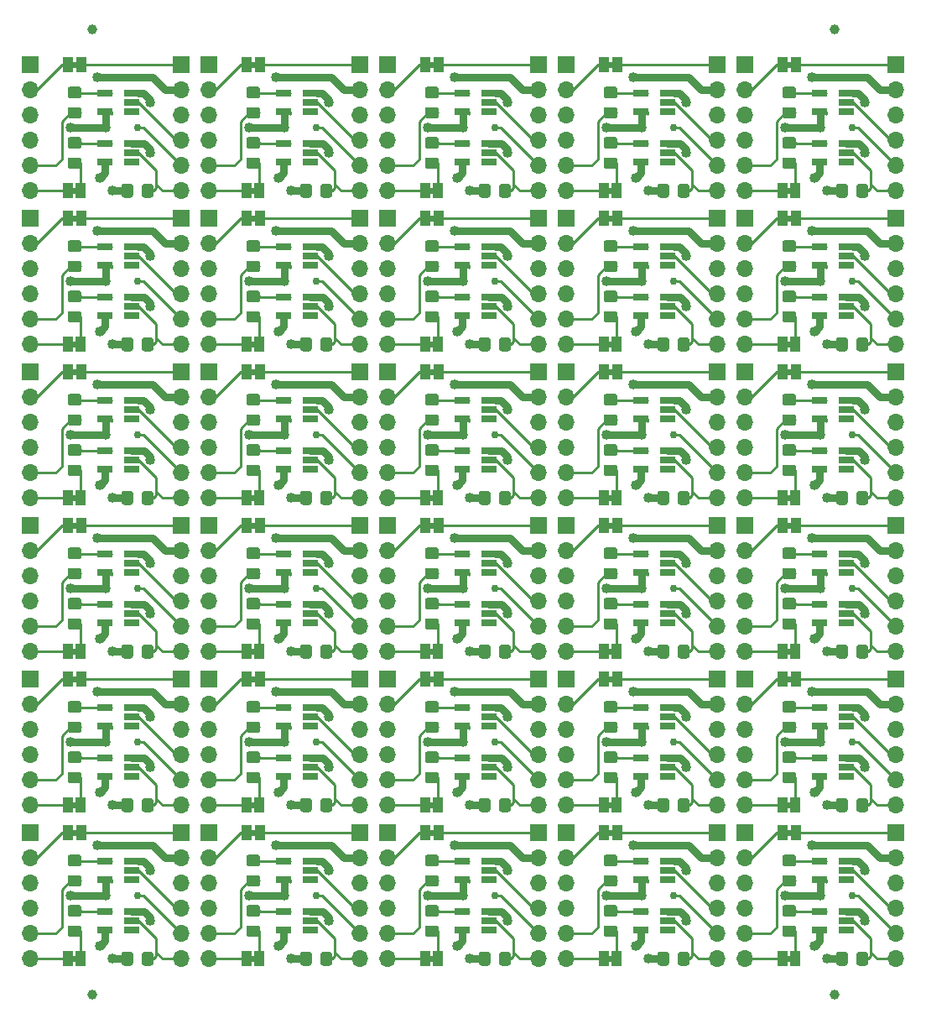
<source format=gtl>
G04 #@! TF.GenerationSoftware,KiCad,Pcbnew,(5.1.5)-3*
G04 #@! TF.CreationDate,2019-12-30T22:26:53-08:00*
G04 #@! TF.ProjectId,hc05-adapter-panel,68633035-2d61-4646-9170-7465722d7061,A*
G04 #@! TF.SameCoordinates,Original*
G04 #@! TF.FileFunction,Copper,L1,Top*
G04 #@! TF.FilePolarity,Positive*
%FSLAX46Y46*%
G04 Gerber Fmt 4.6, Leading zero omitted, Abs format (unit mm)*
G04 Created by KiCad (PCBNEW (5.1.5)-3) date 2019-12-30 22:26:53*
%MOMM*%
%LPD*%
G04 APERTURE LIST*
%ADD10C,0.100000*%
%ADD11R,1.000000X1.500000*%
%ADD12R,1.560000X0.650000*%
%ADD13R,1.700000X1.700000*%
%ADD14O,1.700000X1.700000*%
%ADD15C,1.000000*%
%ADD16C,1.016000*%
%ADD17C,0.762000*%
%ADD18C,0.762000*%
%ADD19C,0.254000*%
G04 APERTURE END LIST*
D10*
G36*
X106283500Y-57954500D02*
G01*
X105783500Y-57954500D01*
X105783500Y-57354500D01*
X106283500Y-57354500D01*
X106283500Y-57954500D01*
G37*
G36*
X106283500Y-88942500D02*
G01*
X105783500Y-88942500D01*
X105783500Y-88342500D01*
X106283500Y-88342500D01*
X106283500Y-88942500D01*
G37*
G36*
X106298500Y-45254500D02*
G01*
X105798500Y-45254500D01*
X105798500Y-44654500D01*
X106298500Y-44654500D01*
X106298500Y-45254500D01*
G37*
G36*
X106298500Y-76242500D02*
G01*
X105798500Y-76242500D01*
X105798500Y-75642500D01*
X106298500Y-75642500D01*
X106298500Y-76242500D01*
G37*
G36*
X124317500Y-57954500D02*
G01*
X123817500Y-57954500D01*
X123817500Y-57354500D01*
X124317500Y-57354500D01*
X124317500Y-57954500D01*
G37*
G36*
X124317500Y-88942500D02*
G01*
X123817500Y-88942500D01*
X123817500Y-88342500D01*
X124317500Y-88342500D01*
X124317500Y-88942500D01*
G37*
G36*
X142351500Y-57954500D02*
G01*
X141851500Y-57954500D01*
X141851500Y-57354500D01*
X142351500Y-57354500D01*
X142351500Y-57954500D01*
G37*
G36*
X142351500Y-88942500D02*
G01*
X141851500Y-88942500D01*
X141851500Y-88342500D01*
X142351500Y-88342500D01*
X142351500Y-88942500D01*
G37*
G36*
X160385500Y-57954500D02*
G01*
X159885500Y-57954500D01*
X159885500Y-57354500D01*
X160385500Y-57354500D01*
X160385500Y-57954500D01*
G37*
G36*
X160385500Y-88942500D02*
G01*
X159885500Y-88942500D01*
X159885500Y-88342500D01*
X160385500Y-88342500D01*
X160385500Y-88942500D01*
G37*
G36*
X178419500Y-57954500D02*
G01*
X177919500Y-57954500D01*
X177919500Y-57354500D01*
X178419500Y-57354500D01*
X178419500Y-57954500D01*
G37*
G36*
X178419500Y-88942500D02*
G01*
X177919500Y-88942500D01*
X177919500Y-88342500D01*
X178419500Y-88342500D01*
X178419500Y-88942500D01*
G37*
G36*
X160400500Y-60748500D02*
G01*
X159900500Y-60748500D01*
X159900500Y-60148500D01*
X160400500Y-60148500D01*
X160400500Y-60748500D01*
G37*
G36*
X160400500Y-91736500D02*
G01*
X159900500Y-91736500D01*
X159900500Y-91136500D01*
X160400500Y-91136500D01*
X160400500Y-91736500D01*
G37*
G36*
X124332500Y-60748500D02*
G01*
X123832500Y-60748500D01*
X123832500Y-60148500D01*
X124332500Y-60148500D01*
X124332500Y-60748500D01*
G37*
G36*
X124332500Y-91736500D02*
G01*
X123832500Y-91736500D01*
X123832500Y-91136500D01*
X124332500Y-91136500D01*
X124332500Y-91736500D01*
G37*
G36*
X142366500Y-60748500D02*
G01*
X141866500Y-60748500D01*
X141866500Y-60148500D01*
X142366500Y-60148500D01*
X142366500Y-60748500D01*
G37*
G36*
X142366500Y-91736500D02*
G01*
X141866500Y-91736500D01*
X141866500Y-91136500D01*
X142366500Y-91136500D01*
X142366500Y-91736500D01*
G37*
G36*
X178434500Y-60748500D02*
G01*
X177934500Y-60748500D01*
X177934500Y-60148500D01*
X178434500Y-60148500D01*
X178434500Y-60748500D01*
G37*
G36*
X178434500Y-91736500D02*
G01*
X177934500Y-91736500D01*
X177934500Y-91136500D01*
X178434500Y-91136500D01*
X178434500Y-91736500D01*
G37*
G36*
X178419500Y-73448500D02*
G01*
X177919500Y-73448500D01*
X177919500Y-72848500D01*
X178419500Y-72848500D01*
X178419500Y-73448500D01*
G37*
G36*
X178419500Y-104436500D02*
G01*
X177919500Y-104436500D01*
X177919500Y-103836500D01*
X178419500Y-103836500D01*
X178419500Y-104436500D01*
G37*
G36*
X142351500Y-73448500D02*
G01*
X141851500Y-73448500D01*
X141851500Y-72848500D01*
X142351500Y-72848500D01*
X142351500Y-73448500D01*
G37*
G36*
X142351500Y-104436500D02*
G01*
X141851500Y-104436500D01*
X141851500Y-103836500D01*
X142351500Y-103836500D01*
X142351500Y-104436500D01*
G37*
G36*
X160385500Y-73448500D02*
G01*
X159885500Y-73448500D01*
X159885500Y-72848500D01*
X160385500Y-72848500D01*
X160385500Y-73448500D01*
G37*
G36*
X160385500Y-104436500D02*
G01*
X159885500Y-104436500D01*
X159885500Y-103836500D01*
X160385500Y-103836500D01*
X160385500Y-104436500D01*
G37*
G36*
X124317500Y-73448500D02*
G01*
X123817500Y-73448500D01*
X123817500Y-72848500D01*
X124317500Y-72848500D01*
X124317500Y-73448500D01*
G37*
G36*
X124317500Y-104436500D02*
G01*
X123817500Y-104436500D01*
X123817500Y-103836500D01*
X124317500Y-103836500D01*
X124317500Y-104436500D01*
G37*
G36*
X178434500Y-45254500D02*
G01*
X177934500Y-45254500D01*
X177934500Y-44654500D01*
X178434500Y-44654500D01*
X178434500Y-45254500D01*
G37*
G36*
X178434500Y-76242500D02*
G01*
X177934500Y-76242500D01*
X177934500Y-75642500D01*
X178434500Y-75642500D01*
X178434500Y-76242500D01*
G37*
G36*
X160400500Y-45254500D02*
G01*
X159900500Y-45254500D01*
X159900500Y-44654500D01*
X160400500Y-44654500D01*
X160400500Y-45254500D01*
G37*
G36*
X160400500Y-76242500D02*
G01*
X159900500Y-76242500D01*
X159900500Y-75642500D01*
X160400500Y-75642500D01*
X160400500Y-76242500D01*
G37*
G36*
X124332500Y-45254500D02*
G01*
X123832500Y-45254500D01*
X123832500Y-44654500D01*
X124332500Y-44654500D01*
X124332500Y-45254500D01*
G37*
G36*
X124332500Y-76242500D02*
G01*
X123832500Y-76242500D01*
X123832500Y-75642500D01*
X124332500Y-75642500D01*
X124332500Y-76242500D01*
G37*
G36*
X142366500Y-45254500D02*
G01*
X141866500Y-45254500D01*
X141866500Y-44654500D01*
X142366500Y-44654500D01*
X142366500Y-45254500D01*
G37*
G36*
X142366500Y-76242500D02*
G01*
X141866500Y-76242500D01*
X141866500Y-75642500D01*
X142366500Y-75642500D01*
X142366500Y-76242500D01*
G37*
G36*
X106298500Y-60748500D02*
G01*
X105798500Y-60748500D01*
X105798500Y-60148500D01*
X106298500Y-60148500D01*
X106298500Y-60748500D01*
G37*
G36*
X106298500Y-91736500D02*
G01*
X105798500Y-91736500D01*
X105798500Y-91136500D01*
X106298500Y-91136500D01*
X106298500Y-91736500D01*
G37*
G36*
X106283500Y-73448500D02*
G01*
X105783500Y-73448500D01*
X105783500Y-72848500D01*
X106283500Y-72848500D01*
X106283500Y-73448500D01*
G37*
G36*
X106283500Y-104436500D02*
G01*
X105783500Y-104436500D01*
X105783500Y-103836500D01*
X106283500Y-103836500D01*
X106283500Y-104436500D01*
G37*
G36*
X178434500Y-122724500D02*
G01*
X177934500Y-122724500D01*
X177934500Y-122124500D01*
X178434500Y-122124500D01*
X178434500Y-122724500D01*
G37*
G36*
X160400500Y-122724500D02*
G01*
X159900500Y-122724500D01*
X159900500Y-122124500D01*
X160400500Y-122124500D01*
X160400500Y-122724500D01*
G37*
G36*
X142366500Y-122724500D02*
G01*
X141866500Y-122724500D01*
X141866500Y-122124500D01*
X142366500Y-122124500D01*
X142366500Y-122724500D01*
G37*
G36*
X124332500Y-122724500D02*
G01*
X123832500Y-122724500D01*
X123832500Y-122124500D01*
X124332500Y-122124500D01*
X124332500Y-122724500D01*
G37*
G36*
X178419500Y-135424500D02*
G01*
X177919500Y-135424500D01*
X177919500Y-134824500D01*
X178419500Y-134824500D01*
X178419500Y-135424500D01*
G37*
G36*
X160385500Y-135424500D02*
G01*
X159885500Y-135424500D01*
X159885500Y-134824500D01*
X160385500Y-134824500D01*
X160385500Y-135424500D01*
G37*
G36*
X142351500Y-135424500D02*
G01*
X141851500Y-135424500D01*
X141851500Y-134824500D01*
X142351500Y-134824500D01*
X142351500Y-135424500D01*
G37*
G36*
X124317500Y-135424500D02*
G01*
X123817500Y-135424500D01*
X123817500Y-134824500D01*
X124317500Y-134824500D01*
X124317500Y-135424500D01*
G37*
G36*
X178434500Y-107230500D02*
G01*
X177934500Y-107230500D01*
X177934500Y-106630500D01*
X178434500Y-106630500D01*
X178434500Y-107230500D01*
G37*
G36*
X160400500Y-107230500D02*
G01*
X159900500Y-107230500D01*
X159900500Y-106630500D01*
X160400500Y-106630500D01*
X160400500Y-107230500D01*
G37*
G36*
X142366500Y-107230500D02*
G01*
X141866500Y-107230500D01*
X141866500Y-106630500D01*
X142366500Y-106630500D01*
X142366500Y-107230500D01*
G37*
G36*
X124332500Y-107230500D02*
G01*
X123832500Y-107230500D01*
X123832500Y-106630500D01*
X124332500Y-106630500D01*
X124332500Y-107230500D01*
G37*
G36*
X178419500Y-119930500D02*
G01*
X177919500Y-119930500D01*
X177919500Y-119330500D01*
X178419500Y-119330500D01*
X178419500Y-119930500D01*
G37*
G36*
X160385500Y-119930500D02*
G01*
X159885500Y-119930500D01*
X159885500Y-119330500D01*
X160385500Y-119330500D01*
X160385500Y-119930500D01*
G37*
G36*
X142351500Y-119930500D02*
G01*
X141851500Y-119930500D01*
X141851500Y-119330500D01*
X142351500Y-119330500D01*
X142351500Y-119930500D01*
G37*
G36*
X124317500Y-119930500D02*
G01*
X123817500Y-119930500D01*
X123817500Y-119330500D01*
X124317500Y-119330500D01*
X124317500Y-119930500D01*
G37*
G36*
X106298500Y-122724500D02*
G01*
X105798500Y-122724500D01*
X105798500Y-122124500D01*
X106298500Y-122124500D01*
X106298500Y-122724500D01*
G37*
G36*
X106283500Y-135424500D02*
G01*
X105783500Y-135424500D01*
X105783500Y-134824500D01*
X106283500Y-134824500D01*
X106283500Y-135424500D01*
G37*
G36*
X106283500Y-119930500D02*
G01*
X105783500Y-119930500D01*
X105783500Y-119330500D01*
X106283500Y-119330500D01*
X106283500Y-119930500D01*
G37*
G36*
X106298500Y-107230500D02*
G01*
X105798500Y-107230500D01*
X105798500Y-106630500D01*
X106298500Y-106630500D01*
X106298500Y-107230500D01*
G37*
D11*
X106683500Y-57654500D03*
X105383500Y-57654500D03*
X106683500Y-88642500D03*
X105383500Y-88642500D03*
G04 #@! TA.AperFunction,SMDPad,CuDef*
D10*
G36*
X106523005Y-54295704D02*
G01*
X106547273Y-54299304D01*
X106571072Y-54305265D01*
X106594171Y-54313530D01*
X106616350Y-54324020D01*
X106637393Y-54336632D01*
X106657099Y-54351247D01*
X106675277Y-54367723D01*
X106691753Y-54385901D01*
X106706368Y-54405607D01*
X106718980Y-54426650D01*
X106729470Y-54448829D01*
X106737735Y-54471928D01*
X106743696Y-54495727D01*
X106747296Y-54519995D01*
X106748500Y-54544499D01*
X106748500Y-55194501D01*
X106747296Y-55219005D01*
X106743696Y-55243273D01*
X106737735Y-55267072D01*
X106729470Y-55290171D01*
X106718980Y-55312350D01*
X106706368Y-55333393D01*
X106691753Y-55353099D01*
X106675277Y-55371277D01*
X106657099Y-55387753D01*
X106637393Y-55402368D01*
X106616350Y-55414980D01*
X106594171Y-55425470D01*
X106571072Y-55433735D01*
X106547273Y-55439696D01*
X106523005Y-55443296D01*
X106498501Y-55444500D01*
X105598499Y-55444500D01*
X105573995Y-55443296D01*
X105549727Y-55439696D01*
X105525928Y-55433735D01*
X105502829Y-55425470D01*
X105480650Y-55414980D01*
X105459607Y-55402368D01*
X105439901Y-55387753D01*
X105421723Y-55371277D01*
X105405247Y-55353099D01*
X105390632Y-55333393D01*
X105378020Y-55312350D01*
X105367530Y-55290171D01*
X105359265Y-55267072D01*
X105353304Y-55243273D01*
X105349704Y-55219005D01*
X105348500Y-55194501D01*
X105348500Y-54544499D01*
X105349704Y-54519995D01*
X105353304Y-54495727D01*
X105359265Y-54471928D01*
X105367530Y-54448829D01*
X105378020Y-54426650D01*
X105390632Y-54405607D01*
X105405247Y-54385901D01*
X105421723Y-54367723D01*
X105439901Y-54351247D01*
X105459607Y-54336632D01*
X105480650Y-54324020D01*
X105502829Y-54313530D01*
X105525928Y-54305265D01*
X105549727Y-54299304D01*
X105573995Y-54295704D01*
X105598499Y-54294500D01*
X106498501Y-54294500D01*
X106523005Y-54295704D01*
G37*
G04 #@! TD.AperFunction*
G04 #@! TA.AperFunction,SMDPad,CuDef*
G36*
X106523005Y-52245704D02*
G01*
X106547273Y-52249304D01*
X106571072Y-52255265D01*
X106594171Y-52263530D01*
X106616350Y-52274020D01*
X106637393Y-52286632D01*
X106657099Y-52301247D01*
X106675277Y-52317723D01*
X106691753Y-52335901D01*
X106706368Y-52355607D01*
X106718980Y-52376650D01*
X106729470Y-52398829D01*
X106737735Y-52421928D01*
X106743696Y-52445727D01*
X106747296Y-52469995D01*
X106748500Y-52494499D01*
X106748500Y-53144501D01*
X106747296Y-53169005D01*
X106743696Y-53193273D01*
X106737735Y-53217072D01*
X106729470Y-53240171D01*
X106718980Y-53262350D01*
X106706368Y-53283393D01*
X106691753Y-53303099D01*
X106675277Y-53321277D01*
X106657099Y-53337753D01*
X106637393Y-53352368D01*
X106616350Y-53364980D01*
X106594171Y-53375470D01*
X106571072Y-53383735D01*
X106547273Y-53389696D01*
X106523005Y-53393296D01*
X106498501Y-53394500D01*
X105598499Y-53394500D01*
X105573995Y-53393296D01*
X105549727Y-53389696D01*
X105525928Y-53383735D01*
X105502829Y-53375470D01*
X105480650Y-53364980D01*
X105459607Y-53352368D01*
X105439901Y-53337753D01*
X105421723Y-53321277D01*
X105405247Y-53303099D01*
X105390632Y-53283393D01*
X105378020Y-53262350D01*
X105367530Y-53240171D01*
X105359265Y-53217072D01*
X105353304Y-53193273D01*
X105349704Y-53169005D01*
X105348500Y-53144501D01*
X105348500Y-52494499D01*
X105349704Y-52469995D01*
X105353304Y-52445727D01*
X105359265Y-52421928D01*
X105367530Y-52398829D01*
X105378020Y-52376650D01*
X105390632Y-52355607D01*
X105405247Y-52335901D01*
X105421723Y-52317723D01*
X105439901Y-52301247D01*
X105459607Y-52286632D01*
X105480650Y-52274020D01*
X105502829Y-52263530D01*
X105525928Y-52255265D01*
X105549727Y-52249304D01*
X105573995Y-52245704D01*
X105598499Y-52244500D01*
X106498501Y-52244500D01*
X106523005Y-52245704D01*
G37*
G04 #@! TD.AperFunction*
G04 #@! TA.AperFunction,SMDPad,CuDef*
G36*
X106523005Y-85283704D02*
G01*
X106547273Y-85287304D01*
X106571072Y-85293265D01*
X106594171Y-85301530D01*
X106616350Y-85312020D01*
X106637393Y-85324632D01*
X106657099Y-85339247D01*
X106675277Y-85355723D01*
X106691753Y-85373901D01*
X106706368Y-85393607D01*
X106718980Y-85414650D01*
X106729470Y-85436829D01*
X106737735Y-85459928D01*
X106743696Y-85483727D01*
X106747296Y-85507995D01*
X106748500Y-85532499D01*
X106748500Y-86182501D01*
X106747296Y-86207005D01*
X106743696Y-86231273D01*
X106737735Y-86255072D01*
X106729470Y-86278171D01*
X106718980Y-86300350D01*
X106706368Y-86321393D01*
X106691753Y-86341099D01*
X106675277Y-86359277D01*
X106657099Y-86375753D01*
X106637393Y-86390368D01*
X106616350Y-86402980D01*
X106594171Y-86413470D01*
X106571072Y-86421735D01*
X106547273Y-86427696D01*
X106523005Y-86431296D01*
X106498501Y-86432500D01*
X105598499Y-86432500D01*
X105573995Y-86431296D01*
X105549727Y-86427696D01*
X105525928Y-86421735D01*
X105502829Y-86413470D01*
X105480650Y-86402980D01*
X105459607Y-86390368D01*
X105439901Y-86375753D01*
X105421723Y-86359277D01*
X105405247Y-86341099D01*
X105390632Y-86321393D01*
X105378020Y-86300350D01*
X105367530Y-86278171D01*
X105359265Y-86255072D01*
X105353304Y-86231273D01*
X105349704Y-86207005D01*
X105348500Y-86182501D01*
X105348500Y-85532499D01*
X105349704Y-85507995D01*
X105353304Y-85483727D01*
X105359265Y-85459928D01*
X105367530Y-85436829D01*
X105378020Y-85414650D01*
X105390632Y-85393607D01*
X105405247Y-85373901D01*
X105421723Y-85355723D01*
X105439901Y-85339247D01*
X105459607Y-85324632D01*
X105480650Y-85312020D01*
X105502829Y-85301530D01*
X105525928Y-85293265D01*
X105549727Y-85287304D01*
X105573995Y-85283704D01*
X105598499Y-85282500D01*
X106498501Y-85282500D01*
X106523005Y-85283704D01*
G37*
G04 #@! TD.AperFunction*
G04 #@! TA.AperFunction,SMDPad,CuDef*
G36*
X106523005Y-83233704D02*
G01*
X106547273Y-83237304D01*
X106571072Y-83243265D01*
X106594171Y-83251530D01*
X106616350Y-83262020D01*
X106637393Y-83274632D01*
X106657099Y-83289247D01*
X106675277Y-83305723D01*
X106691753Y-83323901D01*
X106706368Y-83343607D01*
X106718980Y-83364650D01*
X106729470Y-83386829D01*
X106737735Y-83409928D01*
X106743696Y-83433727D01*
X106747296Y-83457995D01*
X106748500Y-83482499D01*
X106748500Y-84132501D01*
X106747296Y-84157005D01*
X106743696Y-84181273D01*
X106737735Y-84205072D01*
X106729470Y-84228171D01*
X106718980Y-84250350D01*
X106706368Y-84271393D01*
X106691753Y-84291099D01*
X106675277Y-84309277D01*
X106657099Y-84325753D01*
X106637393Y-84340368D01*
X106616350Y-84352980D01*
X106594171Y-84363470D01*
X106571072Y-84371735D01*
X106547273Y-84377696D01*
X106523005Y-84381296D01*
X106498501Y-84382500D01*
X105598499Y-84382500D01*
X105573995Y-84381296D01*
X105549727Y-84377696D01*
X105525928Y-84371735D01*
X105502829Y-84363470D01*
X105480650Y-84352980D01*
X105459607Y-84340368D01*
X105439901Y-84325753D01*
X105421723Y-84309277D01*
X105405247Y-84291099D01*
X105390632Y-84271393D01*
X105378020Y-84250350D01*
X105367530Y-84228171D01*
X105359265Y-84205072D01*
X105353304Y-84181273D01*
X105349704Y-84157005D01*
X105348500Y-84132501D01*
X105348500Y-83482499D01*
X105349704Y-83457995D01*
X105353304Y-83433727D01*
X105359265Y-83409928D01*
X105367530Y-83386829D01*
X105378020Y-83364650D01*
X105390632Y-83343607D01*
X105405247Y-83323901D01*
X105421723Y-83305723D01*
X105439901Y-83289247D01*
X105459607Y-83274632D01*
X105480650Y-83262020D01*
X105502829Y-83251530D01*
X105525928Y-83243265D01*
X105549727Y-83237304D01*
X105573995Y-83233704D01*
X105598499Y-83232500D01*
X106498501Y-83232500D01*
X106523005Y-83233704D01*
G37*
G04 #@! TD.AperFunction*
D12*
X111843500Y-54794500D03*
X111843500Y-53844500D03*
X111843500Y-52894500D03*
X109143500Y-52894500D03*
X109143500Y-54794500D03*
X111843500Y-85782500D03*
X111843500Y-84832500D03*
X111843500Y-83882500D03*
X109143500Y-83882500D03*
X109143500Y-85782500D03*
D13*
X101600000Y-44958000D03*
D14*
X101600000Y-47498000D03*
X101600000Y-50038000D03*
X101600000Y-52578000D03*
X101600000Y-55118000D03*
X101600000Y-57658000D03*
D13*
X101600000Y-75946000D03*
D14*
X101600000Y-78486000D03*
X101600000Y-81026000D03*
X101600000Y-83566000D03*
X101600000Y-86106000D03*
X101600000Y-88646000D03*
D13*
X116840000Y-44958000D03*
D14*
X116840000Y-47498000D03*
X116840000Y-50038000D03*
X116840000Y-52578000D03*
X116840000Y-55118000D03*
X116840000Y-57658000D03*
D13*
X116840000Y-75946000D03*
D14*
X116840000Y-78486000D03*
X116840000Y-81026000D03*
X116840000Y-83566000D03*
X116840000Y-86106000D03*
X116840000Y-88646000D03*
G04 #@! TA.AperFunction,SMDPad,CuDef*
D10*
G36*
X106523005Y-47165704D02*
G01*
X106547273Y-47169304D01*
X106571072Y-47175265D01*
X106594171Y-47183530D01*
X106616350Y-47194020D01*
X106637393Y-47206632D01*
X106657099Y-47221247D01*
X106675277Y-47237723D01*
X106691753Y-47255901D01*
X106706368Y-47275607D01*
X106718980Y-47296650D01*
X106729470Y-47318829D01*
X106737735Y-47341928D01*
X106743696Y-47365727D01*
X106747296Y-47389995D01*
X106748500Y-47414499D01*
X106748500Y-48064501D01*
X106747296Y-48089005D01*
X106743696Y-48113273D01*
X106737735Y-48137072D01*
X106729470Y-48160171D01*
X106718980Y-48182350D01*
X106706368Y-48203393D01*
X106691753Y-48223099D01*
X106675277Y-48241277D01*
X106657099Y-48257753D01*
X106637393Y-48272368D01*
X106616350Y-48284980D01*
X106594171Y-48295470D01*
X106571072Y-48303735D01*
X106547273Y-48309696D01*
X106523005Y-48313296D01*
X106498501Y-48314500D01*
X105598499Y-48314500D01*
X105573995Y-48313296D01*
X105549727Y-48309696D01*
X105525928Y-48303735D01*
X105502829Y-48295470D01*
X105480650Y-48284980D01*
X105459607Y-48272368D01*
X105439901Y-48257753D01*
X105421723Y-48241277D01*
X105405247Y-48223099D01*
X105390632Y-48203393D01*
X105378020Y-48182350D01*
X105367530Y-48160171D01*
X105359265Y-48137072D01*
X105353304Y-48113273D01*
X105349704Y-48089005D01*
X105348500Y-48064501D01*
X105348500Y-47414499D01*
X105349704Y-47389995D01*
X105353304Y-47365727D01*
X105359265Y-47341928D01*
X105367530Y-47318829D01*
X105378020Y-47296650D01*
X105390632Y-47275607D01*
X105405247Y-47255901D01*
X105421723Y-47237723D01*
X105439901Y-47221247D01*
X105459607Y-47206632D01*
X105480650Y-47194020D01*
X105502829Y-47183530D01*
X105525928Y-47175265D01*
X105549727Y-47169304D01*
X105573995Y-47165704D01*
X105598499Y-47164500D01*
X106498501Y-47164500D01*
X106523005Y-47165704D01*
G37*
G04 #@! TD.AperFunction*
G04 #@! TA.AperFunction,SMDPad,CuDef*
G36*
X106523005Y-49215704D02*
G01*
X106547273Y-49219304D01*
X106571072Y-49225265D01*
X106594171Y-49233530D01*
X106616350Y-49244020D01*
X106637393Y-49256632D01*
X106657099Y-49271247D01*
X106675277Y-49287723D01*
X106691753Y-49305901D01*
X106706368Y-49325607D01*
X106718980Y-49346650D01*
X106729470Y-49368829D01*
X106737735Y-49391928D01*
X106743696Y-49415727D01*
X106747296Y-49439995D01*
X106748500Y-49464499D01*
X106748500Y-50114501D01*
X106747296Y-50139005D01*
X106743696Y-50163273D01*
X106737735Y-50187072D01*
X106729470Y-50210171D01*
X106718980Y-50232350D01*
X106706368Y-50253393D01*
X106691753Y-50273099D01*
X106675277Y-50291277D01*
X106657099Y-50307753D01*
X106637393Y-50322368D01*
X106616350Y-50334980D01*
X106594171Y-50345470D01*
X106571072Y-50353735D01*
X106547273Y-50359696D01*
X106523005Y-50363296D01*
X106498501Y-50364500D01*
X105598499Y-50364500D01*
X105573995Y-50363296D01*
X105549727Y-50359696D01*
X105525928Y-50353735D01*
X105502829Y-50345470D01*
X105480650Y-50334980D01*
X105459607Y-50322368D01*
X105439901Y-50307753D01*
X105421723Y-50291277D01*
X105405247Y-50273099D01*
X105390632Y-50253393D01*
X105378020Y-50232350D01*
X105367530Y-50210171D01*
X105359265Y-50187072D01*
X105353304Y-50163273D01*
X105349704Y-50139005D01*
X105348500Y-50114501D01*
X105348500Y-49464499D01*
X105349704Y-49439995D01*
X105353304Y-49415727D01*
X105359265Y-49391928D01*
X105367530Y-49368829D01*
X105378020Y-49346650D01*
X105390632Y-49325607D01*
X105405247Y-49305901D01*
X105421723Y-49287723D01*
X105439901Y-49271247D01*
X105459607Y-49256632D01*
X105480650Y-49244020D01*
X105502829Y-49233530D01*
X105525928Y-49225265D01*
X105549727Y-49219304D01*
X105573995Y-49215704D01*
X105598499Y-49214500D01*
X106498501Y-49214500D01*
X106523005Y-49215704D01*
G37*
G04 #@! TD.AperFunction*
G04 #@! TA.AperFunction,SMDPad,CuDef*
G36*
X106523005Y-78153704D02*
G01*
X106547273Y-78157304D01*
X106571072Y-78163265D01*
X106594171Y-78171530D01*
X106616350Y-78182020D01*
X106637393Y-78194632D01*
X106657099Y-78209247D01*
X106675277Y-78225723D01*
X106691753Y-78243901D01*
X106706368Y-78263607D01*
X106718980Y-78284650D01*
X106729470Y-78306829D01*
X106737735Y-78329928D01*
X106743696Y-78353727D01*
X106747296Y-78377995D01*
X106748500Y-78402499D01*
X106748500Y-79052501D01*
X106747296Y-79077005D01*
X106743696Y-79101273D01*
X106737735Y-79125072D01*
X106729470Y-79148171D01*
X106718980Y-79170350D01*
X106706368Y-79191393D01*
X106691753Y-79211099D01*
X106675277Y-79229277D01*
X106657099Y-79245753D01*
X106637393Y-79260368D01*
X106616350Y-79272980D01*
X106594171Y-79283470D01*
X106571072Y-79291735D01*
X106547273Y-79297696D01*
X106523005Y-79301296D01*
X106498501Y-79302500D01*
X105598499Y-79302500D01*
X105573995Y-79301296D01*
X105549727Y-79297696D01*
X105525928Y-79291735D01*
X105502829Y-79283470D01*
X105480650Y-79272980D01*
X105459607Y-79260368D01*
X105439901Y-79245753D01*
X105421723Y-79229277D01*
X105405247Y-79211099D01*
X105390632Y-79191393D01*
X105378020Y-79170350D01*
X105367530Y-79148171D01*
X105359265Y-79125072D01*
X105353304Y-79101273D01*
X105349704Y-79077005D01*
X105348500Y-79052501D01*
X105348500Y-78402499D01*
X105349704Y-78377995D01*
X105353304Y-78353727D01*
X105359265Y-78329928D01*
X105367530Y-78306829D01*
X105378020Y-78284650D01*
X105390632Y-78263607D01*
X105405247Y-78243901D01*
X105421723Y-78225723D01*
X105439901Y-78209247D01*
X105459607Y-78194632D01*
X105480650Y-78182020D01*
X105502829Y-78171530D01*
X105525928Y-78163265D01*
X105549727Y-78157304D01*
X105573995Y-78153704D01*
X105598499Y-78152500D01*
X106498501Y-78152500D01*
X106523005Y-78153704D01*
G37*
G04 #@! TD.AperFunction*
G04 #@! TA.AperFunction,SMDPad,CuDef*
G36*
X106523005Y-80203704D02*
G01*
X106547273Y-80207304D01*
X106571072Y-80213265D01*
X106594171Y-80221530D01*
X106616350Y-80232020D01*
X106637393Y-80244632D01*
X106657099Y-80259247D01*
X106675277Y-80275723D01*
X106691753Y-80293901D01*
X106706368Y-80313607D01*
X106718980Y-80334650D01*
X106729470Y-80356829D01*
X106737735Y-80379928D01*
X106743696Y-80403727D01*
X106747296Y-80427995D01*
X106748500Y-80452499D01*
X106748500Y-81102501D01*
X106747296Y-81127005D01*
X106743696Y-81151273D01*
X106737735Y-81175072D01*
X106729470Y-81198171D01*
X106718980Y-81220350D01*
X106706368Y-81241393D01*
X106691753Y-81261099D01*
X106675277Y-81279277D01*
X106657099Y-81295753D01*
X106637393Y-81310368D01*
X106616350Y-81322980D01*
X106594171Y-81333470D01*
X106571072Y-81341735D01*
X106547273Y-81347696D01*
X106523005Y-81351296D01*
X106498501Y-81352500D01*
X105598499Y-81352500D01*
X105573995Y-81351296D01*
X105549727Y-81347696D01*
X105525928Y-81341735D01*
X105502829Y-81333470D01*
X105480650Y-81322980D01*
X105459607Y-81310368D01*
X105439901Y-81295753D01*
X105421723Y-81279277D01*
X105405247Y-81261099D01*
X105390632Y-81241393D01*
X105378020Y-81220350D01*
X105367530Y-81198171D01*
X105359265Y-81175072D01*
X105353304Y-81151273D01*
X105349704Y-81127005D01*
X105348500Y-81102501D01*
X105348500Y-80452499D01*
X105349704Y-80427995D01*
X105353304Y-80403727D01*
X105359265Y-80379928D01*
X105367530Y-80356829D01*
X105378020Y-80334650D01*
X105390632Y-80313607D01*
X105405247Y-80293901D01*
X105421723Y-80275723D01*
X105439901Y-80259247D01*
X105459607Y-80244632D01*
X105480650Y-80232020D01*
X105502829Y-80221530D01*
X105525928Y-80213265D01*
X105549727Y-80207304D01*
X105573995Y-80203704D01*
X105598499Y-80202500D01*
X106498501Y-80202500D01*
X106523005Y-80203704D01*
G37*
G04 #@! TD.AperFunction*
G04 #@! TA.AperFunction,SMDPad,CuDef*
G36*
X113773005Y-56955704D02*
G01*
X113797273Y-56959304D01*
X113821072Y-56965265D01*
X113844171Y-56973530D01*
X113866350Y-56984020D01*
X113887393Y-56996632D01*
X113907099Y-57011247D01*
X113925277Y-57027723D01*
X113941753Y-57045901D01*
X113956368Y-57065607D01*
X113968980Y-57086650D01*
X113979470Y-57108829D01*
X113987735Y-57131928D01*
X113993696Y-57155727D01*
X113997296Y-57179995D01*
X113998500Y-57204499D01*
X113998500Y-58104501D01*
X113997296Y-58129005D01*
X113993696Y-58153273D01*
X113987735Y-58177072D01*
X113979470Y-58200171D01*
X113968980Y-58222350D01*
X113956368Y-58243393D01*
X113941753Y-58263099D01*
X113925277Y-58281277D01*
X113907099Y-58297753D01*
X113887393Y-58312368D01*
X113866350Y-58324980D01*
X113844171Y-58335470D01*
X113821072Y-58343735D01*
X113797273Y-58349696D01*
X113773005Y-58353296D01*
X113748501Y-58354500D01*
X113098499Y-58354500D01*
X113073995Y-58353296D01*
X113049727Y-58349696D01*
X113025928Y-58343735D01*
X113002829Y-58335470D01*
X112980650Y-58324980D01*
X112959607Y-58312368D01*
X112939901Y-58297753D01*
X112921723Y-58281277D01*
X112905247Y-58263099D01*
X112890632Y-58243393D01*
X112878020Y-58222350D01*
X112867530Y-58200171D01*
X112859265Y-58177072D01*
X112853304Y-58153273D01*
X112849704Y-58129005D01*
X112848500Y-58104501D01*
X112848500Y-57204499D01*
X112849704Y-57179995D01*
X112853304Y-57155727D01*
X112859265Y-57131928D01*
X112867530Y-57108829D01*
X112878020Y-57086650D01*
X112890632Y-57065607D01*
X112905247Y-57045901D01*
X112921723Y-57027723D01*
X112939901Y-57011247D01*
X112959607Y-56996632D01*
X112980650Y-56984020D01*
X113002829Y-56973530D01*
X113025928Y-56965265D01*
X113049727Y-56959304D01*
X113073995Y-56955704D01*
X113098499Y-56954500D01*
X113748501Y-56954500D01*
X113773005Y-56955704D01*
G37*
G04 #@! TD.AperFunction*
G04 #@! TA.AperFunction,SMDPad,CuDef*
G36*
X111723005Y-56955704D02*
G01*
X111747273Y-56959304D01*
X111771072Y-56965265D01*
X111794171Y-56973530D01*
X111816350Y-56984020D01*
X111837393Y-56996632D01*
X111857099Y-57011247D01*
X111875277Y-57027723D01*
X111891753Y-57045901D01*
X111906368Y-57065607D01*
X111918980Y-57086650D01*
X111929470Y-57108829D01*
X111937735Y-57131928D01*
X111943696Y-57155727D01*
X111947296Y-57179995D01*
X111948500Y-57204499D01*
X111948500Y-58104501D01*
X111947296Y-58129005D01*
X111943696Y-58153273D01*
X111937735Y-58177072D01*
X111929470Y-58200171D01*
X111918980Y-58222350D01*
X111906368Y-58243393D01*
X111891753Y-58263099D01*
X111875277Y-58281277D01*
X111857099Y-58297753D01*
X111837393Y-58312368D01*
X111816350Y-58324980D01*
X111794171Y-58335470D01*
X111771072Y-58343735D01*
X111747273Y-58349696D01*
X111723005Y-58353296D01*
X111698501Y-58354500D01*
X111048499Y-58354500D01*
X111023995Y-58353296D01*
X110999727Y-58349696D01*
X110975928Y-58343735D01*
X110952829Y-58335470D01*
X110930650Y-58324980D01*
X110909607Y-58312368D01*
X110889901Y-58297753D01*
X110871723Y-58281277D01*
X110855247Y-58263099D01*
X110840632Y-58243393D01*
X110828020Y-58222350D01*
X110817530Y-58200171D01*
X110809265Y-58177072D01*
X110803304Y-58153273D01*
X110799704Y-58129005D01*
X110798500Y-58104501D01*
X110798500Y-57204499D01*
X110799704Y-57179995D01*
X110803304Y-57155727D01*
X110809265Y-57131928D01*
X110817530Y-57108829D01*
X110828020Y-57086650D01*
X110840632Y-57065607D01*
X110855247Y-57045901D01*
X110871723Y-57027723D01*
X110889901Y-57011247D01*
X110909607Y-56996632D01*
X110930650Y-56984020D01*
X110952829Y-56973530D01*
X110975928Y-56965265D01*
X110999727Y-56959304D01*
X111023995Y-56955704D01*
X111048499Y-56954500D01*
X111698501Y-56954500D01*
X111723005Y-56955704D01*
G37*
G04 #@! TD.AperFunction*
G04 #@! TA.AperFunction,SMDPad,CuDef*
G36*
X113773005Y-87943704D02*
G01*
X113797273Y-87947304D01*
X113821072Y-87953265D01*
X113844171Y-87961530D01*
X113866350Y-87972020D01*
X113887393Y-87984632D01*
X113907099Y-87999247D01*
X113925277Y-88015723D01*
X113941753Y-88033901D01*
X113956368Y-88053607D01*
X113968980Y-88074650D01*
X113979470Y-88096829D01*
X113987735Y-88119928D01*
X113993696Y-88143727D01*
X113997296Y-88167995D01*
X113998500Y-88192499D01*
X113998500Y-89092501D01*
X113997296Y-89117005D01*
X113993696Y-89141273D01*
X113987735Y-89165072D01*
X113979470Y-89188171D01*
X113968980Y-89210350D01*
X113956368Y-89231393D01*
X113941753Y-89251099D01*
X113925277Y-89269277D01*
X113907099Y-89285753D01*
X113887393Y-89300368D01*
X113866350Y-89312980D01*
X113844171Y-89323470D01*
X113821072Y-89331735D01*
X113797273Y-89337696D01*
X113773005Y-89341296D01*
X113748501Y-89342500D01*
X113098499Y-89342500D01*
X113073995Y-89341296D01*
X113049727Y-89337696D01*
X113025928Y-89331735D01*
X113002829Y-89323470D01*
X112980650Y-89312980D01*
X112959607Y-89300368D01*
X112939901Y-89285753D01*
X112921723Y-89269277D01*
X112905247Y-89251099D01*
X112890632Y-89231393D01*
X112878020Y-89210350D01*
X112867530Y-89188171D01*
X112859265Y-89165072D01*
X112853304Y-89141273D01*
X112849704Y-89117005D01*
X112848500Y-89092501D01*
X112848500Y-88192499D01*
X112849704Y-88167995D01*
X112853304Y-88143727D01*
X112859265Y-88119928D01*
X112867530Y-88096829D01*
X112878020Y-88074650D01*
X112890632Y-88053607D01*
X112905247Y-88033901D01*
X112921723Y-88015723D01*
X112939901Y-87999247D01*
X112959607Y-87984632D01*
X112980650Y-87972020D01*
X113002829Y-87961530D01*
X113025928Y-87953265D01*
X113049727Y-87947304D01*
X113073995Y-87943704D01*
X113098499Y-87942500D01*
X113748501Y-87942500D01*
X113773005Y-87943704D01*
G37*
G04 #@! TD.AperFunction*
G04 #@! TA.AperFunction,SMDPad,CuDef*
G36*
X111723005Y-87943704D02*
G01*
X111747273Y-87947304D01*
X111771072Y-87953265D01*
X111794171Y-87961530D01*
X111816350Y-87972020D01*
X111837393Y-87984632D01*
X111857099Y-87999247D01*
X111875277Y-88015723D01*
X111891753Y-88033901D01*
X111906368Y-88053607D01*
X111918980Y-88074650D01*
X111929470Y-88096829D01*
X111937735Y-88119928D01*
X111943696Y-88143727D01*
X111947296Y-88167995D01*
X111948500Y-88192499D01*
X111948500Y-89092501D01*
X111947296Y-89117005D01*
X111943696Y-89141273D01*
X111937735Y-89165072D01*
X111929470Y-89188171D01*
X111918980Y-89210350D01*
X111906368Y-89231393D01*
X111891753Y-89251099D01*
X111875277Y-89269277D01*
X111857099Y-89285753D01*
X111837393Y-89300368D01*
X111816350Y-89312980D01*
X111794171Y-89323470D01*
X111771072Y-89331735D01*
X111747273Y-89337696D01*
X111723005Y-89341296D01*
X111698501Y-89342500D01*
X111048499Y-89342500D01*
X111023995Y-89341296D01*
X110999727Y-89337696D01*
X110975928Y-89331735D01*
X110952829Y-89323470D01*
X110930650Y-89312980D01*
X110909607Y-89300368D01*
X110889901Y-89285753D01*
X110871723Y-89269277D01*
X110855247Y-89251099D01*
X110840632Y-89231393D01*
X110828020Y-89210350D01*
X110817530Y-89188171D01*
X110809265Y-89165072D01*
X110803304Y-89141273D01*
X110799704Y-89117005D01*
X110798500Y-89092501D01*
X110798500Y-88192499D01*
X110799704Y-88167995D01*
X110803304Y-88143727D01*
X110809265Y-88119928D01*
X110817530Y-88096829D01*
X110828020Y-88074650D01*
X110840632Y-88053607D01*
X110855247Y-88033901D01*
X110871723Y-88015723D01*
X110889901Y-87999247D01*
X110909607Y-87984632D01*
X110930650Y-87972020D01*
X110952829Y-87961530D01*
X110975928Y-87953265D01*
X110999727Y-87947304D01*
X111023995Y-87943704D01*
X111048499Y-87942500D01*
X111698501Y-87942500D01*
X111723005Y-87943704D01*
G37*
G04 #@! TD.AperFunction*
D12*
X111843500Y-49714500D03*
X111843500Y-48764500D03*
X111843500Y-47814500D03*
X109143500Y-47814500D03*
X109143500Y-49714500D03*
X111843500Y-80702500D03*
X111843500Y-79752500D03*
X111843500Y-78802500D03*
X109143500Y-78802500D03*
X109143500Y-80702500D03*
D11*
X106698500Y-44954500D03*
X105398500Y-44954500D03*
X106698500Y-75942500D03*
X105398500Y-75942500D03*
X123417500Y-57654500D03*
X124717500Y-57654500D03*
X123417500Y-88642500D03*
X124717500Y-88642500D03*
X141451500Y-57654500D03*
X142751500Y-57654500D03*
X141451500Y-88642500D03*
X142751500Y-88642500D03*
X159485500Y-57654500D03*
X160785500Y-57654500D03*
X159485500Y-88642500D03*
X160785500Y-88642500D03*
X177519500Y-57654500D03*
X178819500Y-57654500D03*
X177519500Y-88642500D03*
X178819500Y-88642500D03*
D14*
X134874000Y-57658000D03*
X134874000Y-55118000D03*
X134874000Y-52578000D03*
X134874000Y-50038000D03*
X134874000Y-47498000D03*
D13*
X134874000Y-44958000D03*
D14*
X134874000Y-88646000D03*
X134874000Y-86106000D03*
X134874000Y-83566000D03*
X134874000Y-81026000D03*
X134874000Y-78486000D03*
D13*
X134874000Y-75946000D03*
G04 #@! TA.AperFunction,SMDPad,CuDef*
D10*
G36*
X178659005Y-62659704D02*
G01*
X178683273Y-62663304D01*
X178707072Y-62669265D01*
X178730171Y-62677530D01*
X178752350Y-62688020D01*
X178773393Y-62700632D01*
X178793099Y-62715247D01*
X178811277Y-62731723D01*
X178827753Y-62749901D01*
X178842368Y-62769607D01*
X178854980Y-62790650D01*
X178865470Y-62812829D01*
X178873735Y-62835928D01*
X178879696Y-62859727D01*
X178883296Y-62883995D01*
X178884500Y-62908499D01*
X178884500Y-63558501D01*
X178883296Y-63583005D01*
X178879696Y-63607273D01*
X178873735Y-63631072D01*
X178865470Y-63654171D01*
X178854980Y-63676350D01*
X178842368Y-63697393D01*
X178827753Y-63717099D01*
X178811277Y-63735277D01*
X178793099Y-63751753D01*
X178773393Y-63766368D01*
X178752350Y-63778980D01*
X178730171Y-63789470D01*
X178707072Y-63797735D01*
X178683273Y-63803696D01*
X178659005Y-63807296D01*
X178634501Y-63808500D01*
X177734499Y-63808500D01*
X177709995Y-63807296D01*
X177685727Y-63803696D01*
X177661928Y-63797735D01*
X177638829Y-63789470D01*
X177616650Y-63778980D01*
X177595607Y-63766368D01*
X177575901Y-63751753D01*
X177557723Y-63735277D01*
X177541247Y-63717099D01*
X177526632Y-63697393D01*
X177514020Y-63676350D01*
X177503530Y-63654171D01*
X177495265Y-63631072D01*
X177489304Y-63607273D01*
X177485704Y-63583005D01*
X177484500Y-63558501D01*
X177484500Y-62908499D01*
X177485704Y-62883995D01*
X177489304Y-62859727D01*
X177495265Y-62835928D01*
X177503530Y-62812829D01*
X177514020Y-62790650D01*
X177526632Y-62769607D01*
X177541247Y-62749901D01*
X177557723Y-62731723D01*
X177575901Y-62715247D01*
X177595607Y-62700632D01*
X177616650Y-62688020D01*
X177638829Y-62677530D01*
X177661928Y-62669265D01*
X177685727Y-62663304D01*
X177709995Y-62659704D01*
X177734499Y-62658500D01*
X178634501Y-62658500D01*
X178659005Y-62659704D01*
G37*
G04 #@! TD.AperFunction*
G04 #@! TA.AperFunction,SMDPad,CuDef*
G36*
X178659005Y-64709704D02*
G01*
X178683273Y-64713304D01*
X178707072Y-64719265D01*
X178730171Y-64727530D01*
X178752350Y-64738020D01*
X178773393Y-64750632D01*
X178793099Y-64765247D01*
X178811277Y-64781723D01*
X178827753Y-64799901D01*
X178842368Y-64819607D01*
X178854980Y-64840650D01*
X178865470Y-64862829D01*
X178873735Y-64885928D01*
X178879696Y-64909727D01*
X178883296Y-64933995D01*
X178884500Y-64958499D01*
X178884500Y-65608501D01*
X178883296Y-65633005D01*
X178879696Y-65657273D01*
X178873735Y-65681072D01*
X178865470Y-65704171D01*
X178854980Y-65726350D01*
X178842368Y-65747393D01*
X178827753Y-65767099D01*
X178811277Y-65785277D01*
X178793099Y-65801753D01*
X178773393Y-65816368D01*
X178752350Y-65828980D01*
X178730171Y-65839470D01*
X178707072Y-65847735D01*
X178683273Y-65853696D01*
X178659005Y-65857296D01*
X178634501Y-65858500D01*
X177734499Y-65858500D01*
X177709995Y-65857296D01*
X177685727Y-65853696D01*
X177661928Y-65847735D01*
X177638829Y-65839470D01*
X177616650Y-65828980D01*
X177595607Y-65816368D01*
X177575901Y-65801753D01*
X177557723Y-65785277D01*
X177541247Y-65767099D01*
X177526632Y-65747393D01*
X177514020Y-65726350D01*
X177503530Y-65704171D01*
X177495265Y-65681072D01*
X177489304Y-65657273D01*
X177485704Y-65633005D01*
X177484500Y-65608501D01*
X177484500Y-64958499D01*
X177485704Y-64933995D01*
X177489304Y-64909727D01*
X177495265Y-64885928D01*
X177503530Y-64862829D01*
X177514020Y-64840650D01*
X177526632Y-64819607D01*
X177541247Y-64799901D01*
X177557723Y-64781723D01*
X177575901Y-64765247D01*
X177595607Y-64750632D01*
X177616650Y-64738020D01*
X177638829Y-64727530D01*
X177661928Y-64719265D01*
X177685727Y-64713304D01*
X177709995Y-64709704D01*
X177734499Y-64708500D01*
X178634501Y-64708500D01*
X178659005Y-64709704D01*
G37*
G04 #@! TD.AperFunction*
G04 #@! TA.AperFunction,SMDPad,CuDef*
G36*
X178659005Y-93647704D02*
G01*
X178683273Y-93651304D01*
X178707072Y-93657265D01*
X178730171Y-93665530D01*
X178752350Y-93676020D01*
X178773393Y-93688632D01*
X178793099Y-93703247D01*
X178811277Y-93719723D01*
X178827753Y-93737901D01*
X178842368Y-93757607D01*
X178854980Y-93778650D01*
X178865470Y-93800829D01*
X178873735Y-93823928D01*
X178879696Y-93847727D01*
X178883296Y-93871995D01*
X178884500Y-93896499D01*
X178884500Y-94546501D01*
X178883296Y-94571005D01*
X178879696Y-94595273D01*
X178873735Y-94619072D01*
X178865470Y-94642171D01*
X178854980Y-94664350D01*
X178842368Y-94685393D01*
X178827753Y-94705099D01*
X178811277Y-94723277D01*
X178793099Y-94739753D01*
X178773393Y-94754368D01*
X178752350Y-94766980D01*
X178730171Y-94777470D01*
X178707072Y-94785735D01*
X178683273Y-94791696D01*
X178659005Y-94795296D01*
X178634501Y-94796500D01*
X177734499Y-94796500D01*
X177709995Y-94795296D01*
X177685727Y-94791696D01*
X177661928Y-94785735D01*
X177638829Y-94777470D01*
X177616650Y-94766980D01*
X177595607Y-94754368D01*
X177575901Y-94739753D01*
X177557723Y-94723277D01*
X177541247Y-94705099D01*
X177526632Y-94685393D01*
X177514020Y-94664350D01*
X177503530Y-94642171D01*
X177495265Y-94619072D01*
X177489304Y-94595273D01*
X177485704Y-94571005D01*
X177484500Y-94546501D01*
X177484500Y-93896499D01*
X177485704Y-93871995D01*
X177489304Y-93847727D01*
X177495265Y-93823928D01*
X177503530Y-93800829D01*
X177514020Y-93778650D01*
X177526632Y-93757607D01*
X177541247Y-93737901D01*
X177557723Y-93719723D01*
X177575901Y-93703247D01*
X177595607Y-93688632D01*
X177616650Y-93676020D01*
X177638829Y-93665530D01*
X177661928Y-93657265D01*
X177685727Y-93651304D01*
X177709995Y-93647704D01*
X177734499Y-93646500D01*
X178634501Y-93646500D01*
X178659005Y-93647704D01*
G37*
G04 #@! TD.AperFunction*
G04 #@! TA.AperFunction,SMDPad,CuDef*
G36*
X178659005Y-95697704D02*
G01*
X178683273Y-95701304D01*
X178707072Y-95707265D01*
X178730171Y-95715530D01*
X178752350Y-95726020D01*
X178773393Y-95738632D01*
X178793099Y-95753247D01*
X178811277Y-95769723D01*
X178827753Y-95787901D01*
X178842368Y-95807607D01*
X178854980Y-95828650D01*
X178865470Y-95850829D01*
X178873735Y-95873928D01*
X178879696Y-95897727D01*
X178883296Y-95921995D01*
X178884500Y-95946499D01*
X178884500Y-96596501D01*
X178883296Y-96621005D01*
X178879696Y-96645273D01*
X178873735Y-96669072D01*
X178865470Y-96692171D01*
X178854980Y-96714350D01*
X178842368Y-96735393D01*
X178827753Y-96755099D01*
X178811277Y-96773277D01*
X178793099Y-96789753D01*
X178773393Y-96804368D01*
X178752350Y-96816980D01*
X178730171Y-96827470D01*
X178707072Y-96835735D01*
X178683273Y-96841696D01*
X178659005Y-96845296D01*
X178634501Y-96846500D01*
X177734499Y-96846500D01*
X177709995Y-96845296D01*
X177685727Y-96841696D01*
X177661928Y-96835735D01*
X177638829Y-96827470D01*
X177616650Y-96816980D01*
X177595607Y-96804368D01*
X177575901Y-96789753D01*
X177557723Y-96773277D01*
X177541247Y-96755099D01*
X177526632Y-96735393D01*
X177514020Y-96714350D01*
X177503530Y-96692171D01*
X177495265Y-96669072D01*
X177489304Y-96645273D01*
X177485704Y-96621005D01*
X177484500Y-96596501D01*
X177484500Y-95946499D01*
X177485704Y-95921995D01*
X177489304Y-95897727D01*
X177495265Y-95873928D01*
X177503530Y-95850829D01*
X177514020Y-95828650D01*
X177526632Y-95807607D01*
X177541247Y-95787901D01*
X177557723Y-95769723D01*
X177575901Y-95753247D01*
X177595607Y-95738632D01*
X177616650Y-95726020D01*
X177638829Y-95715530D01*
X177661928Y-95707265D01*
X177685727Y-95701304D01*
X177709995Y-95697704D01*
X177734499Y-95696500D01*
X178634501Y-95696500D01*
X178659005Y-95697704D01*
G37*
G04 #@! TD.AperFunction*
G04 #@! TA.AperFunction,SMDPad,CuDef*
G36*
X131807005Y-72449704D02*
G01*
X131831273Y-72453304D01*
X131855072Y-72459265D01*
X131878171Y-72467530D01*
X131900350Y-72478020D01*
X131921393Y-72490632D01*
X131941099Y-72505247D01*
X131959277Y-72521723D01*
X131975753Y-72539901D01*
X131990368Y-72559607D01*
X132002980Y-72580650D01*
X132013470Y-72602829D01*
X132021735Y-72625928D01*
X132027696Y-72649727D01*
X132031296Y-72673995D01*
X132032500Y-72698499D01*
X132032500Y-73598501D01*
X132031296Y-73623005D01*
X132027696Y-73647273D01*
X132021735Y-73671072D01*
X132013470Y-73694171D01*
X132002980Y-73716350D01*
X131990368Y-73737393D01*
X131975753Y-73757099D01*
X131959277Y-73775277D01*
X131941099Y-73791753D01*
X131921393Y-73806368D01*
X131900350Y-73818980D01*
X131878171Y-73829470D01*
X131855072Y-73837735D01*
X131831273Y-73843696D01*
X131807005Y-73847296D01*
X131782501Y-73848500D01*
X131132499Y-73848500D01*
X131107995Y-73847296D01*
X131083727Y-73843696D01*
X131059928Y-73837735D01*
X131036829Y-73829470D01*
X131014650Y-73818980D01*
X130993607Y-73806368D01*
X130973901Y-73791753D01*
X130955723Y-73775277D01*
X130939247Y-73757099D01*
X130924632Y-73737393D01*
X130912020Y-73716350D01*
X130901530Y-73694171D01*
X130893265Y-73671072D01*
X130887304Y-73647273D01*
X130883704Y-73623005D01*
X130882500Y-73598501D01*
X130882500Y-72698499D01*
X130883704Y-72673995D01*
X130887304Y-72649727D01*
X130893265Y-72625928D01*
X130901530Y-72602829D01*
X130912020Y-72580650D01*
X130924632Y-72559607D01*
X130939247Y-72539901D01*
X130955723Y-72521723D01*
X130973901Y-72505247D01*
X130993607Y-72490632D01*
X131014650Y-72478020D01*
X131036829Y-72467530D01*
X131059928Y-72459265D01*
X131083727Y-72453304D01*
X131107995Y-72449704D01*
X131132499Y-72448500D01*
X131782501Y-72448500D01*
X131807005Y-72449704D01*
G37*
G04 #@! TD.AperFunction*
G04 #@! TA.AperFunction,SMDPad,CuDef*
G36*
X129757005Y-72449704D02*
G01*
X129781273Y-72453304D01*
X129805072Y-72459265D01*
X129828171Y-72467530D01*
X129850350Y-72478020D01*
X129871393Y-72490632D01*
X129891099Y-72505247D01*
X129909277Y-72521723D01*
X129925753Y-72539901D01*
X129940368Y-72559607D01*
X129952980Y-72580650D01*
X129963470Y-72602829D01*
X129971735Y-72625928D01*
X129977696Y-72649727D01*
X129981296Y-72673995D01*
X129982500Y-72698499D01*
X129982500Y-73598501D01*
X129981296Y-73623005D01*
X129977696Y-73647273D01*
X129971735Y-73671072D01*
X129963470Y-73694171D01*
X129952980Y-73716350D01*
X129940368Y-73737393D01*
X129925753Y-73757099D01*
X129909277Y-73775277D01*
X129891099Y-73791753D01*
X129871393Y-73806368D01*
X129850350Y-73818980D01*
X129828171Y-73829470D01*
X129805072Y-73837735D01*
X129781273Y-73843696D01*
X129757005Y-73847296D01*
X129732501Y-73848500D01*
X129082499Y-73848500D01*
X129057995Y-73847296D01*
X129033727Y-73843696D01*
X129009928Y-73837735D01*
X128986829Y-73829470D01*
X128964650Y-73818980D01*
X128943607Y-73806368D01*
X128923901Y-73791753D01*
X128905723Y-73775277D01*
X128889247Y-73757099D01*
X128874632Y-73737393D01*
X128862020Y-73716350D01*
X128851530Y-73694171D01*
X128843265Y-73671072D01*
X128837304Y-73647273D01*
X128833704Y-73623005D01*
X128832500Y-73598501D01*
X128832500Y-72698499D01*
X128833704Y-72673995D01*
X128837304Y-72649727D01*
X128843265Y-72625928D01*
X128851530Y-72602829D01*
X128862020Y-72580650D01*
X128874632Y-72559607D01*
X128889247Y-72539901D01*
X128905723Y-72521723D01*
X128923901Y-72505247D01*
X128943607Y-72490632D01*
X128964650Y-72478020D01*
X128986829Y-72467530D01*
X129009928Y-72459265D01*
X129033727Y-72453304D01*
X129057995Y-72449704D01*
X129082499Y-72448500D01*
X129732501Y-72448500D01*
X129757005Y-72449704D01*
G37*
G04 #@! TD.AperFunction*
G04 #@! TA.AperFunction,SMDPad,CuDef*
G36*
X131807005Y-103437704D02*
G01*
X131831273Y-103441304D01*
X131855072Y-103447265D01*
X131878171Y-103455530D01*
X131900350Y-103466020D01*
X131921393Y-103478632D01*
X131941099Y-103493247D01*
X131959277Y-103509723D01*
X131975753Y-103527901D01*
X131990368Y-103547607D01*
X132002980Y-103568650D01*
X132013470Y-103590829D01*
X132021735Y-103613928D01*
X132027696Y-103637727D01*
X132031296Y-103661995D01*
X132032500Y-103686499D01*
X132032500Y-104586501D01*
X132031296Y-104611005D01*
X132027696Y-104635273D01*
X132021735Y-104659072D01*
X132013470Y-104682171D01*
X132002980Y-104704350D01*
X131990368Y-104725393D01*
X131975753Y-104745099D01*
X131959277Y-104763277D01*
X131941099Y-104779753D01*
X131921393Y-104794368D01*
X131900350Y-104806980D01*
X131878171Y-104817470D01*
X131855072Y-104825735D01*
X131831273Y-104831696D01*
X131807005Y-104835296D01*
X131782501Y-104836500D01*
X131132499Y-104836500D01*
X131107995Y-104835296D01*
X131083727Y-104831696D01*
X131059928Y-104825735D01*
X131036829Y-104817470D01*
X131014650Y-104806980D01*
X130993607Y-104794368D01*
X130973901Y-104779753D01*
X130955723Y-104763277D01*
X130939247Y-104745099D01*
X130924632Y-104725393D01*
X130912020Y-104704350D01*
X130901530Y-104682171D01*
X130893265Y-104659072D01*
X130887304Y-104635273D01*
X130883704Y-104611005D01*
X130882500Y-104586501D01*
X130882500Y-103686499D01*
X130883704Y-103661995D01*
X130887304Y-103637727D01*
X130893265Y-103613928D01*
X130901530Y-103590829D01*
X130912020Y-103568650D01*
X130924632Y-103547607D01*
X130939247Y-103527901D01*
X130955723Y-103509723D01*
X130973901Y-103493247D01*
X130993607Y-103478632D01*
X131014650Y-103466020D01*
X131036829Y-103455530D01*
X131059928Y-103447265D01*
X131083727Y-103441304D01*
X131107995Y-103437704D01*
X131132499Y-103436500D01*
X131782501Y-103436500D01*
X131807005Y-103437704D01*
G37*
G04 #@! TD.AperFunction*
G04 #@! TA.AperFunction,SMDPad,CuDef*
G36*
X129757005Y-103437704D02*
G01*
X129781273Y-103441304D01*
X129805072Y-103447265D01*
X129828171Y-103455530D01*
X129850350Y-103466020D01*
X129871393Y-103478632D01*
X129891099Y-103493247D01*
X129909277Y-103509723D01*
X129925753Y-103527901D01*
X129940368Y-103547607D01*
X129952980Y-103568650D01*
X129963470Y-103590829D01*
X129971735Y-103613928D01*
X129977696Y-103637727D01*
X129981296Y-103661995D01*
X129982500Y-103686499D01*
X129982500Y-104586501D01*
X129981296Y-104611005D01*
X129977696Y-104635273D01*
X129971735Y-104659072D01*
X129963470Y-104682171D01*
X129952980Y-104704350D01*
X129940368Y-104725393D01*
X129925753Y-104745099D01*
X129909277Y-104763277D01*
X129891099Y-104779753D01*
X129871393Y-104794368D01*
X129850350Y-104806980D01*
X129828171Y-104817470D01*
X129805072Y-104825735D01*
X129781273Y-104831696D01*
X129757005Y-104835296D01*
X129732501Y-104836500D01*
X129082499Y-104836500D01*
X129057995Y-104835296D01*
X129033727Y-104831696D01*
X129009928Y-104825735D01*
X128986829Y-104817470D01*
X128964650Y-104806980D01*
X128943607Y-104794368D01*
X128923901Y-104779753D01*
X128905723Y-104763277D01*
X128889247Y-104745099D01*
X128874632Y-104725393D01*
X128862020Y-104704350D01*
X128851530Y-104682171D01*
X128843265Y-104659072D01*
X128837304Y-104635273D01*
X128833704Y-104611005D01*
X128832500Y-104586501D01*
X128832500Y-103686499D01*
X128833704Y-103661995D01*
X128837304Y-103637727D01*
X128843265Y-103613928D01*
X128851530Y-103590829D01*
X128862020Y-103568650D01*
X128874632Y-103547607D01*
X128889247Y-103527901D01*
X128905723Y-103509723D01*
X128923901Y-103493247D01*
X128943607Y-103478632D01*
X128964650Y-103466020D01*
X128986829Y-103455530D01*
X129009928Y-103447265D01*
X129033727Y-103441304D01*
X129057995Y-103437704D01*
X129082499Y-103436500D01*
X129732501Y-103436500D01*
X129757005Y-103437704D01*
G37*
G04 #@! TD.AperFunction*
D12*
X129877500Y-70288500D03*
X129877500Y-69338500D03*
X129877500Y-68388500D03*
X127177500Y-68388500D03*
X127177500Y-70288500D03*
X129877500Y-101276500D03*
X129877500Y-100326500D03*
X129877500Y-99376500D03*
X127177500Y-99376500D03*
X127177500Y-101276500D03*
D11*
X160800500Y-60448500D03*
X159500500Y-60448500D03*
X160800500Y-91436500D03*
X159500500Y-91436500D03*
G04 #@! TA.AperFunction,SMDPad,CuDef*
D10*
G36*
X185909005Y-72449704D02*
G01*
X185933273Y-72453304D01*
X185957072Y-72459265D01*
X185980171Y-72467530D01*
X186002350Y-72478020D01*
X186023393Y-72490632D01*
X186043099Y-72505247D01*
X186061277Y-72521723D01*
X186077753Y-72539901D01*
X186092368Y-72559607D01*
X186104980Y-72580650D01*
X186115470Y-72602829D01*
X186123735Y-72625928D01*
X186129696Y-72649727D01*
X186133296Y-72673995D01*
X186134500Y-72698499D01*
X186134500Y-73598501D01*
X186133296Y-73623005D01*
X186129696Y-73647273D01*
X186123735Y-73671072D01*
X186115470Y-73694171D01*
X186104980Y-73716350D01*
X186092368Y-73737393D01*
X186077753Y-73757099D01*
X186061277Y-73775277D01*
X186043099Y-73791753D01*
X186023393Y-73806368D01*
X186002350Y-73818980D01*
X185980171Y-73829470D01*
X185957072Y-73837735D01*
X185933273Y-73843696D01*
X185909005Y-73847296D01*
X185884501Y-73848500D01*
X185234499Y-73848500D01*
X185209995Y-73847296D01*
X185185727Y-73843696D01*
X185161928Y-73837735D01*
X185138829Y-73829470D01*
X185116650Y-73818980D01*
X185095607Y-73806368D01*
X185075901Y-73791753D01*
X185057723Y-73775277D01*
X185041247Y-73757099D01*
X185026632Y-73737393D01*
X185014020Y-73716350D01*
X185003530Y-73694171D01*
X184995265Y-73671072D01*
X184989304Y-73647273D01*
X184985704Y-73623005D01*
X184984500Y-73598501D01*
X184984500Y-72698499D01*
X184985704Y-72673995D01*
X184989304Y-72649727D01*
X184995265Y-72625928D01*
X185003530Y-72602829D01*
X185014020Y-72580650D01*
X185026632Y-72559607D01*
X185041247Y-72539901D01*
X185057723Y-72521723D01*
X185075901Y-72505247D01*
X185095607Y-72490632D01*
X185116650Y-72478020D01*
X185138829Y-72467530D01*
X185161928Y-72459265D01*
X185185727Y-72453304D01*
X185209995Y-72449704D01*
X185234499Y-72448500D01*
X185884501Y-72448500D01*
X185909005Y-72449704D01*
G37*
G04 #@! TD.AperFunction*
G04 #@! TA.AperFunction,SMDPad,CuDef*
G36*
X183859005Y-72449704D02*
G01*
X183883273Y-72453304D01*
X183907072Y-72459265D01*
X183930171Y-72467530D01*
X183952350Y-72478020D01*
X183973393Y-72490632D01*
X183993099Y-72505247D01*
X184011277Y-72521723D01*
X184027753Y-72539901D01*
X184042368Y-72559607D01*
X184054980Y-72580650D01*
X184065470Y-72602829D01*
X184073735Y-72625928D01*
X184079696Y-72649727D01*
X184083296Y-72673995D01*
X184084500Y-72698499D01*
X184084500Y-73598501D01*
X184083296Y-73623005D01*
X184079696Y-73647273D01*
X184073735Y-73671072D01*
X184065470Y-73694171D01*
X184054980Y-73716350D01*
X184042368Y-73737393D01*
X184027753Y-73757099D01*
X184011277Y-73775277D01*
X183993099Y-73791753D01*
X183973393Y-73806368D01*
X183952350Y-73818980D01*
X183930171Y-73829470D01*
X183907072Y-73837735D01*
X183883273Y-73843696D01*
X183859005Y-73847296D01*
X183834501Y-73848500D01*
X183184499Y-73848500D01*
X183159995Y-73847296D01*
X183135727Y-73843696D01*
X183111928Y-73837735D01*
X183088829Y-73829470D01*
X183066650Y-73818980D01*
X183045607Y-73806368D01*
X183025901Y-73791753D01*
X183007723Y-73775277D01*
X182991247Y-73757099D01*
X182976632Y-73737393D01*
X182964020Y-73716350D01*
X182953530Y-73694171D01*
X182945265Y-73671072D01*
X182939304Y-73647273D01*
X182935704Y-73623005D01*
X182934500Y-73598501D01*
X182934500Y-72698499D01*
X182935704Y-72673995D01*
X182939304Y-72649727D01*
X182945265Y-72625928D01*
X182953530Y-72602829D01*
X182964020Y-72580650D01*
X182976632Y-72559607D01*
X182991247Y-72539901D01*
X183007723Y-72521723D01*
X183025901Y-72505247D01*
X183045607Y-72490632D01*
X183066650Y-72478020D01*
X183088829Y-72467530D01*
X183111928Y-72459265D01*
X183135727Y-72453304D01*
X183159995Y-72449704D01*
X183184499Y-72448500D01*
X183834501Y-72448500D01*
X183859005Y-72449704D01*
G37*
G04 #@! TD.AperFunction*
G04 #@! TA.AperFunction,SMDPad,CuDef*
G36*
X185909005Y-103437704D02*
G01*
X185933273Y-103441304D01*
X185957072Y-103447265D01*
X185980171Y-103455530D01*
X186002350Y-103466020D01*
X186023393Y-103478632D01*
X186043099Y-103493247D01*
X186061277Y-103509723D01*
X186077753Y-103527901D01*
X186092368Y-103547607D01*
X186104980Y-103568650D01*
X186115470Y-103590829D01*
X186123735Y-103613928D01*
X186129696Y-103637727D01*
X186133296Y-103661995D01*
X186134500Y-103686499D01*
X186134500Y-104586501D01*
X186133296Y-104611005D01*
X186129696Y-104635273D01*
X186123735Y-104659072D01*
X186115470Y-104682171D01*
X186104980Y-104704350D01*
X186092368Y-104725393D01*
X186077753Y-104745099D01*
X186061277Y-104763277D01*
X186043099Y-104779753D01*
X186023393Y-104794368D01*
X186002350Y-104806980D01*
X185980171Y-104817470D01*
X185957072Y-104825735D01*
X185933273Y-104831696D01*
X185909005Y-104835296D01*
X185884501Y-104836500D01*
X185234499Y-104836500D01*
X185209995Y-104835296D01*
X185185727Y-104831696D01*
X185161928Y-104825735D01*
X185138829Y-104817470D01*
X185116650Y-104806980D01*
X185095607Y-104794368D01*
X185075901Y-104779753D01*
X185057723Y-104763277D01*
X185041247Y-104745099D01*
X185026632Y-104725393D01*
X185014020Y-104704350D01*
X185003530Y-104682171D01*
X184995265Y-104659072D01*
X184989304Y-104635273D01*
X184985704Y-104611005D01*
X184984500Y-104586501D01*
X184984500Y-103686499D01*
X184985704Y-103661995D01*
X184989304Y-103637727D01*
X184995265Y-103613928D01*
X185003530Y-103590829D01*
X185014020Y-103568650D01*
X185026632Y-103547607D01*
X185041247Y-103527901D01*
X185057723Y-103509723D01*
X185075901Y-103493247D01*
X185095607Y-103478632D01*
X185116650Y-103466020D01*
X185138829Y-103455530D01*
X185161928Y-103447265D01*
X185185727Y-103441304D01*
X185209995Y-103437704D01*
X185234499Y-103436500D01*
X185884501Y-103436500D01*
X185909005Y-103437704D01*
G37*
G04 #@! TD.AperFunction*
G04 #@! TA.AperFunction,SMDPad,CuDef*
G36*
X183859005Y-103437704D02*
G01*
X183883273Y-103441304D01*
X183907072Y-103447265D01*
X183930171Y-103455530D01*
X183952350Y-103466020D01*
X183973393Y-103478632D01*
X183993099Y-103493247D01*
X184011277Y-103509723D01*
X184027753Y-103527901D01*
X184042368Y-103547607D01*
X184054980Y-103568650D01*
X184065470Y-103590829D01*
X184073735Y-103613928D01*
X184079696Y-103637727D01*
X184083296Y-103661995D01*
X184084500Y-103686499D01*
X184084500Y-104586501D01*
X184083296Y-104611005D01*
X184079696Y-104635273D01*
X184073735Y-104659072D01*
X184065470Y-104682171D01*
X184054980Y-104704350D01*
X184042368Y-104725393D01*
X184027753Y-104745099D01*
X184011277Y-104763277D01*
X183993099Y-104779753D01*
X183973393Y-104794368D01*
X183952350Y-104806980D01*
X183930171Y-104817470D01*
X183907072Y-104825735D01*
X183883273Y-104831696D01*
X183859005Y-104835296D01*
X183834501Y-104836500D01*
X183184499Y-104836500D01*
X183159995Y-104835296D01*
X183135727Y-104831696D01*
X183111928Y-104825735D01*
X183088829Y-104817470D01*
X183066650Y-104806980D01*
X183045607Y-104794368D01*
X183025901Y-104779753D01*
X183007723Y-104763277D01*
X182991247Y-104745099D01*
X182976632Y-104725393D01*
X182964020Y-104704350D01*
X182953530Y-104682171D01*
X182945265Y-104659072D01*
X182939304Y-104635273D01*
X182935704Y-104611005D01*
X182934500Y-104586501D01*
X182934500Y-103686499D01*
X182935704Y-103661995D01*
X182939304Y-103637727D01*
X182945265Y-103613928D01*
X182953530Y-103590829D01*
X182964020Y-103568650D01*
X182976632Y-103547607D01*
X182991247Y-103527901D01*
X183007723Y-103509723D01*
X183025901Y-103493247D01*
X183045607Y-103478632D01*
X183066650Y-103466020D01*
X183088829Y-103455530D01*
X183111928Y-103447265D01*
X183135727Y-103441304D01*
X183159995Y-103437704D01*
X183184499Y-103436500D01*
X183834501Y-103436500D01*
X183859005Y-103437704D01*
G37*
G04 #@! TD.AperFunction*
D11*
X124732500Y-60448500D03*
X123432500Y-60448500D03*
X124732500Y-91436500D03*
X123432500Y-91436500D03*
X142766500Y-60448500D03*
X141466500Y-60448500D03*
X142766500Y-91436500D03*
X141466500Y-91436500D03*
X178834500Y-60448500D03*
X177534500Y-60448500D03*
X178834500Y-91436500D03*
X177534500Y-91436500D03*
G04 #@! TA.AperFunction,SMDPad,CuDef*
D10*
G36*
X160625005Y-62659704D02*
G01*
X160649273Y-62663304D01*
X160673072Y-62669265D01*
X160696171Y-62677530D01*
X160718350Y-62688020D01*
X160739393Y-62700632D01*
X160759099Y-62715247D01*
X160777277Y-62731723D01*
X160793753Y-62749901D01*
X160808368Y-62769607D01*
X160820980Y-62790650D01*
X160831470Y-62812829D01*
X160839735Y-62835928D01*
X160845696Y-62859727D01*
X160849296Y-62883995D01*
X160850500Y-62908499D01*
X160850500Y-63558501D01*
X160849296Y-63583005D01*
X160845696Y-63607273D01*
X160839735Y-63631072D01*
X160831470Y-63654171D01*
X160820980Y-63676350D01*
X160808368Y-63697393D01*
X160793753Y-63717099D01*
X160777277Y-63735277D01*
X160759099Y-63751753D01*
X160739393Y-63766368D01*
X160718350Y-63778980D01*
X160696171Y-63789470D01*
X160673072Y-63797735D01*
X160649273Y-63803696D01*
X160625005Y-63807296D01*
X160600501Y-63808500D01*
X159700499Y-63808500D01*
X159675995Y-63807296D01*
X159651727Y-63803696D01*
X159627928Y-63797735D01*
X159604829Y-63789470D01*
X159582650Y-63778980D01*
X159561607Y-63766368D01*
X159541901Y-63751753D01*
X159523723Y-63735277D01*
X159507247Y-63717099D01*
X159492632Y-63697393D01*
X159480020Y-63676350D01*
X159469530Y-63654171D01*
X159461265Y-63631072D01*
X159455304Y-63607273D01*
X159451704Y-63583005D01*
X159450500Y-63558501D01*
X159450500Y-62908499D01*
X159451704Y-62883995D01*
X159455304Y-62859727D01*
X159461265Y-62835928D01*
X159469530Y-62812829D01*
X159480020Y-62790650D01*
X159492632Y-62769607D01*
X159507247Y-62749901D01*
X159523723Y-62731723D01*
X159541901Y-62715247D01*
X159561607Y-62700632D01*
X159582650Y-62688020D01*
X159604829Y-62677530D01*
X159627928Y-62669265D01*
X159651727Y-62663304D01*
X159675995Y-62659704D01*
X159700499Y-62658500D01*
X160600501Y-62658500D01*
X160625005Y-62659704D01*
G37*
G04 #@! TD.AperFunction*
G04 #@! TA.AperFunction,SMDPad,CuDef*
G36*
X160625005Y-64709704D02*
G01*
X160649273Y-64713304D01*
X160673072Y-64719265D01*
X160696171Y-64727530D01*
X160718350Y-64738020D01*
X160739393Y-64750632D01*
X160759099Y-64765247D01*
X160777277Y-64781723D01*
X160793753Y-64799901D01*
X160808368Y-64819607D01*
X160820980Y-64840650D01*
X160831470Y-64862829D01*
X160839735Y-64885928D01*
X160845696Y-64909727D01*
X160849296Y-64933995D01*
X160850500Y-64958499D01*
X160850500Y-65608501D01*
X160849296Y-65633005D01*
X160845696Y-65657273D01*
X160839735Y-65681072D01*
X160831470Y-65704171D01*
X160820980Y-65726350D01*
X160808368Y-65747393D01*
X160793753Y-65767099D01*
X160777277Y-65785277D01*
X160759099Y-65801753D01*
X160739393Y-65816368D01*
X160718350Y-65828980D01*
X160696171Y-65839470D01*
X160673072Y-65847735D01*
X160649273Y-65853696D01*
X160625005Y-65857296D01*
X160600501Y-65858500D01*
X159700499Y-65858500D01*
X159675995Y-65857296D01*
X159651727Y-65853696D01*
X159627928Y-65847735D01*
X159604829Y-65839470D01*
X159582650Y-65828980D01*
X159561607Y-65816368D01*
X159541901Y-65801753D01*
X159523723Y-65785277D01*
X159507247Y-65767099D01*
X159492632Y-65747393D01*
X159480020Y-65726350D01*
X159469530Y-65704171D01*
X159461265Y-65681072D01*
X159455304Y-65657273D01*
X159451704Y-65633005D01*
X159450500Y-65608501D01*
X159450500Y-64958499D01*
X159451704Y-64933995D01*
X159455304Y-64909727D01*
X159461265Y-64885928D01*
X159469530Y-64862829D01*
X159480020Y-64840650D01*
X159492632Y-64819607D01*
X159507247Y-64799901D01*
X159523723Y-64781723D01*
X159541901Y-64765247D01*
X159561607Y-64750632D01*
X159582650Y-64738020D01*
X159604829Y-64727530D01*
X159627928Y-64719265D01*
X159651727Y-64713304D01*
X159675995Y-64709704D01*
X159700499Y-64708500D01*
X160600501Y-64708500D01*
X160625005Y-64709704D01*
G37*
G04 #@! TD.AperFunction*
G04 #@! TA.AperFunction,SMDPad,CuDef*
G36*
X160625005Y-93647704D02*
G01*
X160649273Y-93651304D01*
X160673072Y-93657265D01*
X160696171Y-93665530D01*
X160718350Y-93676020D01*
X160739393Y-93688632D01*
X160759099Y-93703247D01*
X160777277Y-93719723D01*
X160793753Y-93737901D01*
X160808368Y-93757607D01*
X160820980Y-93778650D01*
X160831470Y-93800829D01*
X160839735Y-93823928D01*
X160845696Y-93847727D01*
X160849296Y-93871995D01*
X160850500Y-93896499D01*
X160850500Y-94546501D01*
X160849296Y-94571005D01*
X160845696Y-94595273D01*
X160839735Y-94619072D01*
X160831470Y-94642171D01*
X160820980Y-94664350D01*
X160808368Y-94685393D01*
X160793753Y-94705099D01*
X160777277Y-94723277D01*
X160759099Y-94739753D01*
X160739393Y-94754368D01*
X160718350Y-94766980D01*
X160696171Y-94777470D01*
X160673072Y-94785735D01*
X160649273Y-94791696D01*
X160625005Y-94795296D01*
X160600501Y-94796500D01*
X159700499Y-94796500D01*
X159675995Y-94795296D01*
X159651727Y-94791696D01*
X159627928Y-94785735D01*
X159604829Y-94777470D01*
X159582650Y-94766980D01*
X159561607Y-94754368D01*
X159541901Y-94739753D01*
X159523723Y-94723277D01*
X159507247Y-94705099D01*
X159492632Y-94685393D01*
X159480020Y-94664350D01*
X159469530Y-94642171D01*
X159461265Y-94619072D01*
X159455304Y-94595273D01*
X159451704Y-94571005D01*
X159450500Y-94546501D01*
X159450500Y-93896499D01*
X159451704Y-93871995D01*
X159455304Y-93847727D01*
X159461265Y-93823928D01*
X159469530Y-93800829D01*
X159480020Y-93778650D01*
X159492632Y-93757607D01*
X159507247Y-93737901D01*
X159523723Y-93719723D01*
X159541901Y-93703247D01*
X159561607Y-93688632D01*
X159582650Y-93676020D01*
X159604829Y-93665530D01*
X159627928Y-93657265D01*
X159651727Y-93651304D01*
X159675995Y-93647704D01*
X159700499Y-93646500D01*
X160600501Y-93646500D01*
X160625005Y-93647704D01*
G37*
G04 #@! TD.AperFunction*
G04 #@! TA.AperFunction,SMDPad,CuDef*
G36*
X160625005Y-95697704D02*
G01*
X160649273Y-95701304D01*
X160673072Y-95707265D01*
X160696171Y-95715530D01*
X160718350Y-95726020D01*
X160739393Y-95738632D01*
X160759099Y-95753247D01*
X160777277Y-95769723D01*
X160793753Y-95787901D01*
X160808368Y-95807607D01*
X160820980Y-95828650D01*
X160831470Y-95850829D01*
X160839735Y-95873928D01*
X160845696Y-95897727D01*
X160849296Y-95921995D01*
X160850500Y-95946499D01*
X160850500Y-96596501D01*
X160849296Y-96621005D01*
X160845696Y-96645273D01*
X160839735Y-96669072D01*
X160831470Y-96692171D01*
X160820980Y-96714350D01*
X160808368Y-96735393D01*
X160793753Y-96755099D01*
X160777277Y-96773277D01*
X160759099Y-96789753D01*
X160739393Y-96804368D01*
X160718350Y-96816980D01*
X160696171Y-96827470D01*
X160673072Y-96835735D01*
X160649273Y-96841696D01*
X160625005Y-96845296D01*
X160600501Y-96846500D01*
X159700499Y-96846500D01*
X159675995Y-96845296D01*
X159651727Y-96841696D01*
X159627928Y-96835735D01*
X159604829Y-96827470D01*
X159582650Y-96816980D01*
X159561607Y-96804368D01*
X159541901Y-96789753D01*
X159523723Y-96773277D01*
X159507247Y-96755099D01*
X159492632Y-96735393D01*
X159480020Y-96714350D01*
X159469530Y-96692171D01*
X159461265Y-96669072D01*
X159455304Y-96645273D01*
X159451704Y-96621005D01*
X159450500Y-96596501D01*
X159450500Y-95946499D01*
X159451704Y-95921995D01*
X159455304Y-95897727D01*
X159461265Y-95873928D01*
X159469530Y-95850829D01*
X159480020Y-95828650D01*
X159492632Y-95807607D01*
X159507247Y-95787901D01*
X159523723Y-95769723D01*
X159541901Y-95753247D01*
X159561607Y-95738632D01*
X159582650Y-95726020D01*
X159604829Y-95715530D01*
X159627928Y-95707265D01*
X159651727Y-95701304D01*
X159675995Y-95697704D01*
X159700499Y-95696500D01*
X160600501Y-95696500D01*
X160625005Y-95697704D01*
G37*
G04 #@! TD.AperFunction*
G04 #@! TA.AperFunction,SMDPad,CuDef*
G36*
X167875005Y-72449704D02*
G01*
X167899273Y-72453304D01*
X167923072Y-72459265D01*
X167946171Y-72467530D01*
X167968350Y-72478020D01*
X167989393Y-72490632D01*
X168009099Y-72505247D01*
X168027277Y-72521723D01*
X168043753Y-72539901D01*
X168058368Y-72559607D01*
X168070980Y-72580650D01*
X168081470Y-72602829D01*
X168089735Y-72625928D01*
X168095696Y-72649727D01*
X168099296Y-72673995D01*
X168100500Y-72698499D01*
X168100500Y-73598501D01*
X168099296Y-73623005D01*
X168095696Y-73647273D01*
X168089735Y-73671072D01*
X168081470Y-73694171D01*
X168070980Y-73716350D01*
X168058368Y-73737393D01*
X168043753Y-73757099D01*
X168027277Y-73775277D01*
X168009099Y-73791753D01*
X167989393Y-73806368D01*
X167968350Y-73818980D01*
X167946171Y-73829470D01*
X167923072Y-73837735D01*
X167899273Y-73843696D01*
X167875005Y-73847296D01*
X167850501Y-73848500D01*
X167200499Y-73848500D01*
X167175995Y-73847296D01*
X167151727Y-73843696D01*
X167127928Y-73837735D01*
X167104829Y-73829470D01*
X167082650Y-73818980D01*
X167061607Y-73806368D01*
X167041901Y-73791753D01*
X167023723Y-73775277D01*
X167007247Y-73757099D01*
X166992632Y-73737393D01*
X166980020Y-73716350D01*
X166969530Y-73694171D01*
X166961265Y-73671072D01*
X166955304Y-73647273D01*
X166951704Y-73623005D01*
X166950500Y-73598501D01*
X166950500Y-72698499D01*
X166951704Y-72673995D01*
X166955304Y-72649727D01*
X166961265Y-72625928D01*
X166969530Y-72602829D01*
X166980020Y-72580650D01*
X166992632Y-72559607D01*
X167007247Y-72539901D01*
X167023723Y-72521723D01*
X167041901Y-72505247D01*
X167061607Y-72490632D01*
X167082650Y-72478020D01*
X167104829Y-72467530D01*
X167127928Y-72459265D01*
X167151727Y-72453304D01*
X167175995Y-72449704D01*
X167200499Y-72448500D01*
X167850501Y-72448500D01*
X167875005Y-72449704D01*
G37*
G04 #@! TD.AperFunction*
G04 #@! TA.AperFunction,SMDPad,CuDef*
G36*
X165825005Y-72449704D02*
G01*
X165849273Y-72453304D01*
X165873072Y-72459265D01*
X165896171Y-72467530D01*
X165918350Y-72478020D01*
X165939393Y-72490632D01*
X165959099Y-72505247D01*
X165977277Y-72521723D01*
X165993753Y-72539901D01*
X166008368Y-72559607D01*
X166020980Y-72580650D01*
X166031470Y-72602829D01*
X166039735Y-72625928D01*
X166045696Y-72649727D01*
X166049296Y-72673995D01*
X166050500Y-72698499D01*
X166050500Y-73598501D01*
X166049296Y-73623005D01*
X166045696Y-73647273D01*
X166039735Y-73671072D01*
X166031470Y-73694171D01*
X166020980Y-73716350D01*
X166008368Y-73737393D01*
X165993753Y-73757099D01*
X165977277Y-73775277D01*
X165959099Y-73791753D01*
X165939393Y-73806368D01*
X165918350Y-73818980D01*
X165896171Y-73829470D01*
X165873072Y-73837735D01*
X165849273Y-73843696D01*
X165825005Y-73847296D01*
X165800501Y-73848500D01*
X165150499Y-73848500D01*
X165125995Y-73847296D01*
X165101727Y-73843696D01*
X165077928Y-73837735D01*
X165054829Y-73829470D01*
X165032650Y-73818980D01*
X165011607Y-73806368D01*
X164991901Y-73791753D01*
X164973723Y-73775277D01*
X164957247Y-73757099D01*
X164942632Y-73737393D01*
X164930020Y-73716350D01*
X164919530Y-73694171D01*
X164911265Y-73671072D01*
X164905304Y-73647273D01*
X164901704Y-73623005D01*
X164900500Y-73598501D01*
X164900500Y-72698499D01*
X164901704Y-72673995D01*
X164905304Y-72649727D01*
X164911265Y-72625928D01*
X164919530Y-72602829D01*
X164930020Y-72580650D01*
X164942632Y-72559607D01*
X164957247Y-72539901D01*
X164973723Y-72521723D01*
X164991901Y-72505247D01*
X165011607Y-72490632D01*
X165032650Y-72478020D01*
X165054829Y-72467530D01*
X165077928Y-72459265D01*
X165101727Y-72453304D01*
X165125995Y-72449704D01*
X165150499Y-72448500D01*
X165800501Y-72448500D01*
X165825005Y-72449704D01*
G37*
G04 #@! TD.AperFunction*
G04 #@! TA.AperFunction,SMDPad,CuDef*
G36*
X167875005Y-103437704D02*
G01*
X167899273Y-103441304D01*
X167923072Y-103447265D01*
X167946171Y-103455530D01*
X167968350Y-103466020D01*
X167989393Y-103478632D01*
X168009099Y-103493247D01*
X168027277Y-103509723D01*
X168043753Y-103527901D01*
X168058368Y-103547607D01*
X168070980Y-103568650D01*
X168081470Y-103590829D01*
X168089735Y-103613928D01*
X168095696Y-103637727D01*
X168099296Y-103661995D01*
X168100500Y-103686499D01*
X168100500Y-104586501D01*
X168099296Y-104611005D01*
X168095696Y-104635273D01*
X168089735Y-104659072D01*
X168081470Y-104682171D01*
X168070980Y-104704350D01*
X168058368Y-104725393D01*
X168043753Y-104745099D01*
X168027277Y-104763277D01*
X168009099Y-104779753D01*
X167989393Y-104794368D01*
X167968350Y-104806980D01*
X167946171Y-104817470D01*
X167923072Y-104825735D01*
X167899273Y-104831696D01*
X167875005Y-104835296D01*
X167850501Y-104836500D01*
X167200499Y-104836500D01*
X167175995Y-104835296D01*
X167151727Y-104831696D01*
X167127928Y-104825735D01*
X167104829Y-104817470D01*
X167082650Y-104806980D01*
X167061607Y-104794368D01*
X167041901Y-104779753D01*
X167023723Y-104763277D01*
X167007247Y-104745099D01*
X166992632Y-104725393D01*
X166980020Y-104704350D01*
X166969530Y-104682171D01*
X166961265Y-104659072D01*
X166955304Y-104635273D01*
X166951704Y-104611005D01*
X166950500Y-104586501D01*
X166950500Y-103686499D01*
X166951704Y-103661995D01*
X166955304Y-103637727D01*
X166961265Y-103613928D01*
X166969530Y-103590829D01*
X166980020Y-103568650D01*
X166992632Y-103547607D01*
X167007247Y-103527901D01*
X167023723Y-103509723D01*
X167041901Y-103493247D01*
X167061607Y-103478632D01*
X167082650Y-103466020D01*
X167104829Y-103455530D01*
X167127928Y-103447265D01*
X167151727Y-103441304D01*
X167175995Y-103437704D01*
X167200499Y-103436500D01*
X167850501Y-103436500D01*
X167875005Y-103437704D01*
G37*
G04 #@! TD.AperFunction*
G04 #@! TA.AperFunction,SMDPad,CuDef*
G36*
X165825005Y-103437704D02*
G01*
X165849273Y-103441304D01*
X165873072Y-103447265D01*
X165896171Y-103455530D01*
X165918350Y-103466020D01*
X165939393Y-103478632D01*
X165959099Y-103493247D01*
X165977277Y-103509723D01*
X165993753Y-103527901D01*
X166008368Y-103547607D01*
X166020980Y-103568650D01*
X166031470Y-103590829D01*
X166039735Y-103613928D01*
X166045696Y-103637727D01*
X166049296Y-103661995D01*
X166050500Y-103686499D01*
X166050500Y-104586501D01*
X166049296Y-104611005D01*
X166045696Y-104635273D01*
X166039735Y-104659072D01*
X166031470Y-104682171D01*
X166020980Y-104704350D01*
X166008368Y-104725393D01*
X165993753Y-104745099D01*
X165977277Y-104763277D01*
X165959099Y-104779753D01*
X165939393Y-104794368D01*
X165918350Y-104806980D01*
X165896171Y-104817470D01*
X165873072Y-104825735D01*
X165849273Y-104831696D01*
X165825005Y-104835296D01*
X165800501Y-104836500D01*
X165150499Y-104836500D01*
X165125995Y-104835296D01*
X165101727Y-104831696D01*
X165077928Y-104825735D01*
X165054829Y-104817470D01*
X165032650Y-104806980D01*
X165011607Y-104794368D01*
X164991901Y-104779753D01*
X164973723Y-104763277D01*
X164957247Y-104745099D01*
X164942632Y-104725393D01*
X164930020Y-104704350D01*
X164919530Y-104682171D01*
X164911265Y-104659072D01*
X164905304Y-104635273D01*
X164901704Y-104611005D01*
X164900500Y-104586501D01*
X164900500Y-103686499D01*
X164901704Y-103661995D01*
X164905304Y-103637727D01*
X164911265Y-103613928D01*
X164919530Y-103590829D01*
X164930020Y-103568650D01*
X164942632Y-103547607D01*
X164957247Y-103527901D01*
X164973723Y-103509723D01*
X164991901Y-103493247D01*
X165011607Y-103478632D01*
X165032650Y-103466020D01*
X165054829Y-103455530D01*
X165077928Y-103447265D01*
X165101727Y-103441304D01*
X165125995Y-103437704D01*
X165150499Y-103436500D01*
X165800501Y-103436500D01*
X165825005Y-103437704D01*
G37*
G04 #@! TD.AperFunction*
G04 #@! TA.AperFunction,SMDPad,CuDef*
G36*
X124557005Y-62659704D02*
G01*
X124581273Y-62663304D01*
X124605072Y-62669265D01*
X124628171Y-62677530D01*
X124650350Y-62688020D01*
X124671393Y-62700632D01*
X124691099Y-62715247D01*
X124709277Y-62731723D01*
X124725753Y-62749901D01*
X124740368Y-62769607D01*
X124752980Y-62790650D01*
X124763470Y-62812829D01*
X124771735Y-62835928D01*
X124777696Y-62859727D01*
X124781296Y-62883995D01*
X124782500Y-62908499D01*
X124782500Y-63558501D01*
X124781296Y-63583005D01*
X124777696Y-63607273D01*
X124771735Y-63631072D01*
X124763470Y-63654171D01*
X124752980Y-63676350D01*
X124740368Y-63697393D01*
X124725753Y-63717099D01*
X124709277Y-63735277D01*
X124691099Y-63751753D01*
X124671393Y-63766368D01*
X124650350Y-63778980D01*
X124628171Y-63789470D01*
X124605072Y-63797735D01*
X124581273Y-63803696D01*
X124557005Y-63807296D01*
X124532501Y-63808500D01*
X123632499Y-63808500D01*
X123607995Y-63807296D01*
X123583727Y-63803696D01*
X123559928Y-63797735D01*
X123536829Y-63789470D01*
X123514650Y-63778980D01*
X123493607Y-63766368D01*
X123473901Y-63751753D01*
X123455723Y-63735277D01*
X123439247Y-63717099D01*
X123424632Y-63697393D01*
X123412020Y-63676350D01*
X123401530Y-63654171D01*
X123393265Y-63631072D01*
X123387304Y-63607273D01*
X123383704Y-63583005D01*
X123382500Y-63558501D01*
X123382500Y-62908499D01*
X123383704Y-62883995D01*
X123387304Y-62859727D01*
X123393265Y-62835928D01*
X123401530Y-62812829D01*
X123412020Y-62790650D01*
X123424632Y-62769607D01*
X123439247Y-62749901D01*
X123455723Y-62731723D01*
X123473901Y-62715247D01*
X123493607Y-62700632D01*
X123514650Y-62688020D01*
X123536829Y-62677530D01*
X123559928Y-62669265D01*
X123583727Y-62663304D01*
X123607995Y-62659704D01*
X123632499Y-62658500D01*
X124532501Y-62658500D01*
X124557005Y-62659704D01*
G37*
G04 #@! TD.AperFunction*
G04 #@! TA.AperFunction,SMDPad,CuDef*
G36*
X124557005Y-64709704D02*
G01*
X124581273Y-64713304D01*
X124605072Y-64719265D01*
X124628171Y-64727530D01*
X124650350Y-64738020D01*
X124671393Y-64750632D01*
X124691099Y-64765247D01*
X124709277Y-64781723D01*
X124725753Y-64799901D01*
X124740368Y-64819607D01*
X124752980Y-64840650D01*
X124763470Y-64862829D01*
X124771735Y-64885928D01*
X124777696Y-64909727D01*
X124781296Y-64933995D01*
X124782500Y-64958499D01*
X124782500Y-65608501D01*
X124781296Y-65633005D01*
X124777696Y-65657273D01*
X124771735Y-65681072D01*
X124763470Y-65704171D01*
X124752980Y-65726350D01*
X124740368Y-65747393D01*
X124725753Y-65767099D01*
X124709277Y-65785277D01*
X124691099Y-65801753D01*
X124671393Y-65816368D01*
X124650350Y-65828980D01*
X124628171Y-65839470D01*
X124605072Y-65847735D01*
X124581273Y-65853696D01*
X124557005Y-65857296D01*
X124532501Y-65858500D01*
X123632499Y-65858500D01*
X123607995Y-65857296D01*
X123583727Y-65853696D01*
X123559928Y-65847735D01*
X123536829Y-65839470D01*
X123514650Y-65828980D01*
X123493607Y-65816368D01*
X123473901Y-65801753D01*
X123455723Y-65785277D01*
X123439247Y-65767099D01*
X123424632Y-65747393D01*
X123412020Y-65726350D01*
X123401530Y-65704171D01*
X123393265Y-65681072D01*
X123387304Y-65657273D01*
X123383704Y-65633005D01*
X123382500Y-65608501D01*
X123382500Y-64958499D01*
X123383704Y-64933995D01*
X123387304Y-64909727D01*
X123393265Y-64885928D01*
X123401530Y-64862829D01*
X123412020Y-64840650D01*
X123424632Y-64819607D01*
X123439247Y-64799901D01*
X123455723Y-64781723D01*
X123473901Y-64765247D01*
X123493607Y-64750632D01*
X123514650Y-64738020D01*
X123536829Y-64727530D01*
X123559928Y-64719265D01*
X123583727Y-64713304D01*
X123607995Y-64709704D01*
X123632499Y-64708500D01*
X124532501Y-64708500D01*
X124557005Y-64709704D01*
G37*
G04 #@! TD.AperFunction*
G04 #@! TA.AperFunction,SMDPad,CuDef*
G36*
X124557005Y-93647704D02*
G01*
X124581273Y-93651304D01*
X124605072Y-93657265D01*
X124628171Y-93665530D01*
X124650350Y-93676020D01*
X124671393Y-93688632D01*
X124691099Y-93703247D01*
X124709277Y-93719723D01*
X124725753Y-93737901D01*
X124740368Y-93757607D01*
X124752980Y-93778650D01*
X124763470Y-93800829D01*
X124771735Y-93823928D01*
X124777696Y-93847727D01*
X124781296Y-93871995D01*
X124782500Y-93896499D01*
X124782500Y-94546501D01*
X124781296Y-94571005D01*
X124777696Y-94595273D01*
X124771735Y-94619072D01*
X124763470Y-94642171D01*
X124752980Y-94664350D01*
X124740368Y-94685393D01*
X124725753Y-94705099D01*
X124709277Y-94723277D01*
X124691099Y-94739753D01*
X124671393Y-94754368D01*
X124650350Y-94766980D01*
X124628171Y-94777470D01*
X124605072Y-94785735D01*
X124581273Y-94791696D01*
X124557005Y-94795296D01*
X124532501Y-94796500D01*
X123632499Y-94796500D01*
X123607995Y-94795296D01*
X123583727Y-94791696D01*
X123559928Y-94785735D01*
X123536829Y-94777470D01*
X123514650Y-94766980D01*
X123493607Y-94754368D01*
X123473901Y-94739753D01*
X123455723Y-94723277D01*
X123439247Y-94705099D01*
X123424632Y-94685393D01*
X123412020Y-94664350D01*
X123401530Y-94642171D01*
X123393265Y-94619072D01*
X123387304Y-94595273D01*
X123383704Y-94571005D01*
X123382500Y-94546501D01*
X123382500Y-93896499D01*
X123383704Y-93871995D01*
X123387304Y-93847727D01*
X123393265Y-93823928D01*
X123401530Y-93800829D01*
X123412020Y-93778650D01*
X123424632Y-93757607D01*
X123439247Y-93737901D01*
X123455723Y-93719723D01*
X123473901Y-93703247D01*
X123493607Y-93688632D01*
X123514650Y-93676020D01*
X123536829Y-93665530D01*
X123559928Y-93657265D01*
X123583727Y-93651304D01*
X123607995Y-93647704D01*
X123632499Y-93646500D01*
X124532501Y-93646500D01*
X124557005Y-93647704D01*
G37*
G04 #@! TD.AperFunction*
G04 #@! TA.AperFunction,SMDPad,CuDef*
G36*
X124557005Y-95697704D02*
G01*
X124581273Y-95701304D01*
X124605072Y-95707265D01*
X124628171Y-95715530D01*
X124650350Y-95726020D01*
X124671393Y-95738632D01*
X124691099Y-95753247D01*
X124709277Y-95769723D01*
X124725753Y-95787901D01*
X124740368Y-95807607D01*
X124752980Y-95828650D01*
X124763470Y-95850829D01*
X124771735Y-95873928D01*
X124777696Y-95897727D01*
X124781296Y-95921995D01*
X124782500Y-95946499D01*
X124782500Y-96596501D01*
X124781296Y-96621005D01*
X124777696Y-96645273D01*
X124771735Y-96669072D01*
X124763470Y-96692171D01*
X124752980Y-96714350D01*
X124740368Y-96735393D01*
X124725753Y-96755099D01*
X124709277Y-96773277D01*
X124691099Y-96789753D01*
X124671393Y-96804368D01*
X124650350Y-96816980D01*
X124628171Y-96827470D01*
X124605072Y-96835735D01*
X124581273Y-96841696D01*
X124557005Y-96845296D01*
X124532501Y-96846500D01*
X123632499Y-96846500D01*
X123607995Y-96845296D01*
X123583727Y-96841696D01*
X123559928Y-96835735D01*
X123536829Y-96827470D01*
X123514650Y-96816980D01*
X123493607Y-96804368D01*
X123473901Y-96789753D01*
X123455723Y-96773277D01*
X123439247Y-96755099D01*
X123424632Y-96735393D01*
X123412020Y-96714350D01*
X123401530Y-96692171D01*
X123393265Y-96669072D01*
X123387304Y-96645273D01*
X123383704Y-96621005D01*
X123382500Y-96596501D01*
X123382500Y-95946499D01*
X123383704Y-95921995D01*
X123387304Y-95897727D01*
X123393265Y-95873928D01*
X123401530Y-95850829D01*
X123412020Y-95828650D01*
X123424632Y-95807607D01*
X123439247Y-95787901D01*
X123455723Y-95769723D01*
X123473901Y-95753247D01*
X123493607Y-95738632D01*
X123514650Y-95726020D01*
X123536829Y-95715530D01*
X123559928Y-95707265D01*
X123583727Y-95701304D01*
X123607995Y-95697704D01*
X123632499Y-95696500D01*
X124532501Y-95696500D01*
X124557005Y-95697704D01*
G37*
G04 #@! TD.AperFunction*
G04 #@! TA.AperFunction,SMDPad,CuDef*
G36*
X149841005Y-72449704D02*
G01*
X149865273Y-72453304D01*
X149889072Y-72459265D01*
X149912171Y-72467530D01*
X149934350Y-72478020D01*
X149955393Y-72490632D01*
X149975099Y-72505247D01*
X149993277Y-72521723D01*
X150009753Y-72539901D01*
X150024368Y-72559607D01*
X150036980Y-72580650D01*
X150047470Y-72602829D01*
X150055735Y-72625928D01*
X150061696Y-72649727D01*
X150065296Y-72673995D01*
X150066500Y-72698499D01*
X150066500Y-73598501D01*
X150065296Y-73623005D01*
X150061696Y-73647273D01*
X150055735Y-73671072D01*
X150047470Y-73694171D01*
X150036980Y-73716350D01*
X150024368Y-73737393D01*
X150009753Y-73757099D01*
X149993277Y-73775277D01*
X149975099Y-73791753D01*
X149955393Y-73806368D01*
X149934350Y-73818980D01*
X149912171Y-73829470D01*
X149889072Y-73837735D01*
X149865273Y-73843696D01*
X149841005Y-73847296D01*
X149816501Y-73848500D01*
X149166499Y-73848500D01*
X149141995Y-73847296D01*
X149117727Y-73843696D01*
X149093928Y-73837735D01*
X149070829Y-73829470D01*
X149048650Y-73818980D01*
X149027607Y-73806368D01*
X149007901Y-73791753D01*
X148989723Y-73775277D01*
X148973247Y-73757099D01*
X148958632Y-73737393D01*
X148946020Y-73716350D01*
X148935530Y-73694171D01*
X148927265Y-73671072D01*
X148921304Y-73647273D01*
X148917704Y-73623005D01*
X148916500Y-73598501D01*
X148916500Y-72698499D01*
X148917704Y-72673995D01*
X148921304Y-72649727D01*
X148927265Y-72625928D01*
X148935530Y-72602829D01*
X148946020Y-72580650D01*
X148958632Y-72559607D01*
X148973247Y-72539901D01*
X148989723Y-72521723D01*
X149007901Y-72505247D01*
X149027607Y-72490632D01*
X149048650Y-72478020D01*
X149070829Y-72467530D01*
X149093928Y-72459265D01*
X149117727Y-72453304D01*
X149141995Y-72449704D01*
X149166499Y-72448500D01*
X149816501Y-72448500D01*
X149841005Y-72449704D01*
G37*
G04 #@! TD.AperFunction*
G04 #@! TA.AperFunction,SMDPad,CuDef*
G36*
X147791005Y-72449704D02*
G01*
X147815273Y-72453304D01*
X147839072Y-72459265D01*
X147862171Y-72467530D01*
X147884350Y-72478020D01*
X147905393Y-72490632D01*
X147925099Y-72505247D01*
X147943277Y-72521723D01*
X147959753Y-72539901D01*
X147974368Y-72559607D01*
X147986980Y-72580650D01*
X147997470Y-72602829D01*
X148005735Y-72625928D01*
X148011696Y-72649727D01*
X148015296Y-72673995D01*
X148016500Y-72698499D01*
X148016500Y-73598501D01*
X148015296Y-73623005D01*
X148011696Y-73647273D01*
X148005735Y-73671072D01*
X147997470Y-73694171D01*
X147986980Y-73716350D01*
X147974368Y-73737393D01*
X147959753Y-73757099D01*
X147943277Y-73775277D01*
X147925099Y-73791753D01*
X147905393Y-73806368D01*
X147884350Y-73818980D01*
X147862171Y-73829470D01*
X147839072Y-73837735D01*
X147815273Y-73843696D01*
X147791005Y-73847296D01*
X147766501Y-73848500D01*
X147116499Y-73848500D01*
X147091995Y-73847296D01*
X147067727Y-73843696D01*
X147043928Y-73837735D01*
X147020829Y-73829470D01*
X146998650Y-73818980D01*
X146977607Y-73806368D01*
X146957901Y-73791753D01*
X146939723Y-73775277D01*
X146923247Y-73757099D01*
X146908632Y-73737393D01*
X146896020Y-73716350D01*
X146885530Y-73694171D01*
X146877265Y-73671072D01*
X146871304Y-73647273D01*
X146867704Y-73623005D01*
X146866500Y-73598501D01*
X146866500Y-72698499D01*
X146867704Y-72673995D01*
X146871304Y-72649727D01*
X146877265Y-72625928D01*
X146885530Y-72602829D01*
X146896020Y-72580650D01*
X146908632Y-72559607D01*
X146923247Y-72539901D01*
X146939723Y-72521723D01*
X146957901Y-72505247D01*
X146977607Y-72490632D01*
X146998650Y-72478020D01*
X147020829Y-72467530D01*
X147043928Y-72459265D01*
X147067727Y-72453304D01*
X147091995Y-72449704D01*
X147116499Y-72448500D01*
X147766501Y-72448500D01*
X147791005Y-72449704D01*
G37*
G04 #@! TD.AperFunction*
G04 #@! TA.AperFunction,SMDPad,CuDef*
G36*
X149841005Y-103437704D02*
G01*
X149865273Y-103441304D01*
X149889072Y-103447265D01*
X149912171Y-103455530D01*
X149934350Y-103466020D01*
X149955393Y-103478632D01*
X149975099Y-103493247D01*
X149993277Y-103509723D01*
X150009753Y-103527901D01*
X150024368Y-103547607D01*
X150036980Y-103568650D01*
X150047470Y-103590829D01*
X150055735Y-103613928D01*
X150061696Y-103637727D01*
X150065296Y-103661995D01*
X150066500Y-103686499D01*
X150066500Y-104586501D01*
X150065296Y-104611005D01*
X150061696Y-104635273D01*
X150055735Y-104659072D01*
X150047470Y-104682171D01*
X150036980Y-104704350D01*
X150024368Y-104725393D01*
X150009753Y-104745099D01*
X149993277Y-104763277D01*
X149975099Y-104779753D01*
X149955393Y-104794368D01*
X149934350Y-104806980D01*
X149912171Y-104817470D01*
X149889072Y-104825735D01*
X149865273Y-104831696D01*
X149841005Y-104835296D01*
X149816501Y-104836500D01*
X149166499Y-104836500D01*
X149141995Y-104835296D01*
X149117727Y-104831696D01*
X149093928Y-104825735D01*
X149070829Y-104817470D01*
X149048650Y-104806980D01*
X149027607Y-104794368D01*
X149007901Y-104779753D01*
X148989723Y-104763277D01*
X148973247Y-104745099D01*
X148958632Y-104725393D01*
X148946020Y-104704350D01*
X148935530Y-104682171D01*
X148927265Y-104659072D01*
X148921304Y-104635273D01*
X148917704Y-104611005D01*
X148916500Y-104586501D01*
X148916500Y-103686499D01*
X148917704Y-103661995D01*
X148921304Y-103637727D01*
X148927265Y-103613928D01*
X148935530Y-103590829D01*
X148946020Y-103568650D01*
X148958632Y-103547607D01*
X148973247Y-103527901D01*
X148989723Y-103509723D01*
X149007901Y-103493247D01*
X149027607Y-103478632D01*
X149048650Y-103466020D01*
X149070829Y-103455530D01*
X149093928Y-103447265D01*
X149117727Y-103441304D01*
X149141995Y-103437704D01*
X149166499Y-103436500D01*
X149816501Y-103436500D01*
X149841005Y-103437704D01*
G37*
G04 #@! TD.AperFunction*
G04 #@! TA.AperFunction,SMDPad,CuDef*
G36*
X147791005Y-103437704D02*
G01*
X147815273Y-103441304D01*
X147839072Y-103447265D01*
X147862171Y-103455530D01*
X147884350Y-103466020D01*
X147905393Y-103478632D01*
X147925099Y-103493247D01*
X147943277Y-103509723D01*
X147959753Y-103527901D01*
X147974368Y-103547607D01*
X147986980Y-103568650D01*
X147997470Y-103590829D01*
X148005735Y-103613928D01*
X148011696Y-103637727D01*
X148015296Y-103661995D01*
X148016500Y-103686499D01*
X148016500Y-104586501D01*
X148015296Y-104611005D01*
X148011696Y-104635273D01*
X148005735Y-104659072D01*
X147997470Y-104682171D01*
X147986980Y-104704350D01*
X147974368Y-104725393D01*
X147959753Y-104745099D01*
X147943277Y-104763277D01*
X147925099Y-104779753D01*
X147905393Y-104794368D01*
X147884350Y-104806980D01*
X147862171Y-104817470D01*
X147839072Y-104825735D01*
X147815273Y-104831696D01*
X147791005Y-104835296D01*
X147766501Y-104836500D01*
X147116499Y-104836500D01*
X147091995Y-104835296D01*
X147067727Y-104831696D01*
X147043928Y-104825735D01*
X147020829Y-104817470D01*
X146998650Y-104806980D01*
X146977607Y-104794368D01*
X146957901Y-104779753D01*
X146939723Y-104763277D01*
X146923247Y-104745099D01*
X146908632Y-104725393D01*
X146896020Y-104704350D01*
X146885530Y-104682171D01*
X146877265Y-104659072D01*
X146871304Y-104635273D01*
X146867704Y-104611005D01*
X146866500Y-104586501D01*
X146866500Y-103686499D01*
X146867704Y-103661995D01*
X146871304Y-103637727D01*
X146877265Y-103613928D01*
X146885530Y-103590829D01*
X146896020Y-103568650D01*
X146908632Y-103547607D01*
X146923247Y-103527901D01*
X146939723Y-103509723D01*
X146957901Y-103493247D01*
X146977607Y-103478632D01*
X146998650Y-103466020D01*
X147020829Y-103455530D01*
X147043928Y-103447265D01*
X147067727Y-103441304D01*
X147091995Y-103437704D01*
X147116499Y-103436500D01*
X147766501Y-103436500D01*
X147791005Y-103437704D01*
G37*
G04 #@! TD.AperFunction*
G04 #@! TA.AperFunction,SMDPad,CuDef*
G36*
X142591005Y-62659704D02*
G01*
X142615273Y-62663304D01*
X142639072Y-62669265D01*
X142662171Y-62677530D01*
X142684350Y-62688020D01*
X142705393Y-62700632D01*
X142725099Y-62715247D01*
X142743277Y-62731723D01*
X142759753Y-62749901D01*
X142774368Y-62769607D01*
X142786980Y-62790650D01*
X142797470Y-62812829D01*
X142805735Y-62835928D01*
X142811696Y-62859727D01*
X142815296Y-62883995D01*
X142816500Y-62908499D01*
X142816500Y-63558501D01*
X142815296Y-63583005D01*
X142811696Y-63607273D01*
X142805735Y-63631072D01*
X142797470Y-63654171D01*
X142786980Y-63676350D01*
X142774368Y-63697393D01*
X142759753Y-63717099D01*
X142743277Y-63735277D01*
X142725099Y-63751753D01*
X142705393Y-63766368D01*
X142684350Y-63778980D01*
X142662171Y-63789470D01*
X142639072Y-63797735D01*
X142615273Y-63803696D01*
X142591005Y-63807296D01*
X142566501Y-63808500D01*
X141666499Y-63808500D01*
X141641995Y-63807296D01*
X141617727Y-63803696D01*
X141593928Y-63797735D01*
X141570829Y-63789470D01*
X141548650Y-63778980D01*
X141527607Y-63766368D01*
X141507901Y-63751753D01*
X141489723Y-63735277D01*
X141473247Y-63717099D01*
X141458632Y-63697393D01*
X141446020Y-63676350D01*
X141435530Y-63654171D01*
X141427265Y-63631072D01*
X141421304Y-63607273D01*
X141417704Y-63583005D01*
X141416500Y-63558501D01*
X141416500Y-62908499D01*
X141417704Y-62883995D01*
X141421304Y-62859727D01*
X141427265Y-62835928D01*
X141435530Y-62812829D01*
X141446020Y-62790650D01*
X141458632Y-62769607D01*
X141473247Y-62749901D01*
X141489723Y-62731723D01*
X141507901Y-62715247D01*
X141527607Y-62700632D01*
X141548650Y-62688020D01*
X141570829Y-62677530D01*
X141593928Y-62669265D01*
X141617727Y-62663304D01*
X141641995Y-62659704D01*
X141666499Y-62658500D01*
X142566501Y-62658500D01*
X142591005Y-62659704D01*
G37*
G04 #@! TD.AperFunction*
G04 #@! TA.AperFunction,SMDPad,CuDef*
G36*
X142591005Y-64709704D02*
G01*
X142615273Y-64713304D01*
X142639072Y-64719265D01*
X142662171Y-64727530D01*
X142684350Y-64738020D01*
X142705393Y-64750632D01*
X142725099Y-64765247D01*
X142743277Y-64781723D01*
X142759753Y-64799901D01*
X142774368Y-64819607D01*
X142786980Y-64840650D01*
X142797470Y-64862829D01*
X142805735Y-64885928D01*
X142811696Y-64909727D01*
X142815296Y-64933995D01*
X142816500Y-64958499D01*
X142816500Y-65608501D01*
X142815296Y-65633005D01*
X142811696Y-65657273D01*
X142805735Y-65681072D01*
X142797470Y-65704171D01*
X142786980Y-65726350D01*
X142774368Y-65747393D01*
X142759753Y-65767099D01*
X142743277Y-65785277D01*
X142725099Y-65801753D01*
X142705393Y-65816368D01*
X142684350Y-65828980D01*
X142662171Y-65839470D01*
X142639072Y-65847735D01*
X142615273Y-65853696D01*
X142591005Y-65857296D01*
X142566501Y-65858500D01*
X141666499Y-65858500D01*
X141641995Y-65857296D01*
X141617727Y-65853696D01*
X141593928Y-65847735D01*
X141570829Y-65839470D01*
X141548650Y-65828980D01*
X141527607Y-65816368D01*
X141507901Y-65801753D01*
X141489723Y-65785277D01*
X141473247Y-65767099D01*
X141458632Y-65747393D01*
X141446020Y-65726350D01*
X141435530Y-65704171D01*
X141427265Y-65681072D01*
X141421304Y-65657273D01*
X141417704Y-65633005D01*
X141416500Y-65608501D01*
X141416500Y-64958499D01*
X141417704Y-64933995D01*
X141421304Y-64909727D01*
X141427265Y-64885928D01*
X141435530Y-64862829D01*
X141446020Y-64840650D01*
X141458632Y-64819607D01*
X141473247Y-64799901D01*
X141489723Y-64781723D01*
X141507901Y-64765247D01*
X141527607Y-64750632D01*
X141548650Y-64738020D01*
X141570829Y-64727530D01*
X141593928Y-64719265D01*
X141617727Y-64713304D01*
X141641995Y-64709704D01*
X141666499Y-64708500D01*
X142566501Y-64708500D01*
X142591005Y-64709704D01*
G37*
G04 #@! TD.AperFunction*
G04 #@! TA.AperFunction,SMDPad,CuDef*
G36*
X142591005Y-93647704D02*
G01*
X142615273Y-93651304D01*
X142639072Y-93657265D01*
X142662171Y-93665530D01*
X142684350Y-93676020D01*
X142705393Y-93688632D01*
X142725099Y-93703247D01*
X142743277Y-93719723D01*
X142759753Y-93737901D01*
X142774368Y-93757607D01*
X142786980Y-93778650D01*
X142797470Y-93800829D01*
X142805735Y-93823928D01*
X142811696Y-93847727D01*
X142815296Y-93871995D01*
X142816500Y-93896499D01*
X142816500Y-94546501D01*
X142815296Y-94571005D01*
X142811696Y-94595273D01*
X142805735Y-94619072D01*
X142797470Y-94642171D01*
X142786980Y-94664350D01*
X142774368Y-94685393D01*
X142759753Y-94705099D01*
X142743277Y-94723277D01*
X142725099Y-94739753D01*
X142705393Y-94754368D01*
X142684350Y-94766980D01*
X142662171Y-94777470D01*
X142639072Y-94785735D01*
X142615273Y-94791696D01*
X142591005Y-94795296D01*
X142566501Y-94796500D01*
X141666499Y-94796500D01*
X141641995Y-94795296D01*
X141617727Y-94791696D01*
X141593928Y-94785735D01*
X141570829Y-94777470D01*
X141548650Y-94766980D01*
X141527607Y-94754368D01*
X141507901Y-94739753D01*
X141489723Y-94723277D01*
X141473247Y-94705099D01*
X141458632Y-94685393D01*
X141446020Y-94664350D01*
X141435530Y-94642171D01*
X141427265Y-94619072D01*
X141421304Y-94595273D01*
X141417704Y-94571005D01*
X141416500Y-94546501D01*
X141416500Y-93896499D01*
X141417704Y-93871995D01*
X141421304Y-93847727D01*
X141427265Y-93823928D01*
X141435530Y-93800829D01*
X141446020Y-93778650D01*
X141458632Y-93757607D01*
X141473247Y-93737901D01*
X141489723Y-93719723D01*
X141507901Y-93703247D01*
X141527607Y-93688632D01*
X141548650Y-93676020D01*
X141570829Y-93665530D01*
X141593928Y-93657265D01*
X141617727Y-93651304D01*
X141641995Y-93647704D01*
X141666499Y-93646500D01*
X142566501Y-93646500D01*
X142591005Y-93647704D01*
G37*
G04 #@! TD.AperFunction*
G04 #@! TA.AperFunction,SMDPad,CuDef*
G36*
X142591005Y-95697704D02*
G01*
X142615273Y-95701304D01*
X142639072Y-95707265D01*
X142662171Y-95715530D01*
X142684350Y-95726020D01*
X142705393Y-95738632D01*
X142725099Y-95753247D01*
X142743277Y-95769723D01*
X142759753Y-95787901D01*
X142774368Y-95807607D01*
X142786980Y-95828650D01*
X142797470Y-95850829D01*
X142805735Y-95873928D01*
X142811696Y-95897727D01*
X142815296Y-95921995D01*
X142816500Y-95946499D01*
X142816500Y-96596501D01*
X142815296Y-96621005D01*
X142811696Y-96645273D01*
X142805735Y-96669072D01*
X142797470Y-96692171D01*
X142786980Y-96714350D01*
X142774368Y-96735393D01*
X142759753Y-96755099D01*
X142743277Y-96773277D01*
X142725099Y-96789753D01*
X142705393Y-96804368D01*
X142684350Y-96816980D01*
X142662171Y-96827470D01*
X142639072Y-96835735D01*
X142615273Y-96841696D01*
X142591005Y-96845296D01*
X142566501Y-96846500D01*
X141666499Y-96846500D01*
X141641995Y-96845296D01*
X141617727Y-96841696D01*
X141593928Y-96835735D01*
X141570829Y-96827470D01*
X141548650Y-96816980D01*
X141527607Y-96804368D01*
X141507901Y-96789753D01*
X141489723Y-96773277D01*
X141473247Y-96755099D01*
X141458632Y-96735393D01*
X141446020Y-96714350D01*
X141435530Y-96692171D01*
X141427265Y-96669072D01*
X141421304Y-96645273D01*
X141417704Y-96621005D01*
X141416500Y-96596501D01*
X141416500Y-95946499D01*
X141417704Y-95921995D01*
X141421304Y-95897727D01*
X141427265Y-95873928D01*
X141435530Y-95850829D01*
X141446020Y-95828650D01*
X141458632Y-95807607D01*
X141473247Y-95787901D01*
X141489723Y-95769723D01*
X141507901Y-95753247D01*
X141527607Y-95738632D01*
X141548650Y-95726020D01*
X141570829Y-95715530D01*
X141593928Y-95707265D01*
X141617727Y-95701304D01*
X141641995Y-95697704D01*
X141666499Y-95696500D01*
X142566501Y-95696500D01*
X142591005Y-95697704D01*
G37*
G04 #@! TD.AperFunction*
D11*
X178819500Y-73148500D03*
X177519500Y-73148500D03*
X178819500Y-104136500D03*
X177519500Y-104136500D03*
D12*
X181279500Y-49714500D03*
X181279500Y-47814500D03*
X183979500Y-47814500D03*
X183979500Y-48764500D03*
X183979500Y-49714500D03*
X181279500Y-80702500D03*
X181279500Y-78802500D03*
X183979500Y-78802500D03*
X183979500Y-79752500D03*
X183979500Y-80702500D03*
D11*
X142751500Y-73148500D03*
X141451500Y-73148500D03*
X142751500Y-104136500D03*
X141451500Y-104136500D03*
X160785500Y-73148500D03*
X159485500Y-73148500D03*
X160785500Y-104136500D03*
X159485500Y-104136500D03*
D12*
X145211500Y-49714500D03*
X145211500Y-47814500D03*
X147911500Y-47814500D03*
X147911500Y-48764500D03*
X147911500Y-49714500D03*
X145211500Y-80702500D03*
X145211500Y-78802500D03*
X147911500Y-78802500D03*
X147911500Y-79752500D03*
X147911500Y-80702500D03*
D11*
X124717500Y-73148500D03*
X123417500Y-73148500D03*
X124717500Y-104136500D03*
X123417500Y-104136500D03*
D12*
X163245500Y-49714500D03*
X163245500Y-47814500D03*
X165945500Y-47814500D03*
X165945500Y-48764500D03*
X165945500Y-49714500D03*
X163245500Y-80702500D03*
X163245500Y-78802500D03*
X165945500Y-78802500D03*
X165945500Y-79752500D03*
X165945500Y-80702500D03*
D14*
X155702000Y-57658000D03*
X155702000Y-55118000D03*
X155702000Y-52578000D03*
X155702000Y-50038000D03*
X155702000Y-47498000D03*
D13*
X155702000Y-44958000D03*
D14*
X155702000Y-88646000D03*
X155702000Y-86106000D03*
X155702000Y-83566000D03*
X155702000Y-81026000D03*
X155702000Y-78486000D03*
D13*
X155702000Y-75946000D03*
D11*
X177534500Y-44954500D03*
X178834500Y-44954500D03*
X177534500Y-75942500D03*
X178834500Y-75942500D03*
X159500500Y-44954500D03*
X160800500Y-44954500D03*
X159500500Y-75942500D03*
X160800500Y-75942500D03*
D14*
X173736000Y-57658000D03*
X173736000Y-55118000D03*
X173736000Y-52578000D03*
X173736000Y-50038000D03*
X173736000Y-47498000D03*
D13*
X173736000Y-44958000D03*
D14*
X173736000Y-88646000D03*
X173736000Y-86106000D03*
X173736000Y-83566000D03*
X173736000Y-81026000D03*
X173736000Y-78486000D03*
D13*
X173736000Y-75946000D03*
D11*
X123432500Y-44954500D03*
X124732500Y-44954500D03*
X123432500Y-75942500D03*
X124732500Y-75942500D03*
G04 #@! TA.AperFunction,SMDPad,CuDef*
D10*
G36*
X142591005Y-52245704D02*
G01*
X142615273Y-52249304D01*
X142639072Y-52255265D01*
X142662171Y-52263530D01*
X142684350Y-52274020D01*
X142705393Y-52286632D01*
X142725099Y-52301247D01*
X142743277Y-52317723D01*
X142759753Y-52335901D01*
X142774368Y-52355607D01*
X142786980Y-52376650D01*
X142797470Y-52398829D01*
X142805735Y-52421928D01*
X142811696Y-52445727D01*
X142815296Y-52469995D01*
X142816500Y-52494499D01*
X142816500Y-53144501D01*
X142815296Y-53169005D01*
X142811696Y-53193273D01*
X142805735Y-53217072D01*
X142797470Y-53240171D01*
X142786980Y-53262350D01*
X142774368Y-53283393D01*
X142759753Y-53303099D01*
X142743277Y-53321277D01*
X142725099Y-53337753D01*
X142705393Y-53352368D01*
X142684350Y-53364980D01*
X142662171Y-53375470D01*
X142639072Y-53383735D01*
X142615273Y-53389696D01*
X142591005Y-53393296D01*
X142566501Y-53394500D01*
X141666499Y-53394500D01*
X141641995Y-53393296D01*
X141617727Y-53389696D01*
X141593928Y-53383735D01*
X141570829Y-53375470D01*
X141548650Y-53364980D01*
X141527607Y-53352368D01*
X141507901Y-53337753D01*
X141489723Y-53321277D01*
X141473247Y-53303099D01*
X141458632Y-53283393D01*
X141446020Y-53262350D01*
X141435530Y-53240171D01*
X141427265Y-53217072D01*
X141421304Y-53193273D01*
X141417704Y-53169005D01*
X141416500Y-53144501D01*
X141416500Y-52494499D01*
X141417704Y-52469995D01*
X141421304Y-52445727D01*
X141427265Y-52421928D01*
X141435530Y-52398829D01*
X141446020Y-52376650D01*
X141458632Y-52355607D01*
X141473247Y-52335901D01*
X141489723Y-52317723D01*
X141507901Y-52301247D01*
X141527607Y-52286632D01*
X141548650Y-52274020D01*
X141570829Y-52263530D01*
X141593928Y-52255265D01*
X141617727Y-52249304D01*
X141641995Y-52245704D01*
X141666499Y-52244500D01*
X142566501Y-52244500D01*
X142591005Y-52245704D01*
G37*
G04 #@! TD.AperFunction*
G04 #@! TA.AperFunction,SMDPad,CuDef*
G36*
X142591005Y-54295704D02*
G01*
X142615273Y-54299304D01*
X142639072Y-54305265D01*
X142662171Y-54313530D01*
X142684350Y-54324020D01*
X142705393Y-54336632D01*
X142725099Y-54351247D01*
X142743277Y-54367723D01*
X142759753Y-54385901D01*
X142774368Y-54405607D01*
X142786980Y-54426650D01*
X142797470Y-54448829D01*
X142805735Y-54471928D01*
X142811696Y-54495727D01*
X142815296Y-54519995D01*
X142816500Y-54544499D01*
X142816500Y-55194501D01*
X142815296Y-55219005D01*
X142811696Y-55243273D01*
X142805735Y-55267072D01*
X142797470Y-55290171D01*
X142786980Y-55312350D01*
X142774368Y-55333393D01*
X142759753Y-55353099D01*
X142743277Y-55371277D01*
X142725099Y-55387753D01*
X142705393Y-55402368D01*
X142684350Y-55414980D01*
X142662171Y-55425470D01*
X142639072Y-55433735D01*
X142615273Y-55439696D01*
X142591005Y-55443296D01*
X142566501Y-55444500D01*
X141666499Y-55444500D01*
X141641995Y-55443296D01*
X141617727Y-55439696D01*
X141593928Y-55433735D01*
X141570829Y-55425470D01*
X141548650Y-55414980D01*
X141527607Y-55402368D01*
X141507901Y-55387753D01*
X141489723Y-55371277D01*
X141473247Y-55353099D01*
X141458632Y-55333393D01*
X141446020Y-55312350D01*
X141435530Y-55290171D01*
X141427265Y-55267072D01*
X141421304Y-55243273D01*
X141417704Y-55219005D01*
X141416500Y-55194501D01*
X141416500Y-54544499D01*
X141417704Y-54519995D01*
X141421304Y-54495727D01*
X141427265Y-54471928D01*
X141435530Y-54448829D01*
X141446020Y-54426650D01*
X141458632Y-54405607D01*
X141473247Y-54385901D01*
X141489723Y-54367723D01*
X141507901Y-54351247D01*
X141527607Y-54336632D01*
X141548650Y-54324020D01*
X141570829Y-54313530D01*
X141593928Y-54305265D01*
X141617727Y-54299304D01*
X141641995Y-54295704D01*
X141666499Y-54294500D01*
X142566501Y-54294500D01*
X142591005Y-54295704D01*
G37*
G04 #@! TD.AperFunction*
G04 #@! TA.AperFunction,SMDPad,CuDef*
G36*
X142591005Y-83233704D02*
G01*
X142615273Y-83237304D01*
X142639072Y-83243265D01*
X142662171Y-83251530D01*
X142684350Y-83262020D01*
X142705393Y-83274632D01*
X142725099Y-83289247D01*
X142743277Y-83305723D01*
X142759753Y-83323901D01*
X142774368Y-83343607D01*
X142786980Y-83364650D01*
X142797470Y-83386829D01*
X142805735Y-83409928D01*
X142811696Y-83433727D01*
X142815296Y-83457995D01*
X142816500Y-83482499D01*
X142816500Y-84132501D01*
X142815296Y-84157005D01*
X142811696Y-84181273D01*
X142805735Y-84205072D01*
X142797470Y-84228171D01*
X142786980Y-84250350D01*
X142774368Y-84271393D01*
X142759753Y-84291099D01*
X142743277Y-84309277D01*
X142725099Y-84325753D01*
X142705393Y-84340368D01*
X142684350Y-84352980D01*
X142662171Y-84363470D01*
X142639072Y-84371735D01*
X142615273Y-84377696D01*
X142591005Y-84381296D01*
X142566501Y-84382500D01*
X141666499Y-84382500D01*
X141641995Y-84381296D01*
X141617727Y-84377696D01*
X141593928Y-84371735D01*
X141570829Y-84363470D01*
X141548650Y-84352980D01*
X141527607Y-84340368D01*
X141507901Y-84325753D01*
X141489723Y-84309277D01*
X141473247Y-84291099D01*
X141458632Y-84271393D01*
X141446020Y-84250350D01*
X141435530Y-84228171D01*
X141427265Y-84205072D01*
X141421304Y-84181273D01*
X141417704Y-84157005D01*
X141416500Y-84132501D01*
X141416500Y-83482499D01*
X141417704Y-83457995D01*
X141421304Y-83433727D01*
X141427265Y-83409928D01*
X141435530Y-83386829D01*
X141446020Y-83364650D01*
X141458632Y-83343607D01*
X141473247Y-83323901D01*
X141489723Y-83305723D01*
X141507901Y-83289247D01*
X141527607Y-83274632D01*
X141548650Y-83262020D01*
X141570829Y-83251530D01*
X141593928Y-83243265D01*
X141617727Y-83237304D01*
X141641995Y-83233704D01*
X141666499Y-83232500D01*
X142566501Y-83232500D01*
X142591005Y-83233704D01*
G37*
G04 #@! TD.AperFunction*
G04 #@! TA.AperFunction,SMDPad,CuDef*
G36*
X142591005Y-85283704D02*
G01*
X142615273Y-85287304D01*
X142639072Y-85293265D01*
X142662171Y-85301530D01*
X142684350Y-85312020D01*
X142705393Y-85324632D01*
X142725099Y-85339247D01*
X142743277Y-85355723D01*
X142759753Y-85373901D01*
X142774368Y-85393607D01*
X142786980Y-85414650D01*
X142797470Y-85436829D01*
X142805735Y-85459928D01*
X142811696Y-85483727D01*
X142815296Y-85507995D01*
X142816500Y-85532499D01*
X142816500Y-86182501D01*
X142815296Y-86207005D01*
X142811696Y-86231273D01*
X142805735Y-86255072D01*
X142797470Y-86278171D01*
X142786980Y-86300350D01*
X142774368Y-86321393D01*
X142759753Y-86341099D01*
X142743277Y-86359277D01*
X142725099Y-86375753D01*
X142705393Y-86390368D01*
X142684350Y-86402980D01*
X142662171Y-86413470D01*
X142639072Y-86421735D01*
X142615273Y-86427696D01*
X142591005Y-86431296D01*
X142566501Y-86432500D01*
X141666499Y-86432500D01*
X141641995Y-86431296D01*
X141617727Y-86427696D01*
X141593928Y-86421735D01*
X141570829Y-86413470D01*
X141548650Y-86402980D01*
X141527607Y-86390368D01*
X141507901Y-86375753D01*
X141489723Y-86359277D01*
X141473247Y-86341099D01*
X141458632Y-86321393D01*
X141446020Y-86300350D01*
X141435530Y-86278171D01*
X141427265Y-86255072D01*
X141421304Y-86231273D01*
X141417704Y-86207005D01*
X141416500Y-86182501D01*
X141416500Y-85532499D01*
X141417704Y-85507995D01*
X141421304Y-85483727D01*
X141427265Y-85459928D01*
X141435530Y-85436829D01*
X141446020Y-85414650D01*
X141458632Y-85393607D01*
X141473247Y-85373901D01*
X141489723Y-85355723D01*
X141507901Y-85339247D01*
X141527607Y-85324632D01*
X141548650Y-85312020D01*
X141570829Y-85301530D01*
X141593928Y-85293265D01*
X141617727Y-85287304D01*
X141641995Y-85283704D01*
X141666499Y-85282500D01*
X142566501Y-85282500D01*
X142591005Y-85283704D01*
G37*
G04 #@! TD.AperFunction*
G04 #@! TA.AperFunction,SMDPad,CuDef*
G36*
X160625005Y-52245704D02*
G01*
X160649273Y-52249304D01*
X160673072Y-52255265D01*
X160696171Y-52263530D01*
X160718350Y-52274020D01*
X160739393Y-52286632D01*
X160759099Y-52301247D01*
X160777277Y-52317723D01*
X160793753Y-52335901D01*
X160808368Y-52355607D01*
X160820980Y-52376650D01*
X160831470Y-52398829D01*
X160839735Y-52421928D01*
X160845696Y-52445727D01*
X160849296Y-52469995D01*
X160850500Y-52494499D01*
X160850500Y-53144501D01*
X160849296Y-53169005D01*
X160845696Y-53193273D01*
X160839735Y-53217072D01*
X160831470Y-53240171D01*
X160820980Y-53262350D01*
X160808368Y-53283393D01*
X160793753Y-53303099D01*
X160777277Y-53321277D01*
X160759099Y-53337753D01*
X160739393Y-53352368D01*
X160718350Y-53364980D01*
X160696171Y-53375470D01*
X160673072Y-53383735D01*
X160649273Y-53389696D01*
X160625005Y-53393296D01*
X160600501Y-53394500D01*
X159700499Y-53394500D01*
X159675995Y-53393296D01*
X159651727Y-53389696D01*
X159627928Y-53383735D01*
X159604829Y-53375470D01*
X159582650Y-53364980D01*
X159561607Y-53352368D01*
X159541901Y-53337753D01*
X159523723Y-53321277D01*
X159507247Y-53303099D01*
X159492632Y-53283393D01*
X159480020Y-53262350D01*
X159469530Y-53240171D01*
X159461265Y-53217072D01*
X159455304Y-53193273D01*
X159451704Y-53169005D01*
X159450500Y-53144501D01*
X159450500Y-52494499D01*
X159451704Y-52469995D01*
X159455304Y-52445727D01*
X159461265Y-52421928D01*
X159469530Y-52398829D01*
X159480020Y-52376650D01*
X159492632Y-52355607D01*
X159507247Y-52335901D01*
X159523723Y-52317723D01*
X159541901Y-52301247D01*
X159561607Y-52286632D01*
X159582650Y-52274020D01*
X159604829Y-52263530D01*
X159627928Y-52255265D01*
X159651727Y-52249304D01*
X159675995Y-52245704D01*
X159700499Y-52244500D01*
X160600501Y-52244500D01*
X160625005Y-52245704D01*
G37*
G04 #@! TD.AperFunction*
G04 #@! TA.AperFunction,SMDPad,CuDef*
G36*
X160625005Y-54295704D02*
G01*
X160649273Y-54299304D01*
X160673072Y-54305265D01*
X160696171Y-54313530D01*
X160718350Y-54324020D01*
X160739393Y-54336632D01*
X160759099Y-54351247D01*
X160777277Y-54367723D01*
X160793753Y-54385901D01*
X160808368Y-54405607D01*
X160820980Y-54426650D01*
X160831470Y-54448829D01*
X160839735Y-54471928D01*
X160845696Y-54495727D01*
X160849296Y-54519995D01*
X160850500Y-54544499D01*
X160850500Y-55194501D01*
X160849296Y-55219005D01*
X160845696Y-55243273D01*
X160839735Y-55267072D01*
X160831470Y-55290171D01*
X160820980Y-55312350D01*
X160808368Y-55333393D01*
X160793753Y-55353099D01*
X160777277Y-55371277D01*
X160759099Y-55387753D01*
X160739393Y-55402368D01*
X160718350Y-55414980D01*
X160696171Y-55425470D01*
X160673072Y-55433735D01*
X160649273Y-55439696D01*
X160625005Y-55443296D01*
X160600501Y-55444500D01*
X159700499Y-55444500D01*
X159675995Y-55443296D01*
X159651727Y-55439696D01*
X159627928Y-55433735D01*
X159604829Y-55425470D01*
X159582650Y-55414980D01*
X159561607Y-55402368D01*
X159541901Y-55387753D01*
X159523723Y-55371277D01*
X159507247Y-55353099D01*
X159492632Y-55333393D01*
X159480020Y-55312350D01*
X159469530Y-55290171D01*
X159461265Y-55267072D01*
X159455304Y-55243273D01*
X159451704Y-55219005D01*
X159450500Y-55194501D01*
X159450500Y-54544499D01*
X159451704Y-54519995D01*
X159455304Y-54495727D01*
X159461265Y-54471928D01*
X159469530Y-54448829D01*
X159480020Y-54426650D01*
X159492632Y-54405607D01*
X159507247Y-54385901D01*
X159523723Y-54367723D01*
X159541901Y-54351247D01*
X159561607Y-54336632D01*
X159582650Y-54324020D01*
X159604829Y-54313530D01*
X159627928Y-54305265D01*
X159651727Y-54299304D01*
X159675995Y-54295704D01*
X159700499Y-54294500D01*
X160600501Y-54294500D01*
X160625005Y-54295704D01*
G37*
G04 #@! TD.AperFunction*
G04 #@! TA.AperFunction,SMDPad,CuDef*
G36*
X160625005Y-83233704D02*
G01*
X160649273Y-83237304D01*
X160673072Y-83243265D01*
X160696171Y-83251530D01*
X160718350Y-83262020D01*
X160739393Y-83274632D01*
X160759099Y-83289247D01*
X160777277Y-83305723D01*
X160793753Y-83323901D01*
X160808368Y-83343607D01*
X160820980Y-83364650D01*
X160831470Y-83386829D01*
X160839735Y-83409928D01*
X160845696Y-83433727D01*
X160849296Y-83457995D01*
X160850500Y-83482499D01*
X160850500Y-84132501D01*
X160849296Y-84157005D01*
X160845696Y-84181273D01*
X160839735Y-84205072D01*
X160831470Y-84228171D01*
X160820980Y-84250350D01*
X160808368Y-84271393D01*
X160793753Y-84291099D01*
X160777277Y-84309277D01*
X160759099Y-84325753D01*
X160739393Y-84340368D01*
X160718350Y-84352980D01*
X160696171Y-84363470D01*
X160673072Y-84371735D01*
X160649273Y-84377696D01*
X160625005Y-84381296D01*
X160600501Y-84382500D01*
X159700499Y-84382500D01*
X159675995Y-84381296D01*
X159651727Y-84377696D01*
X159627928Y-84371735D01*
X159604829Y-84363470D01*
X159582650Y-84352980D01*
X159561607Y-84340368D01*
X159541901Y-84325753D01*
X159523723Y-84309277D01*
X159507247Y-84291099D01*
X159492632Y-84271393D01*
X159480020Y-84250350D01*
X159469530Y-84228171D01*
X159461265Y-84205072D01*
X159455304Y-84181273D01*
X159451704Y-84157005D01*
X159450500Y-84132501D01*
X159450500Y-83482499D01*
X159451704Y-83457995D01*
X159455304Y-83433727D01*
X159461265Y-83409928D01*
X159469530Y-83386829D01*
X159480020Y-83364650D01*
X159492632Y-83343607D01*
X159507247Y-83323901D01*
X159523723Y-83305723D01*
X159541901Y-83289247D01*
X159561607Y-83274632D01*
X159582650Y-83262020D01*
X159604829Y-83251530D01*
X159627928Y-83243265D01*
X159651727Y-83237304D01*
X159675995Y-83233704D01*
X159700499Y-83232500D01*
X160600501Y-83232500D01*
X160625005Y-83233704D01*
G37*
G04 #@! TD.AperFunction*
G04 #@! TA.AperFunction,SMDPad,CuDef*
G36*
X160625005Y-85283704D02*
G01*
X160649273Y-85287304D01*
X160673072Y-85293265D01*
X160696171Y-85301530D01*
X160718350Y-85312020D01*
X160739393Y-85324632D01*
X160759099Y-85339247D01*
X160777277Y-85355723D01*
X160793753Y-85373901D01*
X160808368Y-85393607D01*
X160820980Y-85414650D01*
X160831470Y-85436829D01*
X160839735Y-85459928D01*
X160845696Y-85483727D01*
X160849296Y-85507995D01*
X160850500Y-85532499D01*
X160850500Y-86182501D01*
X160849296Y-86207005D01*
X160845696Y-86231273D01*
X160839735Y-86255072D01*
X160831470Y-86278171D01*
X160820980Y-86300350D01*
X160808368Y-86321393D01*
X160793753Y-86341099D01*
X160777277Y-86359277D01*
X160759099Y-86375753D01*
X160739393Y-86390368D01*
X160718350Y-86402980D01*
X160696171Y-86413470D01*
X160673072Y-86421735D01*
X160649273Y-86427696D01*
X160625005Y-86431296D01*
X160600501Y-86432500D01*
X159700499Y-86432500D01*
X159675995Y-86431296D01*
X159651727Y-86427696D01*
X159627928Y-86421735D01*
X159604829Y-86413470D01*
X159582650Y-86402980D01*
X159561607Y-86390368D01*
X159541901Y-86375753D01*
X159523723Y-86359277D01*
X159507247Y-86341099D01*
X159492632Y-86321393D01*
X159480020Y-86300350D01*
X159469530Y-86278171D01*
X159461265Y-86255072D01*
X159455304Y-86231273D01*
X159451704Y-86207005D01*
X159450500Y-86182501D01*
X159450500Y-85532499D01*
X159451704Y-85507995D01*
X159455304Y-85483727D01*
X159461265Y-85459928D01*
X159469530Y-85436829D01*
X159480020Y-85414650D01*
X159492632Y-85393607D01*
X159507247Y-85373901D01*
X159523723Y-85355723D01*
X159541901Y-85339247D01*
X159561607Y-85324632D01*
X159582650Y-85312020D01*
X159604829Y-85301530D01*
X159627928Y-85293265D01*
X159651727Y-85287304D01*
X159675995Y-85283704D01*
X159700499Y-85282500D01*
X160600501Y-85282500D01*
X160625005Y-85283704D01*
G37*
G04 #@! TD.AperFunction*
D14*
X152908000Y-57658000D03*
X152908000Y-55118000D03*
X152908000Y-52578000D03*
X152908000Y-50038000D03*
X152908000Y-47498000D03*
D13*
X152908000Y-44958000D03*
D14*
X152908000Y-88646000D03*
X152908000Y-86106000D03*
X152908000Y-83566000D03*
X152908000Y-81026000D03*
X152908000Y-78486000D03*
D13*
X152908000Y-75946000D03*
D12*
X181279500Y-54794500D03*
X181279500Y-52894500D03*
X183979500Y-52894500D03*
X183979500Y-53844500D03*
X183979500Y-54794500D03*
X181279500Y-85782500D03*
X181279500Y-83882500D03*
X183979500Y-83882500D03*
X183979500Y-84832500D03*
X183979500Y-85782500D03*
D14*
X137668000Y-57658000D03*
X137668000Y-55118000D03*
X137668000Y-52578000D03*
X137668000Y-50038000D03*
X137668000Y-47498000D03*
D13*
X137668000Y-44958000D03*
D14*
X137668000Y-88646000D03*
X137668000Y-86106000D03*
X137668000Y-83566000D03*
X137668000Y-81026000D03*
X137668000Y-78486000D03*
D13*
X137668000Y-75946000D03*
D11*
X141466500Y-44954500D03*
X142766500Y-44954500D03*
X141466500Y-75942500D03*
X142766500Y-75942500D03*
D14*
X170942000Y-57658000D03*
X170942000Y-55118000D03*
X170942000Y-52578000D03*
X170942000Y-50038000D03*
X170942000Y-47498000D03*
D13*
X170942000Y-44958000D03*
D14*
X170942000Y-88646000D03*
X170942000Y-86106000D03*
X170942000Y-83566000D03*
X170942000Y-81026000D03*
X170942000Y-78486000D03*
D13*
X170942000Y-75946000D03*
D14*
X188976000Y-57658000D03*
X188976000Y-55118000D03*
X188976000Y-52578000D03*
X188976000Y-50038000D03*
X188976000Y-47498000D03*
D13*
X188976000Y-44958000D03*
D14*
X188976000Y-88646000D03*
X188976000Y-86106000D03*
X188976000Y-83566000D03*
X188976000Y-81026000D03*
X188976000Y-78486000D03*
D13*
X188976000Y-75946000D03*
D12*
X127177500Y-54794500D03*
X127177500Y-52894500D03*
X129877500Y-52894500D03*
X129877500Y-53844500D03*
X129877500Y-54794500D03*
X127177500Y-85782500D03*
X127177500Y-83882500D03*
X129877500Y-83882500D03*
X129877500Y-84832500D03*
X129877500Y-85782500D03*
X163245500Y-54794500D03*
X163245500Y-52894500D03*
X165945500Y-52894500D03*
X165945500Y-53844500D03*
X165945500Y-54794500D03*
X163245500Y-85782500D03*
X163245500Y-83882500D03*
X165945500Y-83882500D03*
X165945500Y-84832500D03*
X165945500Y-85782500D03*
X145211500Y-54794500D03*
X145211500Y-52894500D03*
X147911500Y-52894500D03*
X147911500Y-53844500D03*
X147911500Y-54794500D03*
X145211500Y-85782500D03*
X145211500Y-83882500D03*
X147911500Y-83882500D03*
X147911500Y-84832500D03*
X147911500Y-85782500D03*
G04 #@! TA.AperFunction,SMDPad,CuDef*
D10*
G36*
X124557005Y-52245704D02*
G01*
X124581273Y-52249304D01*
X124605072Y-52255265D01*
X124628171Y-52263530D01*
X124650350Y-52274020D01*
X124671393Y-52286632D01*
X124691099Y-52301247D01*
X124709277Y-52317723D01*
X124725753Y-52335901D01*
X124740368Y-52355607D01*
X124752980Y-52376650D01*
X124763470Y-52398829D01*
X124771735Y-52421928D01*
X124777696Y-52445727D01*
X124781296Y-52469995D01*
X124782500Y-52494499D01*
X124782500Y-53144501D01*
X124781296Y-53169005D01*
X124777696Y-53193273D01*
X124771735Y-53217072D01*
X124763470Y-53240171D01*
X124752980Y-53262350D01*
X124740368Y-53283393D01*
X124725753Y-53303099D01*
X124709277Y-53321277D01*
X124691099Y-53337753D01*
X124671393Y-53352368D01*
X124650350Y-53364980D01*
X124628171Y-53375470D01*
X124605072Y-53383735D01*
X124581273Y-53389696D01*
X124557005Y-53393296D01*
X124532501Y-53394500D01*
X123632499Y-53394500D01*
X123607995Y-53393296D01*
X123583727Y-53389696D01*
X123559928Y-53383735D01*
X123536829Y-53375470D01*
X123514650Y-53364980D01*
X123493607Y-53352368D01*
X123473901Y-53337753D01*
X123455723Y-53321277D01*
X123439247Y-53303099D01*
X123424632Y-53283393D01*
X123412020Y-53262350D01*
X123401530Y-53240171D01*
X123393265Y-53217072D01*
X123387304Y-53193273D01*
X123383704Y-53169005D01*
X123382500Y-53144501D01*
X123382500Y-52494499D01*
X123383704Y-52469995D01*
X123387304Y-52445727D01*
X123393265Y-52421928D01*
X123401530Y-52398829D01*
X123412020Y-52376650D01*
X123424632Y-52355607D01*
X123439247Y-52335901D01*
X123455723Y-52317723D01*
X123473901Y-52301247D01*
X123493607Y-52286632D01*
X123514650Y-52274020D01*
X123536829Y-52263530D01*
X123559928Y-52255265D01*
X123583727Y-52249304D01*
X123607995Y-52245704D01*
X123632499Y-52244500D01*
X124532501Y-52244500D01*
X124557005Y-52245704D01*
G37*
G04 #@! TD.AperFunction*
G04 #@! TA.AperFunction,SMDPad,CuDef*
G36*
X124557005Y-54295704D02*
G01*
X124581273Y-54299304D01*
X124605072Y-54305265D01*
X124628171Y-54313530D01*
X124650350Y-54324020D01*
X124671393Y-54336632D01*
X124691099Y-54351247D01*
X124709277Y-54367723D01*
X124725753Y-54385901D01*
X124740368Y-54405607D01*
X124752980Y-54426650D01*
X124763470Y-54448829D01*
X124771735Y-54471928D01*
X124777696Y-54495727D01*
X124781296Y-54519995D01*
X124782500Y-54544499D01*
X124782500Y-55194501D01*
X124781296Y-55219005D01*
X124777696Y-55243273D01*
X124771735Y-55267072D01*
X124763470Y-55290171D01*
X124752980Y-55312350D01*
X124740368Y-55333393D01*
X124725753Y-55353099D01*
X124709277Y-55371277D01*
X124691099Y-55387753D01*
X124671393Y-55402368D01*
X124650350Y-55414980D01*
X124628171Y-55425470D01*
X124605072Y-55433735D01*
X124581273Y-55439696D01*
X124557005Y-55443296D01*
X124532501Y-55444500D01*
X123632499Y-55444500D01*
X123607995Y-55443296D01*
X123583727Y-55439696D01*
X123559928Y-55433735D01*
X123536829Y-55425470D01*
X123514650Y-55414980D01*
X123493607Y-55402368D01*
X123473901Y-55387753D01*
X123455723Y-55371277D01*
X123439247Y-55353099D01*
X123424632Y-55333393D01*
X123412020Y-55312350D01*
X123401530Y-55290171D01*
X123393265Y-55267072D01*
X123387304Y-55243273D01*
X123383704Y-55219005D01*
X123382500Y-55194501D01*
X123382500Y-54544499D01*
X123383704Y-54519995D01*
X123387304Y-54495727D01*
X123393265Y-54471928D01*
X123401530Y-54448829D01*
X123412020Y-54426650D01*
X123424632Y-54405607D01*
X123439247Y-54385901D01*
X123455723Y-54367723D01*
X123473901Y-54351247D01*
X123493607Y-54336632D01*
X123514650Y-54324020D01*
X123536829Y-54313530D01*
X123559928Y-54305265D01*
X123583727Y-54299304D01*
X123607995Y-54295704D01*
X123632499Y-54294500D01*
X124532501Y-54294500D01*
X124557005Y-54295704D01*
G37*
G04 #@! TD.AperFunction*
G04 #@! TA.AperFunction,SMDPad,CuDef*
G36*
X124557005Y-83233704D02*
G01*
X124581273Y-83237304D01*
X124605072Y-83243265D01*
X124628171Y-83251530D01*
X124650350Y-83262020D01*
X124671393Y-83274632D01*
X124691099Y-83289247D01*
X124709277Y-83305723D01*
X124725753Y-83323901D01*
X124740368Y-83343607D01*
X124752980Y-83364650D01*
X124763470Y-83386829D01*
X124771735Y-83409928D01*
X124777696Y-83433727D01*
X124781296Y-83457995D01*
X124782500Y-83482499D01*
X124782500Y-84132501D01*
X124781296Y-84157005D01*
X124777696Y-84181273D01*
X124771735Y-84205072D01*
X124763470Y-84228171D01*
X124752980Y-84250350D01*
X124740368Y-84271393D01*
X124725753Y-84291099D01*
X124709277Y-84309277D01*
X124691099Y-84325753D01*
X124671393Y-84340368D01*
X124650350Y-84352980D01*
X124628171Y-84363470D01*
X124605072Y-84371735D01*
X124581273Y-84377696D01*
X124557005Y-84381296D01*
X124532501Y-84382500D01*
X123632499Y-84382500D01*
X123607995Y-84381296D01*
X123583727Y-84377696D01*
X123559928Y-84371735D01*
X123536829Y-84363470D01*
X123514650Y-84352980D01*
X123493607Y-84340368D01*
X123473901Y-84325753D01*
X123455723Y-84309277D01*
X123439247Y-84291099D01*
X123424632Y-84271393D01*
X123412020Y-84250350D01*
X123401530Y-84228171D01*
X123393265Y-84205072D01*
X123387304Y-84181273D01*
X123383704Y-84157005D01*
X123382500Y-84132501D01*
X123382500Y-83482499D01*
X123383704Y-83457995D01*
X123387304Y-83433727D01*
X123393265Y-83409928D01*
X123401530Y-83386829D01*
X123412020Y-83364650D01*
X123424632Y-83343607D01*
X123439247Y-83323901D01*
X123455723Y-83305723D01*
X123473901Y-83289247D01*
X123493607Y-83274632D01*
X123514650Y-83262020D01*
X123536829Y-83251530D01*
X123559928Y-83243265D01*
X123583727Y-83237304D01*
X123607995Y-83233704D01*
X123632499Y-83232500D01*
X124532501Y-83232500D01*
X124557005Y-83233704D01*
G37*
G04 #@! TD.AperFunction*
G04 #@! TA.AperFunction,SMDPad,CuDef*
G36*
X124557005Y-85283704D02*
G01*
X124581273Y-85287304D01*
X124605072Y-85293265D01*
X124628171Y-85301530D01*
X124650350Y-85312020D01*
X124671393Y-85324632D01*
X124691099Y-85339247D01*
X124709277Y-85355723D01*
X124725753Y-85373901D01*
X124740368Y-85393607D01*
X124752980Y-85414650D01*
X124763470Y-85436829D01*
X124771735Y-85459928D01*
X124777696Y-85483727D01*
X124781296Y-85507995D01*
X124782500Y-85532499D01*
X124782500Y-86182501D01*
X124781296Y-86207005D01*
X124777696Y-86231273D01*
X124771735Y-86255072D01*
X124763470Y-86278171D01*
X124752980Y-86300350D01*
X124740368Y-86321393D01*
X124725753Y-86341099D01*
X124709277Y-86359277D01*
X124691099Y-86375753D01*
X124671393Y-86390368D01*
X124650350Y-86402980D01*
X124628171Y-86413470D01*
X124605072Y-86421735D01*
X124581273Y-86427696D01*
X124557005Y-86431296D01*
X124532501Y-86432500D01*
X123632499Y-86432500D01*
X123607995Y-86431296D01*
X123583727Y-86427696D01*
X123559928Y-86421735D01*
X123536829Y-86413470D01*
X123514650Y-86402980D01*
X123493607Y-86390368D01*
X123473901Y-86375753D01*
X123455723Y-86359277D01*
X123439247Y-86341099D01*
X123424632Y-86321393D01*
X123412020Y-86300350D01*
X123401530Y-86278171D01*
X123393265Y-86255072D01*
X123387304Y-86231273D01*
X123383704Y-86207005D01*
X123382500Y-86182501D01*
X123382500Y-85532499D01*
X123383704Y-85507995D01*
X123387304Y-85483727D01*
X123393265Y-85459928D01*
X123401530Y-85436829D01*
X123412020Y-85414650D01*
X123424632Y-85393607D01*
X123439247Y-85373901D01*
X123455723Y-85355723D01*
X123473901Y-85339247D01*
X123493607Y-85324632D01*
X123514650Y-85312020D01*
X123536829Y-85301530D01*
X123559928Y-85293265D01*
X123583727Y-85287304D01*
X123607995Y-85283704D01*
X123632499Y-85282500D01*
X124532501Y-85282500D01*
X124557005Y-85283704D01*
G37*
G04 #@! TD.AperFunction*
D14*
X119634000Y-57658000D03*
X119634000Y-55118000D03*
X119634000Y-52578000D03*
X119634000Y-50038000D03*
X119634000Y-47498000D03*
D13*
X119634000Y-44958000D03*
D14*
X119634000Y-88646000D03*
X119634000Y-86106000D03*
X119634000Y-83566000D03*
X119634000Y-81026000D03*
X119634000Y-78486000D03*
D13*
X119634000Y-75946000D03*
D11*
X105398500Y-60448500D03*
X106698500Y-60448500D03*
X105398500Y-91436500D03*
X106698500Y-91436500D03*
G04 #@! TA.AperFunction,SMDPad,CuDef*
D10*
G36*
X106523005Y-67739704D02*
G01*
X106547273Y-67743304D01*
X106571072Y-67749265D01*
X106594171Y-67757530D01*
X106616350Y-67768020D01*
X106637393Y-67780632D01*
X106657099Y-67795247D01*
X106675277Y-67811723D01*
X106691753Y-67829901D01*
X106706368Y-67849607D01*
X106718980Y-67870650D01*
X106729470Y-67892829D01*
X106737735Y-67915928D01*
X106743696Y-67939727D01*
X106747296Y-67963995D01*
X106748500Y-67988499D01*
X106748500Y-68638501D01*
X106747296Y-68663005D01*
X106743696Y-68687273D01*
X106737735Y-68711072D01*
X106729470Y-68734171D01*
X106718980Y-68756350D01*
X106706368Y-68777393D01*
X106691753Y-68797099D01*
X106675277Y-68815277D01*
X106657099Y-68831753D01*
X106637393Y-68846368D01*
X106616350Y-68858980D01*
X106594171Y-68869470D01*
X106571072Y-68877735D01*
X106547273Y-68883696D01*
X106523005Y-68887296D01*
X106498501Y-68888500D01*
X105598499Y-68888500D01*
X105573995Y-68887296D01*
X105549727Y-68883696D01*
X105525928Y-68877735D01*
X105502829Y-68869470D01*
X105480650Y-68858980D01*
X105459607Y-68846368D01*
X105439901Y-68831753D01*
X105421723Y-68815277D01*
X105405247Y-68797099D01*
X105390632Y-68777393D01*
X105378020Y-68756350D01*
X105367530Y-68734171D01*
X105359265Y-68711072D01*
X105353304Y-68687273D01*
X105349704Y-68663005D01*
X105348500Y-68638501D01*
X105348500Y-67988499D01*
X105349704Y-67963995D01*
X105353304Y-67939727D01*
X105359265Y-67915928D01*
X105367530Y-67892829D01*
X105378020Y-67870650D01*
X105390632Y-67849607D01*
X105405247Y-67829901D01*
X105421723Y-67811723D01*
X105439901Y-67795247D01*
X105459607Y-67780632D01*
X105480650Y-67768020D01*
X105502829Y-67757530D01*
X105525928Y-67749265D01*
X105549727Y-67743304D01*
X105573995Y-67739704D01*
X105598499Y-67738500D01*
X106498501Y-67738500D01*
X106523005Y-67739704D01*
G37*
G04 #@! TD.AperFunction*
G04 #@! TA.AperFunction,SMDPad,CuDef*
G36*
X106523005Y-69789704D02*
G01*
X106547273Y-69793304D01*
X106571072Y-69799265D01*
X106594171Y-69807530D01*
X106616350Y-69818020D01*
X106637393Y-69830632D01*
X106657099Y-69845247D01*
X106675277Y-69861723D01*
X106691753Y-69879901D01*
X106706368Y-69899607D01*
X106718980Y-69920650D01*
X106729470Y-69942829D01*
X106737735Y-69965928D01*
X106743696Y-69989727D01*
X106747296Y-70013995D01*
X106748500Y-70038499D01*
X106748500Y-70688501D01*
X106747296Y-70713005D01*
X106743696Y-70737273D01*
X106737735Y-70761072D01*
X106729470Y-70784171D01*
X106718980Y-70806350D01*
X106706368Y-70827393D01*
X106691753Y-70847099D01*
X106675277Y-70865277D01*
X106657099Y-70881753D01*
X106637393Y-70896368D01*
X106616350Y-70908980D01*
X106594171Y-70919470D01*
X106571072Y-70927735D01*
X106547273Y-70933696D01*
X106523005Y-70937296D01*
X106498501Y-70938500D01*
X105598499Y-70938500D01*
X105573995Y-70937296D01*
X105549727Y-70933696D01*
X105525928Y-70927735D01*
X105502829Y-70919470D01*
X105480650Y-70908980D01*
X105459607Y-70896368D01*
X105439901Y-70881753D01*
X105421723Y-70865277D01*
X105405247Y-70847099D01*
X105390632Y-70827393D01*
X105378020Y-70806350D01*
X105367530Y-70784171D01*
X105359265Y-70761072D01*
X105353304Y-70737273D01*
X105349704Y-70713005D01*
X105348500Y-70688501D01*
X105348500Y-70038499D01*
X105349704Y-70013995D01*
X105353304Y-69989727D01*
X105359265Y-69965928D01*
X105367530Y-69942829D01*
X105378020Y-69920650D01*
X105390632Y-69899607D01*
X105405247Y-69879901D01*
X105421723Y-69861723D01*
X105439901Y-69845247D01*
X105459607Y-69830632D01*
X105480650Y-69818020D01*
X105502829Y-69807530D01*
X105525928Y-69799265D01*
X105549727Y-69793304D01*
X105573995Y-69789704D01*
X105598499Y-69788500D01*
X106498501Y-69788500D01*
X106523005Y-69789704D01*
G37*
G04 #@! TD.AperFunction*
G04 #@! TA.AperFunction,SMDPad,CuDef*
G36*
X106523005Y-98727704D02*
G01*
X106547273Y-98731304D01*
X106571072Y-98737265D01*
X106594171Y-98745530D01*
X106616350Y-98756020D01*
X106637393Y-98768632D01*
X106657099Y-98783247D01*
X106675277Y-98799723D01*
X106691753Y-98817901D01*
X106706368Y-98837607D01*
X106718980Y-98858650D01*
X106729470Y-98880829D01*
X106737735Y-98903928D01*
X106743696Y-98927727D01*
X106747296Y-98951995D01*
X106748500Y-98976499D01*
X106748500Y-99626501D01*
X106747296Y-99651005D01*
X106743696Y-99675273D01*
X106737735Y-99699072D01*
X106729470Y-99722171D01*
X106718980Y-99744350D01*
X106706368Y-99765393D01*
X106691753Y-99785099D01*
X106675277Y-99803277D01*
X106657099Y-99819753D01*
X106637393Y-99834368D01*
X106616350Y-99846980D01*
X106594171Y-99857470D01*
X106571072Y-99865735D01*
X106547273Y-99871696D01*
X106523005Y-99875296D01*
X106498501Y-99876500D01*
X105598499Y-99876500D01*
X105573995Y-99875296D01*
X105549727Y-99871696D01*
X105525928Y-99865735D01*
X105502829Y-99857470D01*
X105480650Y-99846980D01*
X105459607Y-99834368D01*
X105439901Y-99819753D01*
X105421723Y-99803277D01*
X105405247Y-99785099D01*
X105390632Y-99765393D01*
X105378020Y-99744350D01*
X105367530Y-99722171D01*
X105359265Y-99699072D01*
X105353304Y-99675273D01*
X105349704Y-99651005D01*
X105348500Y-99626501D01*
X105348500Y-98976499D01*
X105349704Y-98951995D01*
X105353304Y-98927727D01*
X105359265Y-98903928D01*
X105367530Y-98880829D01*
X105378020Y-98858650D01*
X105390632Y-98837607D01*
X105405247Y-98817901D01*
X105421723Y-98799723D01*
X105439901Y-98783247D01*
X105459607Y-98768632D01*
X105480650Y-98756020D01*
X105502829Y-98745530D01*
X105525928Y-98737265D01*
X105549727Y-98731304D01*
X105573995Y-98727704D01*
X105598499Y-98726500D01*
X106498501Y-98726500D01*
X106523005Y-98727704D01*
G37*
G04 #@! TD.AperFunction*
G04 #@! TA.AperFunction,SMDPad,CuDef*
G36*
X106523005Y-100777704D02*
G01*
X106547273Y-100781304D01*
X106571072Y-100787265D01*
X106594171Y-100795530D01*
X106616350Y-100806020D01*
X106637393Y-100818632D01*
X106657099Y-100833247D01*
X106675277Y-100849723D01*
X106691753Y-100867901D01*
X106706368Y-100887607D01*
X106718980Y-100908650D01*
X106729470Y-100930829D01*
X106737735Y-100953928D01*
X106743696Y-100977727D01*
X106747296Y-101001995D01*
X106748500Y-101026499D01*
X106748500Y-101676501D01*
X106747296Y-101701005D01*
X106743696Y-101725273D01*
X106737735Y-101749072D01*
X106729470Y-101772171D01*
X106718980Y-101794350D01*
X106706368Y-101815393D01*
X106691753Y-101835099D01*
X106675277Y-101853277D01*
X106657099Y-101869753D01*
X106637393Y-101884368D01*
X106616350Y-101896980D01*
X106594171Y-101907470D01*
X106571072Y-101915735D01*
X106547273Y-101921696D01*
X106523005Y-101925296D01*
X106498501Y-101926500D01*
X105598499Y-101926500D01*
X105573995Y-101925296D01*
X105549727Y-101921696D01*
X105525928Y-101915735D01*
X105502829Y-101907470D01*
X105480650Y-101896980D01*
X105459607Y-101884368D01*
X105439901Y-101869753D01*
X105421723Y-101853277D01*
X105405247Y-101835099D01*
X105390632Y-101815393D01*
X105378020Y-101794350D01*
X105367530Y-101772171D01*
X105359265Y-101749072D01*
X105353304Y-101725273D01*
X105349704Y-101701005D01*
X105348500Y-101676501D01*
X105348500Y-101026499D01*
X105349704Y-101001995D01*
X105353304Y-100977727D01*
X105359265Y-100953928D01*
X105367530Y-100930829D01*
X105378020Y-100908650D01*
X105390632Y-100887607D01*
X105405247Y-100867901D01*
X105421723Y-100849723D01*
X105439901Y-100833247D01*
X105459607Y-100818632D01*
X105480650Y-100806020D01*
X105502829Y-100795530D01*
X105525928Y-100787265D01*
X105549727Y-100781304D01*
X105573995Y-100777704D01*
X105598499Y-100776500D01*
X106498501Y-100776500D01*
X106523005Y-100777704D01*
G37*
G04 #@! TD.AperFunction*
G04 #@! TA.AperFunction,SMDPad,CuDef*
G36*
X106523005Y-64709704D02*
G01*
X106547273Y-64713304D01*
X106571072Y-64719265D01*
X106594171Y-64727530D01*
X106616350Y-64738020D01*
X106637393Y-64750632D01*
X106657099Y-64765247D01*
X106675277Y-64781723D01*
X106691753Y-64799901D01*
X106706368Y-64819607D01*
X106718980Y-64840650D01*
X106729470Y-64862829D01*
X106737735Y-64885928D01*
X106743696Y-64909727D01*
X106747296Y-64933995D01*
X106748500Y-64958499D01*
X106748500Y-65608501D01*
X106747296Y-65633005D01*
X106743696Y-65657273D01*
X106737735Y-65681072D01*
X106729470Y-65704171D01*
X106718980Y-65726350D01*
X106706368Y-65747393D01*
X106691753Y-65767099D01*
X106675277Y-65785277D01*
X106657099Y-65801753D01*
X106637393Y-65816368D01*
X106616350Y-65828980D01*
X106594171Y-65839470D01*
X106571072Y-65847735D01*
X106547273Y-65853696D01*
X106523005Y-65857296D01*
X106498501Y-65858500D01*
X105598499Y-65858500D01*
X105573995Y-65857296D01*
X105549727Y-65853696D01*
X105525928Y-65847735D01*
X105502829Y-65839470D01*
X105480650Y-65828980D01*
X105459607Y-65816368D01*
X105439901Y-65801753D01*
X105421723Y-65785277D01*
X105405247Y-65767099D01*
X105390632Y-65747393D01*
X105378020Y-65726350D01*
X105367530Y-65704171D01*
X105359265Y-65681072D01*
X105353304Y-65657273D01*
X105349704Y-65633005D01*
X105348500Y-65608501D01*
X105348500Y-64958499D01*
X105349704Y-64933995D01*
X105353304Y-64909727D01*
X105359265Y-64885928D01*
X105367530Y-64862829D01*
X105378020Y-64840650D01*
X105390632Y-64819607D01*
X105405247Y-64799901D01*
X105421723Y-64781723D01*
X105439901Y-64765247D01*
X105459607Y-64750632D01*
X105480650Y-64738020D01*
X105502829Y-64727530D01*
X105525928Y-64719265D01*
X105549727Y-64713304D01*
X105573995Y-64709704D01*
X105598499Y-64708500D01*
X106498501Y-64708500D01*
X106523005Y-64709704D01*
G37*
G04 #@! TD.AperFunction*
G04 #@! TA.AperFunction,SMDPad,CuDef*
G36*
X106523005Y-62659704D02*
G01*
X106547273Y-62663304D01*
X106571072Y-62669265D01*
X106594171Y-62677530D01*
X106616350Y-62688020D01*
X106637393Y-62700632D01*
X106657099Y-62715247D01*
X106675277Y-62731723D01*
X106691753Y-62749901D01*
X106706368Y-62769607D01*
X106718980Y-62790650D01*
X106729470Y-62812829D01*
X106737735Y-62835928D01*
X106743696Y-62859727D01*
X106747296Y-62883995D01*
X106748500Y-62908499D01*
X106748500Y-63558501D01*
X106747296Y-63583005D01*
X106743696Y-63607273D01*
X106737735Y-63631072D01*
X106729470Y-63654171D01*
X106718980Y-63676350D01*
X106706368Y-63697393D01*
X106691753Y-63717099D01*
X106675277Y-63735277D01*
X106657099Y-63751753D01*
X106637393Y-63766368D01*
X106616350Y-63778980D01*
X106594171Y-63789470D01*
X106571072Y-63797735D01*
X106547273Y-63803696D01*
X106523005Y-63807296D01*
X106498501Y-63808500D01*
X105598499Y-63808500D01*
X105573995Y-63807296D01*
X105549727Y-63803696D01*
X105525928Y-63797735D01*
X105502829Y-63789470D01*
X105480650Y-63778980D01*
X105459607Y-63766368D01*
X105439901Y-63751753D01*
X105421723Y-63735277D01*
X105405247Y-63717099D01*
X105390632Y-63697393D01*
X105378020Y-63676350D01*
X105367530Y-63654171D01*
X105359265Y-63631072D01*
X105353304Y-63607273D01*
X105349704Y-63583005D01*
X105348500Y-63558501D01*
X105348500Y-62908499D01*
X105349704Y-62883995D01*
X105353304Y-62859727D01*
X105359265Y-62835928D01*
X105367530Y-62812829D01*
X105378020Y-62790650D01*
X105390632Y-62769607D01*
X105405247Y-62749901D01*
X105421723Y-62731723D01*
X105439901Y-62715247D01*
X105459607Y-62700632D01*
X105480650Y-62688020D01*
X105502829Y-62677530D01*
X105525928Y-62669265D01*
X105549727Y-62663304D01*
X105573995Y-62659704D01*
X105598499Y-62658500D01*
X106498501Y-62658500D01*
X106523005Y-62659704D01*
G37*
G04 #@! TD.AperFunction*
G04 #@! TA.AperFunction,SMDPad,CuDef*
G36*
X106523005Y-95697704D02*
G01*
X106547273Y-95701304D01*
X106571072Y-95707265D01*
X106594171Y-95715530D01*
X106616350Y-95726020D01*
X106637393Y-95738632D01*
X106657099Y-95753247D01*
X106675277Y-95769723D01*
X106691753Y-95787901D01*
X106706368Y-95807607D01*
X106718980Y-95828650D01*
X106729470Y-95850829D01*
X106737735Y-95873928D01*
X106743696Y-95897727D01*
X106747296Y-95921995D01*
X106748500Y-95946499D01*
X106748500Y-96596501D01*
X106747296Y-96621005D01*
X106743696Y-96645273D01*
X106737735Y-96669072D01*
X106729470Y-96692171D01*
X106718980Y-96714350D01*
X106706368Y-96735393D01*
X106691753Y-96755099D01*
X106675277Y-96773277D01*
X106657099Y-96789753D01*
X106637393Y-96804368D01*
X106616350Y-96816980D01*
X106594171Y-96827470D01*
X106571072Y-96835735D01*
X106547273Y-96841696D01*
X106523005Y-96845296D01*
X106498501Y-96846500D01*
X105598499Y-96846500D01*
X105573995Y-96845296D01*
X105549727Y-96841696D01*
X105525928Y-96835735D01*
X105502829Y-96827470D01*
X105480650Y-96816980D01*
X105459607Y-96804368D01*
X105439901Y-96789753D01*
X105421723Y-96773277D01*
X105405247Y-96755099D01*
X105390632Y-96735393D01*
X105378020Y-96714350D01*
X105367530Y-96692171D01*
X105359265Y-96669072D01*
X105353304Y-96645273D01*
X105349704Y-96621005D01*
X105348500Y-96596501D01*
X105348500Y-95946499D01*
X105349704Y-95921995D01*
X105353304Y-95897727D01*
X105359265Y-95873928D01*
X105367530Y-95850829D01*
X105378020Y-95828650D01*
X105390632Y-95807607D01*
X105405247Y-95787901D01*
X105421723Y-95769723D01*
X105439901Y-95753247D01*
X105459607Y-95738632D01*
X105480650Y-95726020D01*
X105502829Y-95715530D01*
X105525928Y-95707265D01*
X105549727Y-95701304D01*
X105573995Y-95697704D01*
X105598499Y-95696500D01*
X106498501Y-95696500D01*
X106523005Y-95697704D01*
G37*
G04 #@! TD.AperFunction*
G04 #@! TA.AperFunction,SMDPad,CuDef*
G36*
X106523005Y-93647704D02*
G01*
X106547273Y-93651304D01*
X106571072Y-93657265D01*
X106594171Y-93665530D01*
X106616350Y-93676020D01*
X106637393Y-93688632D01*
X106657099Y-93703247D01*
X106675277Y-93719723D01*
X106691753Y-93737901D01*
X106706368Y-93757607D01*
X106718980Y-93778650D01*
X106729470Y-93800829D01*
X106737735Y-93823928D01*
X106743696Y-93847727D01*
X106747296Y-93871995D01*
X106748500Y-93896499D01*
X106748500Y-94546501D01*
X106747296Y-94571005D01*
X106743696Y-94595273D01*
X106737735Y-94619072D01*
X106729470Y-94642171D01*
X106718980Y-94664350D01*
X106706368Y-94685393D01*
X106691753Y-94705099D01*
X106675277Y-94723277D01*
X106657099Y-94739753D01*
X106637393Y-94754368D01*
X106616350Y-94766980D01*
X106594171Y-94777470D01*
X106571072Y-94785735D01*
X106547273Y-94791696D01*
X106523005Y-94795296D01*
X106498501Y-94796500D01*
X105598499Y-94796500D01*
X105573995Y-94795296D01*
X105549727Y-94791696D01*
X105525928Y-94785735D01*
X105502829Y-94777470D01*
X105480650Y-94766980D01*
X105459607Y-94754368D01*
X105439901Y-94739753D01*
X105421723Y-94723277D01*
X105405247Y-94705099D01*
X105390632Y-94685393D01*
X105378020Y-94664350D01*
X105367530Y-94642171D01*
X105359265Y-94619072D01*
X105353304Y-94595273D01*
X105349704Y-94571005D01*
X105348500Y-94546501D01*
X105348500Y-93896499D01*
X105349704Y-93871995D01*
X105353304Y-93847727D01*
X105359265Y-93823928D01*
X105367530Y-93800829D01*
X105378020Y-93778650D01*
X105390632Y-93757607D01*
X105405247Y-93737901D01*
X105421723Y-93719723D01*
X105439901Y-93703247D01*
X105459607Y-93688632D01*
X105480650Y-93676020D01*
X105502829Y-93665530D01*
X105525928Y-93657265D01*
X105549727Y-93651304D01*
X105573995Y-93647704D01*
X105598499Y-93646500D01*
X106498501Y-93646500D01*
X106523005Y-93647704D01*
G37*
G04 #@! TD.AperFunction*
D14*
X101600000Y-73152000D03*
X101600000Y-70612000D03*
X101600000Y-68072000D03*
X101600000Y-65532000D03*
X101600000Y-62992000D03*
D13*
X101600000Y-60452000D03*
D14*
X101600000Y-104140000D03*
X101600000Y-101600000D03*
X101600000Y-99060000D03*
X101600000Y-96520000D03*
X101600000Y-93980000D03*
D13*
X101600000Y-91440000D03*
D12*
X109143500Y-70288500D03*
X109143500Y-68388500D03*
X111843500Y-68388500D03*
X111843500Y-69338500D03*
X111843500Y-70288500D03*
X109143500Y-101276500D03*
X109143500Y-99376500D03*
X111843500Y-99376500D03*
X111843500Y-100326500D03*
X111843500Y-101276500D03*
D14*
X116840000Y-73152000D03*
X116840000Y-70612000D03*
X116840000Y-68072000D03*
X116840000Y-65532000D03*
X116840000Y-62992000D03*
D13*
X116840000Y-60452000D03*
D14*
X116840000Y-104140000D03*
X116840000Y-101600000D03*
X116840000Y-99060000D03*
X116840000Y-96520000D03*
X116840000Y-93980000D03*
D13*
X116840000Y-91440000D03*
D11*
X105383500Y-73148500D03*
X106683500Y-73148500D03*
X105383500Y-104136500D03*
X106683500Y-104136500D03*
G04 #@! TA.AperFunction,SMDPad,CuDef*
D10*
G36*
X111723005Y-72449704D02*
G01*
X111747273Y-72453304D01*
X111771072Y-72459265D01*
X111794171Y-72467530D01*
X111816350Y-72478020D01*
X111837393Y-72490632D01*
X111857099Y-72505247D01*
X111875277Y-72521723D01*
X111891753Y-72539901D01*
X111906368Y-72559607D01*
X111918980Y-72580650D01*
X111929470Y-72602829D01*
X111937735Y-72625928D01*
X111943696Y-72649727D01*
X111947296Y-72673995D01*
X111948500Y-72698499D01*
X111948500Y-73598501D01*
X111947296Y-73623005D01*
X111943696Y-73647273D01*
X111937735Y-73671072D01*
X111929470Y-73694171D01*
X111918980Y-73716350D01*
X111906368Y-73737393D01*
X111891753Y-73757099D01*
X111875277Y-73775277D01*
X111857099Y-73791753D01*
X111837393Y-73806368D01*
X111816350Y-73818980D01*
X111794171Y-73829470D01*
X111771072Y-73837735D01*
X111747273Y-73843696D01*
X111723005Y-73847296D01*
X111698501Y-73848500D01*
X111048499Y-73848500D01*
X111023995Y-73847296D01*
X110999727Y-73843696D01*
X110975928Y-73837735D01*
X110952829Y-73829470D01*
X110930650Y-73818980D01*
X110909607Y-73806368D01*
X110889901Y-73791753D01*
X110871723Y-73775277D01*
X110855247Y-73757099D01*
X110840632Y-73737393D01*
X110828020Y-73716350D01*
X110817530Y-73694171D01*
X110809265Y-73671072D01*
X110803304Y-73647273D01*
X110799704Y-73623005D01*
X110798500Y-73598501D01*
X110798500Y-72698499D01*
X110799704Y-72673995D01*
X110803304Y-72649727D01*
X110809265Y-72625928D01*
X110817530Y-72602829D01*
X110828020Y-72580650D01*
X110840632Y-72559607D01*
X110855247Y-72539901D01*
X110871723Y-72521723D01*
X110889901Y-72505247D01*
X110909607Y-72490632D01*
X110930650Y-72478020D01*
X110952829Y-72467530D01*
X110975928Y-72459265D01*
X110999727Y-72453304D01*
X111023995Y-72449704D01*
X111048499Y-72448500D01*
X111698501Y-72448500D01*
X111723005Y-72449704D01*
G37*
G04 #@! TD.AperFunction*
G04 #@! TA.AperFunction,SMDPad,CuDef*
G36*
X113773005Y-72449704D02*
G01*
X113797273Y-72453304D01*
X113821072Y-72459265D01*
X113844171Y-72467530D01*
X113866350Y-72478020D01*
X113887393Y-72490632D01*
X113907099Y-72505247D01*
X113925277Y-72521723D01*
X113941753Y-72539901D01*
X113956368Y-72559607D01*
X113968980Y-72580650D01*
X113979470Y-72602829D01*
X113987735Y-72625928D01*
X113993696Y-72649727D01*
X113997296Y-72673995D01*
X113998500Y-72698499D01*
X113998500Y-73598501D01*
X113997296Y-73623005D01*
X113993696Y-73647273D01*
X113987735Y-73671072D01*
X113979470Y-73694171D01*
X113968980Y-73716350D01*
X113956368Y-73737393D01*
X113941753Y-73757099D01*
X113925277Y-73775277D01*
X113907099Y-73791753D01*
X113887393Y-73806368D01*
X113866350Y-73818980D01*
X113844171Y-73829470D01*
X113821072Y-73837735D01*
X113797273Y-73843696D01*
X113773005Y-73847296D01*
X113748501Y-73848500D01*
X113098499Y-73848500D01*
X113073995Y-73847296D01*
X113049727Y-73843696D01*
X113025928Y-73837735D01*
X113002829Y-73829470D01*
X112980650Y-73818980D01*
X112959607Y-73806368D01*
X112939901Y-73791753D01*
X112921723Y-73775277D01*
X112905247Y-73757099D01*
X112890632Y-73737393D01*
X112878020Y-73716350D01*
X112867530Y-73694171D01*
X112859265Y-73671072D01*
X112853304Y-73647273D01*
X112849704Y-73623005D01*
X112848500Y-73598501D01*
X112848500Y-72698499D01*
X112849704Y-72673995D01*
X112853304Y-72649727D01*
X112859265Y-72625928D01*
X112867530Y-72602829D01*
X112878020Y-72580650D01*
X112890632Y-72559607D01*
X112905247Y-72539901D01*
X112921723Y-72521723D01*
X112939901Y-72505247D01*
X112959607Y-72490632D01*
X112980650Y-72478020D01*
X113002829Y-72467530D01*
X113025928Y-72459265D01*
X113049727Y-72453304D01*
X113073995Y-72449704D01*
X113098499Y-72448500D01*
X113748501Y-72448500D01*
X113773005Y-72449704D01*
G37*
G04 #@! TD.AperFunction*
G04 #@! TA.AperFunction,SMDPad,CuDef*
G36*
X111723005Y-103437704D02*
G01*
X111747273Y-103441304D01*
X111771072Y-103447265D01*
X111794171Y-103455530D01*
X111816350Y-103466020D01*
X111837393Y-103478632D01*
X111857099Y-103493247D01*
X111875277Y-103509723D01*
X111891753Y-103527901D01*
X111906368Y-103547607D01*
X111918980Y-103568650D01*
X111929470Y-103590829D01*
X111937735Y-103613928D01*
X111943696Y-103637727D01*
X111947296Y-103661995D01*
X111948500Y-103686499D01*
X111948500Y-104586501D01*
X111947296Y-104611005D01*
X111943696Y-104635273D01*
X111937735Y-104659072D01*
X111929470Y-104682171D01*
X111918980Y-104704350D01*
X111906368Y-104725393D01*
X111891753Y-104745099D01*
X111875277Y-104763277D01*
X111857099Y-104779753D01*
X111837393Y-104794368D01*
X111816350Y-104806980D01*
X111794171Y-104817470D01*
X111771072Y-104825735D01*
X111747273Y-104831696D01*
X111723005Y-104835296D01*
X111698501Y-104836500D01*
X111048499Y-104836500D01*
X111023995Y-104835296D01*
X110999727Y-104831696D01*
X110975928Y-104825735D01*
X110952829Y-104817470D01*
X110930650Y-104806980D01*
X110909607Y-104794368D01*
X110889901Y-104779753D01*
X110871723Y-104763277D01*
X110855247Y-104745099D01*
X110840632Y-104725393D01*
X110828020Y-104704350D01*
X110817530Y-104682171D01*
X110809265Y-104659072D01*
X110803304Y-104635273D01*
X110799704Y-104611005D01*
X110798500Y-104586501D01*
X110798500Y-103686499D01*
X110799704Y-103661995D01*
X110803304Y-103637727D01*
X110809265Y-103613928D01*
X110817530Y-103590829D01*
X110828020Y-103568650D01*
X110840632Y-103547607D01*
X110855247Y-103527901D01*
X110871723Y-103509723D01*
X110889901Y-103493247D01*
X110909607Y-103478632D01*
X110930650Y-103466020D01*
X110952829Y-103455530D01*
X110975928Y-103447265D01*
X110999727Y-103441304D01*
X111023995Y-103437704D01*
X111048499Y-103436500D01*
X111698501Y-103436500D01*
X111723005Y-103437704D01*
G37*
G04 #@! TD.AperFunction*
G04 #@! TA.AperFunction,SMDPad,CuDef*
G36*
X113773005Y-103437704D02*
G01*
X113797273Y-103441304D01*
X113821072Y-103447265D01*
X113844171Y-103455530D01*
X113866350Y-103466020D01*
X113887393Y-103478632D01*
X113907099Y-103493247D01*
X113925277Y-103509723D01*
X113941753Y-103527901D01*
X113956368Y-103547607D01*
X113968980Y-103568650D01*
X113979470Y-103590829D01*
X113987735Y-103613928D01*
X113993696Y-103637727D01*
X113997296Y-103661995D01*
X113998500Y-103686499D01*
X113998500Y-104586501D01*
X113997296Y-104611005D01*
X113993696Y-104635273D01*
X113987735Y-104659072D01*
X113979470Y-104682171D01*
X113968980Y-104704350D01*
X113956368Y-104725393D01*
X113941753Y-104745099D01*
X113925277Y-104763277D01*
X113907099Y-104779753D01*
X113887393Y-104794368D01*
X113866350Y-104806980D01*
X113844171Y-104817470D01*
X113821072Y-104825735D01*
X113797273Y-104831696D01*
X113773005Y-104835296D01*
X113748501Y-104836500D01*
X113098499Y-104836500D01*
X113073995Y-104835296D01*
X113049727Y-104831696D01*
X113025928Y-104825735D01*
X113002829Y-104817470D01*
X112980650Y-104806980D01*
X112959607Y-104794368D01*
X112939901Y-104779753D01*
X112921723Y-104763277D01*
X112905247Y-104745099D01*
X112890632Y-104725393D01*
X112878020Y-104704350D01*
X112867530Y-104682171D01*
X112859265Y-104659072D01*
X112853304Y-104635273D01*
X112849704Y-104611005D01*
X112848500Y-104586501D01*
X112848500Y-103686499D01*
X112849704Y-103661995D01*
X112853304Y-103637727D01*
X112859265Y-103613928D01*
X112867530Y-103590829D01*
X112878020Y-103568650D01*
X112890632Y-103547607D01*
X112905247Y-103527901D01*
X112921723Y-103509723D01*
X112939901Y-103493247D01*
X112959607Y-103478632D01*
X112980650Y-103466020D01*
X113002829Y-103455530D01*
X113025928Y-103447265D01*
X113049727Y-103441304D01*
X113073995Y-103437704D01*
X113098499Y-103436500D01*
X113748501Y-103436500D01*
X113773005Y-103437704D01*
G37*
G04 #@! TD.AperFunction*
D12*
X109143500Y-65208500D03*
X109143500Y-63308500D03*
X111843500Y-63308500D03*
X111843500Y-64258500D03*
X111843500Y-65208500D03*
X109143500Y-96196500D03*
X109143500Y-94296500D03*
X111843500Y-94296500D03*
X111843500Y-95246500D03*
X111843500Y-96196500D03*
G04 #@! TA.AperFunction,SMDPad,CuDef*
D10*
G36*
X142591005Y-49215704D02*
G01*
X142615273Y-49219304D01*
X142639072Y-49225265D01*
X142662171Y-49233530D01*
X142684350Y-49244020D01*
X142705393Y-49256632D01*
X142725099Y-49271247D01*
X142743277Y-49287723D01*
X142759753Y-49305901D01*
X142774368Y-49325607D01*
X142786980Y-49346650D01*
X142797470Y-49368829D01*
X142805735Y-49391928D01*
X142811696Y-49415727D01*
X142815296Y-49439995D01*
X142816500Y-49464499D01*
X142816500Y-50114501D01*
X142815296Y-50139005D01*
X142811696Y-50163273D01*
X142805735Y-50187072D01*
X142797470Y-50210171D01*
X142786980Y-50232350D01*
X142774368Y-50253393D01*
X142759753Y-50273099D01*
X142743277Y-50291277D01*
X142725099Y-50307753D01*
X142705393Y-50322368D01*
X142684350Y-50334980D01*
X142662171Y-50345470D01*
X142639072Y-50353735D01*
X142615273Y-50359696D01*
X142591005Y-50363296D01*
X142566501Y-50364500D01*
X141666499Y-50364500D01*
X141641995Y-50363296D01*
X141617727Y-50359696D01*
X141593928Y-50353735D01*
X141570829Y-50345470D01*
X141548650Y-50334980D01*
X141527607Y-50322368D01*
X141507901Y-50307753D01*
X141489723Y-50291277D01*
X141473247Y-50273099D01*
X141458632Y-50253393D01*
X141446020Y-50232350D01*
X141435530Y-50210171D01*
X141427265Y-50187072D01*
X141421304Y-50163273D01*
X141417704Y-50139005D01*
X141416500Y-50114501D01*
X141416500Y-49464499D01*
X141417704Y-49439995D01*
X141421304Y-49415727D01*
X141427265Y-49391928D01*
X141435530Y-49368829D01*
X141446020Y-49346650D01*
X141458632Y-49325607D01*
X141473247Y-49305901D01*
X141489723Y-49287723D01*
X141507901Y-49271247D01*
X141527607Y-49256632D01*
X141548650Y-49244020D01*
X141570829Y-49233530D01*
X141593928Y-49225265D01*
X141617727Y-49219304D01*
X141641995Y-49215704D01*
X141666499Y-49214500D01*
X142566501Y-49214500D01*
X142591005Y-49215704D01*
G37*
G04 #@! TD.AperFunction*
G04 #@! TA.AperFunction,SMDPad,CuDef*
G36*
X142591005Y-47165704D02*
G01*
X142615273Y-47169304D01*
X142639072Y-47175265D01*
X142662171Y-47183530D01*
X142684350Y-47194020D01*
X142705393Y-47206632D01*
X142725099Y-47221247D01*
X142743277Y-47237723D01*
X142759753Y-47255901D01*
X142774368Y-47275607D01*
X142786980Y-47296650D01*
X142797470Y-47318829D01*
X142805735Y-47341928D01*
X142811696Y-47365727D01*
X142815296Y-47389995D01*
X142816500Y-47414499D01*
X142816500Y-48064501D01*
X142815296Y-48089005D01*
X142811696Y-48113273D01*
X142805735Y-48137072D01*
X142797470Y-48160171D01*
X142786980Y-48182350D01*
X142774368Y-48203393D01*
X142759753Y-48223099D01*
X142743277Y-48241277D01*
X142725099Y-48257753D01*
X142705393Y-48272368D01*
X142684350Y-48284980D01*
X142662171Y-48295470D01*
X142639072Y-48303735D01*
X142615273Y-48309696D01*
X142591005Y-48313296D01*
X142566501Y-48314500D01*
X141666499Y-48314500D01*
X141641995Y-48313296D01*
X141617727Y-48309696D01*
X141593928Y-48303735D01*
X141570829Y-48295470D01*
X141548650Y-48284980D01*
X141527607Y-48272368D01*
X141507901Y-48257753D01*
X141489723Y-48241277D01*
X141473247Y-48223099D01*
X141458632Y-48203393D01*
X141446020Y-48182350D01*
X141435530Y-48160171D01*
X141427265Y-48137072D01*
X141421304Y-48113273D01*
X141417704Y-48089005D01*
X141416500Y-48064501D01*
X141416500Y-47414499D01*
X141417704Y-47389995D01*
X141421304Y-47365727D01*
X141427265Y-47341928D01*
X141435530Y-47318829D01*
X141446020Y-47296650D01*
X141458632Y-47275607D01*
X141473247Y-47255901D01*
X141489723Y-47237723D01*
X141507901Y-47221247D01*
X141527607Y-47206632D01*
X141548650Y-47194020D01*
X141570829Y-47183530D01*
X141593928Y-47175265D01*
X141617727Y-47169304D01*
X141641995Y-47165704D01*
X141666499Y-47164500D01*
X142566501Y-47164500D01*
X142591005Y-47165704D01*
G37*
G04 #@! TD.AperFunction*
G04 #@! TA.AperFunction,SMDPad,CuDef*
G36*
X142591005Y-80203704D02*
G01*
X142615273Y-80207304D01*
X142639072Y-80213265D01*
X142662171Y-80221530D01*
X142684350Y-80232020D01*
X142705393Y-80244632D01*
X142725099Y-80259247D01*
X142743277Y-80275723D01*
X142759753Y-80293901D01*
X142774368Y-80313607D01*
X142786980Y-80334650D01*
X142797470Y-80356829D01*
X142805735Y-80379928D01*
X142811696Y-80403727D01*
X142815296Y-80427995D01*
X142816500Y-80452499D01*
X142816500Y-81102501D01*
X142815296Y-81127005D01*
X142811696Y-81151273D01*
X142805735Y-81175072D01*
X142797470Y-81198171D01*
X142786980Y-81220350D01*
X142774368Y-81241393D01*
X142759753Y-81261099D01*
X142743277Y-81279277D01*
X142725099Y-81295753D01*
X142705393Y-81310368D01*
X142684350Y-81322980D01*
X142662171Y-81333470D01*
X142639072Y-81341735D01*
X142615273Y-81347696D01*
X142591005Y-81351296D01*
X142566501Y-81352500D01*
X141666499Y-81352500D01*
X141641995Y-81351296D01*
X141617727Y-81347696D01*
X141593928Y-81341735D01*
X141570829Y-81333470D01*
X141548650Y-81322980D01*
X141527607Y-81310368D01*
X141507901Y-81295753D01*
X141489723Y-81279277D01*
X141473247Y-81261099D01*
X141458632Y-81241393D01*
X141446020Y-81220350D01*
X141435530Y-81198171D01*
X141427265Y-81175072D01*
X141421304Y-81151273D01*
X141417704Y-81127005D01*
X141416500Y-81102501D01*
X141416500Y-80452499D01*
X141417704Y-80427995D01*
X141421304Y-80403727D01*
X141427265Y-80379928D01*
X141435530Y-80356829D01*
X141446020Y-80334650D01*
X141458632Y-80313607D01*
X141473247Y-80293901D01*
X141489723Y-80275723D01*
X141507901Y-80259247D01*
X141527607Y-80244632D01*
X141548650Y-80232020D01*
X141570829Y-80221530D01*
X141593928Y-80213265D01*
X141617727Y-80207304D01*
X141641995Y-80203704D01*
X141666499Y-80202500D01*
X142566501Y-80202500D01*
X142591005Y-80203704D01*
G37*
G04 #@! TD.AperFunction*
G04 #@! TA.AperFunction,SMDPad,CuDef*
G36*
X142591005Y-78153704D02*
G01*
X142615273Y-78157304D01*
X142639072Y-78163265D01*
X142662171Y-78171530D01*
X142684350Y-78182020D01*
X142705393Y-78194632D01*
X142725099Y-78209247D01*
X142743277Y-78225723D01*
X142759753Y-78243901D01*
X142774368Y-78263607D01*
X142786980Y-78284650D01*
X142797470Y-78306829D01*
X142805735Y-78329928D01*
X142811696Y-78353727D01*
X142815296Y-78377995D01*
X142816500Y-78402499D01*
X142816500Y-79052501D01*
X142815296Y-79077005D01*
X142811696Y-79101273D01*
X142805735Y-79125072D01*
X142797470Y-79148171D01*
X142786980Y-79170350D01*
X142774368Y-79191393D01*
X142759753Y-79211099D01*
X142743277Y-79229277D01*
X142725099Y-79245753D01*
X142705393Y-79260368D01*
X142684350Y-79272980D01*
X142662171Y-79283470D01*
X142639072Y-79291735D01*
X142615273Y-79297696D01*
X142591005Y-79301296D01*
X142566501Y-79302500D01*
X141666499Y-79302500D01*
X141641995Y-79301296D01*
X141617727Y-79297696D01*
X141593928Y-79291735D01*
X141570829Y-79283470D01*
X141548650Y-79272980D01*
X141527607Y-79260368D01*
X141507901Y-79245753D01*
X141489723Y-79229277D01*
X141473247Y-79211099D01*
X141458632Y-79191393D01*
X141446020Y-79170350D01*
X141435530Y-79148171D01*
X141427265Y-79125072D01*
X141421304Y-79101273D01*
X141417704Y-79077005D01*
X141416500Y-79052501D01*
X141416500Y-78402499D01*
X141417704Y-78377995D01*
X141421304Y-78353727D01*
X141427265Y-78329928D01*
X141435530Y-78306829D01*
X141446020Y-78284650D01*
X141458632Y-78263607D01*
X141473247Y-78243901D01*
X141489723Y-78225723D01*
X141507901Y-78209247D01*
X141527607Y-78194632D01*
X141548650Y-78182020D01*
X141570829Y-78171530D01*
X141593928Y-78163265D01*
X141617727Y-78157304D01*
X141641995Y-78153704D01*
X141666499Y-78152500D01*
X142566501Y-78152500D01*
X142591005Y-78153704D01*
G37*
G04 #@! TD.AperFunction*
G04 #@! TA.AperFunction,SMDPad,CuDef*
G36*
X160625005Y-49215704D02*
G01*
X160649273Y-49219304D01*
X160673072Y-49225265D01*
X160696171Y-49233530D01*
X160718350Y-49244020D01*
X160739393Y-49256632D01*
X160759099Y-49271247D01*
X160777277Y-49287723D01*
X160793753Y-49305901D01*
X160808368Y-49325607D01*
X160820980Y-49346650D01*
X160831470Y-49368829D01*
X160839735Y-49391928D01*
X160845696Y-49415727D01*
X160849296Y-49439995D01*
X160850500Y-49464499D01*
X160850500Y-50114501D01*
X160849296Y-50139005D01*
X160845696Y-50163273D01*
X160839735Y-50187072D01*
X160831470Y-50210171D01*
X160820980Y-50232350D01*
X160808368Y-50253393D01*
X160793753Y-50273099D01*
X160777277Y-50291277D01*
X160759099Y-50307753D01*
X160739393Y-50322368D01*
X160718350Y-50334980D01*
X160696171Y-50345470D01*
X160673072Y-50353735D01*
X160649273Y-50359696D01*
X160625005Y-50363296D01*
X160600501Y-50364500D01*
X159700499Y-50364500D01*
X159675995Y-50363296D01*
X159651727Y-50359696D01*
X159627928Y-50353735D01*
X159604829Y-50345470D01*
X159582650Y-50334980D01*
X159561607Y-50322368D01*
X159541901Y-50307753D01*
X159523723Y-50291277D01*
X159507247Y-50273099D01*
X159492632Y-50253393D01*
X159480020Y-50232350D01*
X159469530Y-50210171D01*
X159461265Y-50187072D01*
X159455304Y-50163273D01*
X159451704Y-50139005D01*
X159450500Y-50114501D01*
X159450500Y-49464499D01*
X159451704Y-49439995D01*
X159455304Y-49415727D01*
X159461265Y-49391928D01*
X159469530Y-49368829D01*
X159480020Y-49346650D01*
X159492632Y-49325607D01*
X159507247Y-49305901D01*
X159523723Y-49287723D01*
X159541901Y-49271247D01*
X159561607Y-49256632D01*
X159582650Y-49244020D01*
X159604829Y-49233530D01*
X159627928Y-49225265D01*
X159651727Y-49219304D01*
X159675995Y-49215704D01*
X159700499Y-49214500D01*
X160600501Y-49214500D01*
X160625005Y-49215704D01*
G37*
G04 #@! TD.AperFunction*
G04 #@! TA.AperFunction,SMDPad,CuDef*
G36*
X160625005Y-47165704D02*
G01*
X160649273Y-47169304D01*
X160673072Y-47175265D01*
X160696171Y-47183530D01*
X160718350Y-47194020D01*
X160739393Y-47206632D01*
X160759099Y-47221247D01*
X160777277Y-47237723D01*
X160793753Y-47255901D01*
X160808368Y-47275607D01*
X160820980Y-47296650D01*
X160831470Y-47318829D01*
X160839735Y-47341928D01*
X160845696Y-47365727D01*
X160849296Y-47389995D01*
X160850500Y-47414499D01*
X160850500Y-48064501D01*
X160849296Y-48089005D01*
X160845696Y-48113273D01*
X160839735Y-48137072D01*
X160831470Y-48160171D01*
X160820980Y-48182350D01*
X160808368Y-48203393D01*
X160793753Y-48223099D01*
X160777277Y-48241277D01*
X160759099Y-48257753D01*
X160739393Y-48272368D01*
X160718350Y-48284980D01*
X160696171Y-48295470D01*
X160673072Y-48303735D01*
X160649273Y-48309696D01*
X160625005Y-48313296D01*
X160600501Y-48314500D01*
X159700499Y-48314500D01*
X159675995Y-48313296D01*
X159651727Y-48309696D01*
X159627928Y-48303735D01*
X159604829Y-48295470D01*
X159582650Y-48284980D01*
X159561607Y-48272368D01*
X159541901Y-48257753D01*
X159523723Y-48241277D01*
X159507247Y-48223099D01*
X159492632Y-48203393D01*
X159480020Y-48182350D01*
X159469530Y-48160171D01*
X159461265Y-48137072D01*
X159455304Y-48113273D01*
X159451704Y-48089005D01*
X159450500Y-48064501D01*
X159450500Y-47414499D01*
X159451704Y-47389995D01*
X159455304Y-47365727D01*
X159461265Y-47341928D01*
X159469530Y-47318829D01*
X159480020Y-47296650D01*
X159492632Y-47275607D01*
X159507247Y-47255901D01*
X159523723Y-47237723D01*
X159541901Y-47221247D01*
X159561607Y-47206632D01*
X159582650Y-47194020D01*
X159604829Y-47183530D01*
X159627928Y-47175265D01*
X159651727Y-47169304D01*
X159675995Y-47165704D01*
X159700499Y-47164500D01*
X160600501Y-47164500D01*
X160625005Y-47165704D01*
G37*
G04 #@! TD.AperFunction*
G04 #@! TA.AperFunction,SMDPad,CuDef*
G36*
X160625005Y-80203704D02*
G01*
X160649273Y-80207304D01*
X160673072Y-80213265D01*
X160696171Y-80221530D01*
X160718350Y-80232020D01*
X160739393Y-80244632D01*
X160759099Y-80259247D01*
X160777277Y-80275723D01*
X160793753Y-80293901D01*
X160808368Y-80313607D01*
X160820980Y-80334650D01*
X160831470Y-80356829D01*
X160839735Y-80379928D01*
X160845696Y-80403727D01*
X160849296Y-80427995D01*
X160850500Y-80452499D01*
X160850500Y-81102501D01*
X160849296Y-81127005D01*
X160845696Y-81151273D01*
X160839735Y-81175072D01*
X160831470Y-81198171D01*
X160820980Y-81220350D01*
X160808368Y-81241393D01*
X160793753Y-81261099D01*
X160777277Y-81279277D01*
X160759099Y-81295753D01*
X160739393Y-81310368D01*
X160718350Y-81322980D01*
X160696171Y-81333470D01*
X160673072Y-81341735D01*
X160649273Y-81347696D01*
X160625005Y-81351296D01*
X160600501Y-81352500D01*
X159700499Y-81352500D01*
X159675995Y-81351296D01*
X159651727Y-81347696D01*
X159627928Y-81341735D01*
X159604829Y-81333470D01*
X159582650Y-81322980D01*
X159561607Y-81310368D01*
X159541901Y-81295753D01*
X159523723Y-81279277D01*
X159507247Y-81261099D01*
X159492632Y-81241393D01*
X159480020Y-81220350D01*
X159469530Y-81198171D01*
X159461265Y-81175072D01*
X159455304Y-81151273D01*
X159451704Y-81127005D01*
X159450500Y-81102501D01*
X159450500Y-80452499D01*
X159451704Y-80427995D01*
X159455304Y-80403727D01*
X159461265Y-80379928D01*
X159469530Y-80356829D01*
X159480020Y-80334650D01*
X159492632Y-80313607D01*
X159507247Y-80293901D01*
X159523723Y-80275723D01*
X159541901Y-80259247D01*
X159561607Y-80244632D01*
X159582650Y-80232020D01*
X159604829Y-80221530D01*
X159627928Y-80213265D01*
X159651727Y-80207304D01*
X159675995Y-80203704D01*
X159700499Y-80202500D01*
X160600501Y-80202500D01*
X160625005Y-80203704D01*
G37*
G04 #@! TD.AperFunction*
G04 #@! TA.AperFunction,SMDPad,CuDef*
G36*
X160625005Y-78153704D02*
G01*
X160649273Y-78157304D01*
X160673072Y-78163265D01*
X160696171Y-78171530D01*
X160718350Y-78182020D01*
X160739393Y-78194632D01*
X160759099Y-78209247D01*
X160777277Y-78225723D01*
X160793753Y-78243901D01*
X160808368Y-78263607D01*
X160820980Y-78284650D01*
X160831470Y-78306829D01*
X160839735Y-78329928D01*
X160845696Y-78353727D01*
X160849296Y-78377995D01*
X160850500Y-78402499D01*
X160850500Y-79052501D01*
X160849296Y-79077005D01*
X160845696Y-79101273D01*
X160839735Y-79125072D01*
X160831470Y-79148171D01*
X160820980Y-79170350D01*
X160808368Y-79191393D01*
X160793753Y-79211099D01*
X160777277Y-79229277D01*
X160759099Y-79245753D01*
X160739393Y-79260368D01*
X160718350Y-79272980D01*
X160696171Y-79283470D01*
X160673072Y-79291735D01*
X160649273Y-79297696D01*
X160625005Y-79301296D01*
X160600501Y-79302500D01*
X159700499Y-79302500D01*
X159675995Y-79301296D01*
X159651727Y-79297696D01*
X159627928Y-79291735D01*
X159604829Y-79283470D01*
X159582650Y-79272980D01*
X159561607Y-79260368D01*
X159541901Y-79245753D01*
X159523723Y-79229277D01*
X159507247Y-79211099D01*
X159492632Y-79191393D01*
X159480020Y-79170350D01*
X159469530Y-79148171D01*
X159461265Y-79125072D01*
X159455304Y-79101273D01*
X159451704Y-79077005D01*
X159450500Y-79052501D01*
X159450500Y-78402499D01*
X159451704Y-78377995D01*
X159455304Y-78353727D01*
X159461265Y-78329928D01*
X159469530Y-78306829D01*
X159480020Y-78284650D01*
X159492632Y-78263607D01*
X159507247Y-78243901D01*
X159523723Y-78225723D01*
X159541901Y-78209247D01*
X159561607Y-78194632D01*
X159582650Y-78182020D01*
X159604829Y-78171530D01*
X159627928Y-78163265D01*
X159651727Y-78157304D01*
X159675995Y-78153704D01*
X159700499Y-78152500D01*
X160600501Y-78152500D01*
X160625005Y-78153704D01*
G37*
G04 #@! TD.AperFunction*
G04 #@! TA.AperFunction,SMDPad,CuDef*
G36*
X183859005Y-56955704D02*
G01*
X183883273Y-56959304D01*
X183907072Y-56965265D01*
X183930171Y-56973530D01*
X183952350Y-56984020D01*
X183973393Y-56996632D01*
X183993099Y-57011247D01*
X184011277Y-57027723D01*
X184027753Y-57045901D01*
X184042368Y-57065607D01*
X184054980Y-57086650D01*
X184065470Y-57108829D01*
X184073735Y-57131928D01*
X184079696Y-57155727D01*
X184083296Y-57179995D01*
X184084500Y-57204499D01*
X184084500Y-58104501D01*
X184083296Y-58129005D01*
X184079696Y-58153273D01*
X184073735Y-58177072D01*
X184065470Y-58200171D01*
X184054980Y-58222350D01*
X184042368Y-58243393D01*
X184027753Y-58263099D01*
X184011277Y-58281277D01*
X183993099Y-58297753D01*
X183973393Y-58312368D01*
X183952350Y-58324980D01*
X183930171Y-58335470D01*
X183907072Y-58343735D01*
X183883273Y-58349696D01*
X183859005Y-58353296D01*
X183834501Y-58354500D01*
X183184499Y-58354500D01*
X183159995Y-58353296D01*
X183135727Y-58349696D01*
X183111928Y-58343735D01*
X183088829Y-58335470D01*
X183066650Y-58324980D01*
X183045607Y-58312368D01*
X183025901Y-58297753D01*
X183007723Y-58281277D01*
X182991247Y-58263099D01*
X182976632Y-58243393D01*
X182964020Y-58222350D01*
X182953530Y-58200171D01*
X182945265Y-58177072D01*
X182939304Y-58153273D01*
X182935704Y-58129005D01*
X182934500Y-58104501D01*
X182934500Y-57204499D01*
X182935704Y-57179995D01*
X182939304Y-57155727D01*
X182945265Y-57131928D01*
X182953530Y-57108829D01*
X182964020Y-57086650D01*
X182976632Y-57065607D01*
X182991247Y-57045901D01*
X183007723Y-57027723D01*
X183025901Y-57011247D01*
X183045607Y-56996632D01*
X183066650Y-56984020D01*
X183088829Y-56973530D01*
X183111928Y-56965265D01*
X183135727Y-56959304D01*
X183159995Y-56955704D01*
X183184499Y-56954500D01*
X183834501Y-56954500D01*
X183859005Y-56955704D01*
G37*
G04 #@! TD.AperFunction*
G04 #@! TA.AperFunction,SMDPad,CuDef*
G36*
X185909005Y-56955704D02*
G01*
X185933273Y-56959304D01*
X185957072Y-56965265D01*
X185980171Y-56973530D01*
X186002350Y-56984020D01*
X186023393Y-56996632D01*
X186043099Y-57011247D01*
X186061277Y-57027723D01*
X186077753Y-57045901D01*
X186092368Y-57065607D01*
X186104980Y-57086650D01*
X186115470Y-57108829D01*
X186123735Y-57131928D01*
X186129696Y-57155727D01*
X186133296Y-57179995D01*
X186134500Y-57204499D01*
X186134500Y-58104501D01*
X186133296Y-58129005D01*
X186129696Y-58153273D01*
X186123735Y-58177072D01*
X186115470Y-58200171D01*
X186104980Y-58222350D01*
X186092368Y-58243393D01*
X186077753Y-58263099D01*
X186061277Y-58281277D01*
X186043099Y-58297753D01*
X186023393Y-58312368D01*
X186002350Y-58324980D01*
X185980171Y-58335470D01*
X185957072Y-58343735D01*
X185933273Y-58349696D01*
X185909005Y-58353296D01*
X185884501Y-58354500D01*
X185234499Y-58354500D01*
X185209995Y-58353296D01*
X185185727Y-58349696D01*
X185161928Y-58343735D01*
X185138829Y-58335470D01*
X185116650Y-58324980D01*
X185095607Y-58312368D01*
X185075901Y-58297753D01*
X185057723Y-58281277D01*
X185041247Y-58263099D01*
X185026632Y-58243393D01*
X185014020Y-58222350D01*
X185003530Y-58200171D01*
X184995265Y-58177072D01*
X184989304Y-58153273D01*
X184985704Y-58129005D01*
X184984500Y-58104501D01*
X184984500Y-57204499D01*
X184985704Y-57179995D01*
X184989304Y-57155727D01*
X184995265Y-57131928D01*
X185003530Y-57108829D01*
X185014020Y-57086650D01*
X185026632Y-57065607D01*
X185041247Y-57045901D01*
X185057723Y-57027723D01*
X185075901Y-57011247D01*
X185095607Y-56996632D01*
X185116650Y-56984020D01*
X185138829Y-56973530D01*
X185161928Y-56965265D01*
X185185727Y-56959304D01*
X185209995Y-56955704D01*
X185234499Y-56954500D01*
X185884501Y-56954500D01*
X185909005Y-56955704D01*
G37*
G04 #@! TD.AperFunction*
G04 #@! TA.AperFunction,SMDPad,CuDef*
G36*
X183859005Y-87943704D02*
G01*
X183883273Y-87947304D01*
X183907072Y-87953265D01*
X183930171Y-87961530D01*
X183952350Y-87972020D01*
X183973393Y-87984632D01*
X183993099Y-87999247D01*
X184011277Y-88015723D01*
X184027753Y-88033901D01*
X184042368Y-88053607D01*
X184054980Y-88074650D01*
X184065470Y-88096829D01*
X184073735Y-88119928D01*
X184079696Y-88143727D01*
X184083296Y-88167995D01*
X184084500Y-88192499D01*
X184084500Y-89092501D01*
X184083296Y-89117005D01*
X184079696Y-89141273D01*
X184073735Y-89165072D01*
X184065470Y-89188171D01*
X184054980Y-89210350D01*
X184042368Y-89231393D01*
X184027753Y-89251099D01*
X184011277Y-89269277D01*
X183993099Y-89285753D01*
X183973393Y-89300368D01*
X183952350Y-89312980D01*
X183930171Y-89323470D01*
X183907072Y-89331735D01*
X183883273Y-89337696D01*
X183859005Y-89341296D01*
X183834501Y-89342500D01*
X183184499Y-89342500D01*
X183159995Y-89341296D01*
X183135727Y-89337696D01*
X183111928Y-89331735D01*
X183088829Y-89323470D01*
X183066650Y-89312980D01*
X183045607Y-89300368D01*
X183025901Y-89285753D01*
X183007723Y-89269277D01*
X182991247Y-89251099D01*
X182976632Y-89231393D01*
X182964020Y-89210350D01*
X182953530Y-89188171D01*
X182945265Y-89165072D01*
X182939304Y-89141273D01*
X182935704Y-89117005D01*
X182934500Y-89092501D01*
X182934500Y-88192499D01*
X182935704Y-88167995D01*
X182939304Y-88143727D01*
X182945265Y-88119928D01*
X182953530Y-88096829D01*
X182964020Y-88074650D01*
X182976632Y-88053607D01*
X182991247Y-88033901D01*
X183007723Y-88015723D01*
X183025901Y-87999247D01*
X183045607Y-87984632D01*
X183066650Y-87972020D01*
X183088829Y-87961530D01*
X183111928Y-87953265D01*
X183135727Y-87947304D01*
X183159995Y-87943704D01*
X183184499Y-87942500D01*
X183834501Y-87942500D01*
X183859005Y-87943704D01*
G37*
G04 #@! TD.AperFunction*
G04 #@! TA.AperFunction,SMDPad,CuDef*
G36*
X185909005Y-87943704D02*
G01*
X185933273Y-87947304D01*
X185957072Y-87953265D01*
X185980171Y-87961530D01*
X186002350Y-87972020D01*
X186023393Y-87984632D01*
X186043099Y-87999247D01*
X186061277Y-88015723D01*
X186077753Y-88033901D01*
X186092368Y-88053607D01*
X186104980Y-88074650D01*
X186115470Y-88096829D01*
X186123735Y-88119928D01*
X186129696Y-88143727D01*
X186133296Y-88167995D01*
X186134500Y-88192499D01*
X186134500Y-89092501D01*
X186133296Y-89117005D01*
X186129696Y-89141273D01*
X186123735Y-89165072D01*
X186115470Y-89188171D01*
X186104980Y-89210350D01*
X186092368Y-89231393D01*
X186077753Y-89251099D01*
X186061277Y-89269277D01*
X186043099Y-89285753D01*
X186023393Y-89300368D01*
X186002350Y-89312980D01*
X185980171Y-89323470D01*
X185957072Y-89331735D01*
X185933273Y-89337696D01*
X185909005Y-89341296D01*
X185884501Y-89342500D01*
X185234499Y-89342500D01*
X185209995Y-89341296D01*
X185185727Y-89337696D01*
X185161928Y-89331735D01*
X185138829Y-89323470D01*
X185116650Y-89312980D01*
X185095607Y-89300368D01*
X185075901Y-89285753D01*
X185057723Y-89269277D01*
X185041247Y-89251099D01*
X185026632Y-89231393D01*
X185014020Y-89210350D01*
X185003530Y-89188171D01*
X184995265Y-89165072D01*
X184989304Y-89141273D01*
X184985704Y-89117005D01*
X184984500Y-89092501D01*
X184984500Y-88192499D01*
X184985704Y-88167995D01*
X184989304Y-88143727D01*
X184995265Y-88119928D01*
X185003530Y-88096829D01*
X185014020Y-88074650D01*
X185026632Y-88053607D01*
X185041247Y-88033901D01*
X185057723Y-88015723D01*
X185075901Y-87999247D01*
X185095607Y-87984632D01*
X185116650Y-87972020D01*
X185138829Y-87961530D01*
X185161928Y-87953265D01*
X185185727Y-87947304D01*
X185209995Y-87943704D01*
X185234499Y-87942500D01*
X185884501Y-87942500D01*
X185909005Y-87943704D01*
G37*
G04 #@! TD.AperFunction*
G04 #@! TA.AperFunction,SMDPad,CuDef*
G36*
X178659005Y-49215704D02*
G01*
X178683273Y-49219304D01*
X178707072Y-49225265D01*
X178730171Y-49233530D01*
X178752350Y-49244020D01*
X178773393Y-49256632D01*
X178793099Y-49271247D01*
X178811277Y-49287723D01*
X178827753Y-49305901D01*
X178842368Y-49325607D01*
X178854980Y-49346650D01*
X178865470Y-49368829D01*
X178873735Y-49391928D01*
X178879696Y-49415727D01*
X178883296Y-49439995D01*
X178884500Y-49464499D01*
X178884500Y-50114501D01*
X178883296Y-50139005D01*
X178879696Y-50163273D01*
X178873735Y-50187072D01*
X178865470Y-50210171D01*
X178854980Y-50232350D01*
X178842368Y-50253393D01*
X178827753Y-50273099D01*
X178811277Y-50291277D01*
X178793099Y-50307753D01*
X178773393Y-50322368D01*
X178752350Y-50334980D01*
X178730171Y-50345470D01*
X178707072Y-50353735D01*
X178683273Y-50359696D01*
X178659005Y-50363296D01*
X178634501Y-50364500D01*
X177734499Y-50364500D01*
X177709995Y-50363296D01*
X177685727Y-50359696D01*
X177661928Y-50353735D01*
X177638829Y-50345470D01*
X177616650Y-50334980D01*
X177595607Y-50322368D01*
X177575901Y-50307753D01*
X177557723Y-50291277D01*
X177541247Y-50273099D01*
X177526632Y-50253393D01*
X177514020Y-50232350D01*
X177503530Y-50210171D01*
X177495265Y-50187072D01*
X177489304Y-50163273D01*
X177485704Y-50139005D01*
X177484500Y-50114501D01*
X177484500Y-49464499D01*
X177485704Y-49439995D01*
X177489304Y-49415727D01*
X177495265Y-49391928D01*
X177503530Y-49368829D01*
X177514020Y-49346650D01*
X177526632Y-49325607D01*
X177541247Y-49305901D01*
X177557723Y-49287723D01*
X177575901Y-49271247D01*
X177595607Y-49256632D01*
X177616650Y-49244020D01*
X177638829Y-49233530D01*
X177661928Y-49225265D01*
X177685727Y-49219304D01*
X177709995Y-49215704D01*
X177734499Y-49214500D01*
X178634501Y-49214500D01*
X178659005Y-49215704D01*
G37*
G04 #@! TD.AperFunction*
G04 #@! TA.AperFunction,SMDPad,CuDef*
G36*
X178659005Y-47165704D02*
G01*
X178683273Y-47169304D01*
X178707072Y-47175265D01*
X178730171Y-47183530D01*
X178752350Y-47194020D01*
X178773393Y-47206632D01*
X178793099Y-47221247D01*
X178811277Y-47237723D01*
X178827753Y-47255901D01*
X178842368Y-47275607D01*
X178854980Y-47296650D01*
X178865470Y-47318829D01*
X178873735Y-47341928D01*
X178879696Y-47365727D01*
X178883296Y-47389995D01*
X178884500Y-47414499D01*
X178884500Y-48064501D01*
X178883296Y-48089005D01*
X178879696Y-48113273D01*
X178873735Y-48137072D01*
X178865470Y-48160171D01*
X178854980Y-48182350D01*
X178842368Y-48203393D01*
X178827753Y-48223099D01*
X178811277Y-48241277D01*
X178793099Y-48257753D01*
X178773393Y-48272368D01*
X178752350Y-48284980D01*
X178730171Y-48295470D01*
X178707072Y-48303735D01*
X178683273Y-48309696D01*
X178659005Y-48313296D01*
X178634501Y-48314500D01*
X177734499Y-48314500D01*
X177709995Y-48313296D01*
X177685727Y-48309696D01*
X177661928Y-48303735D01*
X177638829Y-48295470D01*
X177616650Y-48284980D01*
X177595607Y-48272368D01*
X177575901Y-48257753D01*
X177557723Y-48241277D01*
X177541247Y-48223099D01*
X177526632Y-48203393D01*
X177514020Y-48182350D01*
X177503530Y-48160171D01*
X177495265Y-48137072D01*
X177489304Y-48113273D01*
X177485704Y-48089005D01*
X177484500Y-48064501D01*
X177484500Y-47414499D01*
X177485704Y-47389995D01*
X177489304Y-47365727D01*
X177495265Y-47341928D01*
X177503530Y-47318829D01*
X177514020Y-47296650D01*
X177526632Y-47275607D01*
X177541247Y-47255901D01*
X177557723Y-47237723D01*
X177575901Y-47221247D01*
X177595607Y-47206632D01*
X177616650Y-47194020D01*
X177638829Y-47183530D01*
X177661928Y-47175265D01*
X177685727Y-47169304D01*
X177709995Y-47165704D01*
X177734499Y-47164500D01*
X178634501Y-47164500D01*
X178659005Y-47165704D01*
G37*
G04 #@! TD.AperFunction*
G04 #@! TA.AperFunction,SMDPad,CuDef*
G36*
X178659005Y-80203704D02*
G01*
X178683273Y-80207304D01*
X178707072Y-80213265D01*
X178730171Y-80221530D01*
X178752350Y-80232020D01*
X178773393Y-80244632D01*
X178793099Y-80259247D01*
X178811277Y-80275723D01*
X178827753Y-80293901D01*
X178842368Y-80313607D01*
X178854980Y-80334650D01*
X178865470Y-80356829D01*
X178873735Y-80379928D01*
X178879696Y-80403727D01*
X178883296Y-80427995D01*
X178884500Y-80452499D01*
X178884500Y-81102501D01*
X178883296Y-81127005D01*
X178879696Y-81151273D01*
X178873735Y-81175072D01*
X178865470Y-81198171D01*
X178854980Y-81220350D01*
X178842368Y-81241393D01*
X178827753Y-81261099D01*
X178811277Y-81279277D01*
X178793099Y-81295753D01*
X178773393Y-81310368D01*
X178752350Y-81322980D01*
X178730171Y-81333470D01*
X178707072Y-81341735D01*
X178683273Y-81347696D01*
X178659005Y-81351296D01*
X178634501Y-81352500D01*
X177734499Y-81352500D01*
X177709995Y-81351296D01*
X177685727Y-81347696D01*
X177661928Y-81341735D01*
X177638829Y-81333470D01*
X177616650Y-81322980D01*
X177595607Y-81310368D01*
X177575901Y-81295753D01*
X177557723Y-81279277D01*
X177541247Y-81261099D01*
X177526632Y-81241393D01*
X177514020Y-81220350D01*
X177503530Y-81198171D01*
X177495265Y-81175072D01*
X177489304Y-81151273D01*
X177485704Y-81127005D01*
X177484500Y-81102501D01*
X177484500Y-80452499D01*
X177485704Y-80427995D01*
X177489304Y-80403727D01*
X177495265Y-80379928D01*
X177503530Y-80356829D01*
X177514020Y-80334650D01*
X177526632Y-80313607D01*
X177541247Y-80293901D01*
X177557723Y-80275723D01*
X177575901Y-80259247D01*
X177595607Y-80244632D01*
X177616650Y-80232020D01*
X177638829Y-80221530D01*
X177661928Y-80213265D01*
X177685727Y-80207304D01*
X177709995Y-80203704D01*
X177734499Y-80202500D01*
X178634501Y-80202500D01*
X178659005Y-80203704D01*
G37*
G04 #@! TD.AperFunction*
G04 #@! TA.AperFunction,SMDPad,CuDef*
G36*
X178659005Y-78153704D02*
G01*
X178683273Y-78157304D01*
X178707072Y-78163265D01*
X178730171Y-78171530D01*
X178752350Y-78182020D01*
X178773393Y-78194632D01*
X178793099Y-78209247D01*
X178811277Y-78225723D01*
X178827753Y-78243901D01*
X178842368Y-78263607D01*
X178854980Y-78284650D01*
X178865470Y-78306829D01*
X178873735Y-78329928D01*
X178879696Y-78353727D01*
X178883296Y-78377995D01*
X178884500Y-78402499D01*
X178884500Y-79052501D01*
X178883296Y-79077005D01*
X178879696Y-79101273D01*
X178873735Y-79125072D01*
X178865470Y-79148171D01*
X178854980Y-79170350D01*
X178842368Y-79191393D01*
X178827753Y-79211099D01*
X178811277Y-79229277D01*
X178793099Y-79245753D01*
X178773393Y-79260368D01*
X178752350Y-79272980D01*
X178730171Y-79283470D01*
X178707072Y-79291735D01*
X178683273Y-79297696D01*
X178659005Y-79301296D01*
X178634501Y-79302500D01*
X177734499Y-79302500D01*
X177709995Y-79301296D01*
X177685727Y-79297696D01*
X177661928Y-79291735D01*
X177638829Y-79283470D01*
X177616650Y-79272980D01*
X177595607Y-79260368D01*
X177575901Y-79245753D01*
X177557723Y-79229277D01*
X177541247Y-79211099D01*
X177526632Y-79191393D01*
X177514020Y-79170350D01*
X177503530Y-79148171D01*
X177495265Y-79125072D01*
X177489304Y-79101273D01*
X177485704Y-79077005D01*
X177484500Y-79052501D01*
X177484500Y-78402499D01*
X177485704Y-78377995D01*
X177489304Y-78353727D01*
X177495265Y-78329928D01*
X177503530Y-78306829D01*
X177514020Y-78284650D01*
X177526632Y-78263607D01*
X177541247Y-78243901D01*
X177557723Y-78225723D01*
X177575901Y-78209247D01*
X177595607Y-78194632D01*
X177616650Y-78182020D01*
X177638829Y-78171530D01*
X177661928Y-78163265D01*
X177685727Y-78157304D01*
X177709995Y-78153704D01*
X177734499Y-78152500D01*
X178634501Y-78152500D01*
X178659005Y-78153704D01*
G37*
G04 #@! TD.AperFunction*
G04 #@! TA.AperFunction,SMDPad,CuDef*
G36*
X129757005Y-56955704D02*
G01*
X129781273Y-56959304D01*
X129805072Y-56965265D01*
X129828171Y-56973530D01*
X129850350Y-56984020D01*
X129871393Y-56996632D01*
X129891099Y-57011247D01*
X129909277Y-57027723D01*
X129925753Y-57045901D01*
X129940368Y-57065607D01*
X129952980Y-57086650D01*
X129963470Y-57108829D01*
X129971735Y-57131928D01*
X129977696Y-57155727D01*
X129981296Y-57179995D01*
X129982500Y-57204499D01*
X129982500Y-58104501D01*
X129981296Y-58129005D01*
X129977696Y-58153273D01*
X129971735Y-58177072D01*
X129963470Y-58200171D01*
X129952980Y-58222350D01*
X129940368Y-58243393D01*
X129925753Y-58263099D01*
X129909277Y-58281277D01*
X129891099Y-58297753D01*
X129871393Y-58312368D01*
X129850350Y-58324980D01*
X129828171Y-58335470D01*
X129805072Y-58343735D01*
X129781273Y-58349696D01*
X129757005Y-58353296D01*
X129732501Y-58354500D01*
X129082499Y-58354500D01*
X129057995Y-58353296D01*
X129033727Y-58349696D01*
X129009928Y-58343735D01*
X128986829Y-58335470D01*
X128964650Y-58324980D01*
X128943607Y-58312368D01*
X128923901Y-58297753D01*
X128905723Y-58281277D01*
X128889247Y-58263099D01*
X128874632Y-58243393D01*
X128862020Y-58222350D01*
X128851530Y-58200171D01*
X128843265Y-58177072D01*
X128837304Y-58153273D01*
X128833704Y-58129005D01*
X128832500Y-58104501D01*
X128832500Y-57204499D01*
X128833704Y-57179995D01*
X128837304Y-57155727D01*
X128843265Y-57131928D01*
X128851530Y-57108829D01*
X128862020Y-57086650D01*
X128874632Y-57065607D01*
X128889247Y-57045901D01*
X128905723Y-57027723D01*
X128923901Y-57011247D01*
X128943607Y-56996632D01*
X128964650Y-56984020D01*
X128986829Y-56973530D01*
X129009928Y-56965265D01*
X129033727Y-56959304D01*
X129057995Y-56955704D01*
X129082499Y-56954500D01*
X129732501Y-56954500D01*
X129757005Y-56955704D01*
G37*
G04 #@! TD.AperFunction*
G04 #@! TA.AperFunction,SMDPad,CuDef*
G36*
X131807005Y-56955704D02*
G01*
X131831273Y-56959304D01*
X131855072Y-56965265D01*
X131878171Y-56973530D01*
X131900350Y-56984020D01*
X131921393Y-56996632D01*
X131941099Y-57011247D01*
X131959277Y-57027723D01*
X131975753Y-57045901D01*
X131990368Y-57065607D01*
X132002980Y-57086650D01*
X132013470Y-57108829D01*
X132021735Y-57131928D01*
X132027696Y-57155727D01*
X132031296Y-57179995D01*
X132032500Y-57204499D01*
X132032500Y-58104501D01*
X132031296Y-58129005D01*
X132027696Y-58153273D01*
X132021735Y-58177072D01*
X132013470Y-58200171D01*
X132002980Y-58222350D01*
X131990368Y-58243393D01*
X131975753Y-58263099D01*
X131959277Y-58281277D01*
X131941099Y-58297753D01*
X131921393Y-58312368D01*
X131900350Y-58324980D01*
X131878171Y-58335470D01*
X131855072Y-58343735D01*
X131831273Y-58349696D01*
X131807005Y-58353296D01*
X131782501Y-58354500D01*
X131132499Y-58354500D01*
X131107995Y-58353296D01*
X131083727Y-58349696D01*
X131059928Y-58343735D01*
X131036829Y-58335470D01*
X131014650Y-58324980D01*
X130993607Y-58312368D01*
X130973901Y-58297753D01*
X130955723Y-58281277D01*
X130939247Y-58263099D01*
X130924632Y-58243393D01*
X130912020Y-58222350D01*
X130901530Y-58200171D01*
X130893265Y-58177072D01*
X130887304Y-58153273D01*
X130883704Y-58129005D01*
X130882500Y-58104501D01*
X130882500Y-57204499D01*
X130883704Y-57179995D01*
X130887304Y-57155727D01*
X130893265Y-57131928D01*
X130901530Y-57108829D01*
X130912020Y-57086650D01*
X130924632Y-57065607D01*
X130939247Y-57045901D01*
X130955723Y-57027723D01*
X130973901Y-57011247D01*
X130993607Y-56996632D01*
X131014650Y-56984020D01*
X131036829Y-56973530D01*
X131059928Y-56965265D01*
X131083727Y-56959304D01*
X131107995Y-56955704D01*
X131132499Y-56954500D01*
X131782501Y-56954500D01*
X131807005Y-56955704D01*
G37*
G04 #@! TD.AperFunction*
G04 #@! TA.AperFunction,SMDPad,CuDef*
G36*
X129757005Y-87943704D02*
G01*
X129781273Y-87947304D01*
X129805072Y-87953265D01*
X129828171Y-87961530D01*
X129850350Y-87972020D01*
X129871393Y-87984632D01*
X129891099Y-87999247D01*
X129909277Y-88015723D01*
X129925753Y-88033901D01*
X129940368Y-88053607D01*
X129952980Y-88074650D01*
X129963470Y-88096829D01*
X129971735Y-88119928D01*
X129977696Y-88143727D01*
X129981296Y-88167995D01*
X129982500Y-88192499D01*
X129982500Y-89092501D01*
X129981296Y-89117005D01*
X129977696Y-89141273D01*
X129971735Y-89165072D01*
X129963470Y-89188171D01*
X129952980Y-89210350D01*
X129940368Y-89231393D01*
X129925753Y-89251099D01*
X129909277Y-89269277D01*
X129891099Y-89285753D01*
X129871393Y-89300368D01*
X129850350Y-89312980D01*
X129828171Y-89323470D01*
X129805072Y-89331735D01*
X129781273Y-89337696D01*
X129757005Y-89341296D01*
X129732501Y-89342500D01*
X129082499Y-89342500D01*
X129057995Y-89341296D01*
X129033727Y-89337696D01*
X129009928Y-89331735D01*
X128986829Y-89323470D01*
X128964650Y-89312980D01*
X128943607Y-89300368D01*
X128923901Y-89285753D01*
X128905723Y-89269277D01*
X128889247Y-89251099D01*
X128874632Y-89231393D01*
X128862020Y-89210350D01*
X128851530Y-89188171D01*
X128843265Y-89165072D01*
X128837304Y-89141273D01*
X128833704Y-89117005D01*
X128832500Y-89092501D01*
X128832500Y-88192499D01*
X128833704Y-88167995D01*
X128837304Y-88143727D01*
X128843265Y-88119928D01*
X128851530Y-88096829D01*
X128862020Y-88074650D01*
X128874632Y-88053607D01*
X128889247Y-88033901D01*
X128905723Y-88015723D01*
X128923901Y-87999247D01*
X128943607Y-87984632D01*
X128964650Y-87972020D01*
X128986829Y-87961530D01*
X129009928Y-87953265D01*
X129033727Y-87947304D01*
X129057995Y-87943704D01*
X129082499Y-87942500D01*
X129732501Y-87942500D01*
X129757005Y-87943704D01*
G37*
G04 #@! TD.AperFunction*
G04 #@! TA.AperFunction,SMDPad,CuDef*
G36*
X131807005Y-87943704D02*
G01*
X131831273Y-87947304D01*
X131855072Y-87953265D01*
X131878171Y-87961530D01*
X131900350Y-87972020D01*
X131921393Y-87984632D01*
X131941099Y-87999247D01*
X131959277Y-88015723D01*
X131975753Y-88033901D01*
X131990368Y-88053607D01*
X132002980Y-88074650D01*
X132013470Y-88096829D01*
X132021735Y-88119928D01*
X132027696Y-88143727D01*
X132031296Y-88167995D01*
X132032500Y-88192499D01*
X132032500Y-89092501D01*
X132031296Y-89117005D01*
X132027696Y-89141273D01*
X132021735Y-89165072D01*
X132013470Y-89188171D01*
X132002980Y-89210350D01*
X131990368Y-89231393D01*
X131975753Y-89251099D01*
X131959277Y-89269277D01*
X131941099Y-89285753D01*
X131921393Y-89300368D01*
X131900350Y-89312980D01*
X131878171Y-89323470D01*
X131855072Y-89331735D01*
X131831273Y-89337696D01*
X131807005Y-89341296D01*
X131782501Y-89342500D01*
X131132499Y-89342500D01*
X131107995Y-89341296D01*
X131083727Y-89337696D01*
X131059928Y-89331735D01*
X131036829Y-89323470D01*
X131014650Y-89312980D01*
X130993607Y-89300368D01*
X130973901Y-89285753D01*
X130955723Y-89269277D01*
X130939247Y-89251099D01*
X130924632Y-89231393D01*
X130912020Y-89210350D01*
X130901530Y-89188171D01*
X130893265Y-89165072D01*
X130887304Y-89141273D01*
X130883704Y-89117005D01*
X130882500Y-89092501D01*
X130882500Y-88192499D01*
X130883704Y-88167995D01*
X130887304Y-88143727D01*
X130893265Y-88119928D01*
X130901530Y-88096829D01*
X130912020Y-88074650D01*
X130924632Y-88053607D01*
X130939247Y-88033901D01*
X130955723Y-88015723D01*
X130973901Y-87999247D01*
X130993607Y-87984632D01*
X131014650Y-87972020D01*
X131036829Y-87961530D01*
X131059928Y-87953265D01*
X131083727Y-87947304D01*
X131107995Y-87943704D01*
X131132499Y-87942500D01*
X131782501Y-87942500D01*
X131807005Y-87943704D01*
G37*
G04 #@! TD.AperFunction*
G04 #@! TA.AperFunction,SMDPad,CuDef*
G36*
X165825005Y-56955704D02*
G01*
X165849273Y-56959304D01*
X165873072Y-56965265D01*
X165896171Y-56973530D01*
X165918350Y-56984020D01*
X165939393Y-56996632D01*
X165959099Y-57011247D01*
X165977277Y-57027723D01*
X165993753Y-57045901D01*
X166008368Y-57065607D01*
X166020980Y-57086650D01*
X166031470Y-57108829D01*
X166039735Y-57131928D01*
X166045696Y-57155727D01*
X166049296Y-57179995D01*
X166050500Y-57204499D01*
X166050500Y-58104501D01*
X166049296Y-58129005D01*
X166045696Y-58153273D01*
X166039735Y-58177072D01*
X166031470Y-58200171D01*
X166020980Y-58222350D01*
X166008368Y-58243393D01*
X165993753Y-58263099D01*
X165977277Y-58281277D01*
X165959099Y-58297753D01*
X165939393Y-58312368D01*
X165918350Y-58324980D01*
X165896171Y-58335470D01*
X165873072Y-58343735D01*
X165849273Y-58349696D01*
X165825005Y-58353296D01*
X165800501Y-58354500D01*
X165150499Y-58354500D01*
X165125995Y-58353296D01*
X165101727Y-58349696D01*
X165077928Y-58343735D01*
X165054829Y-58335470D01*
X165032650Y-58324980D01*
X165011607Y-58312368D01*
X164991901Y-58297753D01*
X164973723Y-58281277D01*
X164957247Y-58263099D01*
X164942632Y-58243393D01*
X164930020Y-58222350D01*
X164919530Y-58200171D01*
X164911265Y-58177072D01*
X164905304Y-58153273D01*
X164901704Y-58129005D01*
X164900500Y-58104501D01*
X164900500Y-57204499D01*
X164901704Y-57179995D01*
X164905304Y-57155727D01*
X164911265Y-57131928D01*
X164919530Y-57108829D01*
X164930020Y-57086650D01*
X164942632Y-57065607D01*
X164957247Y-57045901D01*
X164973723Y-57027723D01*
X164991901Y-57011247D01*
X165011607Y-56996632D01*
X165032650Y-56984020D01*
X165054829Y-56973530D01*
X165077928Y-56965265D01*
X165101727Y-56959304D01*
X165125995Y-56955704D01*
X165150499Y-56954500D01*
X165800501Y-56954500D01*
X165825005Y-56955704D01*
G37*
G04 #@! TD.AperFunction*
G04 #@! TA.AperFunction,SMDPad,CuDef*
G36*
X167875005Y-56955704D02*
G01*
X167899273Y-56959304D01*
X167923072Y-56965265D01*
X167946171Y-56973530D01*
X167968350Y-56984020D01*
X167989393Y-56996632D01*
X168009099Y-57011247D01*
X168027277Y-57027723D01*
X168043753Y-57045901D01*
X168058368Y-57065607D01*
X168070980Y-57086650D01*
X168081470Y-57108829D01*
X168089735Y-57131928D01*
X168095696Y-57155727D01*
X168099296Y-57179995D01*
X168100500Y-57204499D01*
X168100500Y-58104501D01*
X168099296Y-58129005D01*
X168095696Y-58153273D01*
X168089735Y-58177072D01*
X168081470Y-58200171D01*
X168070980Y-58222350D01*
X168058368Y-58243393D01*
X168043753Y-58263099D01*
X168027277Y-58281277D01*
X168009099Y-58297753D01*
X167989393Y-58312368D01*
X167968350Y-58324980D01*
X167946171Y-58335470D01*
X167923072Y-58343735D01*
X167899273Y-58349696D01*
X167875005Y-58353296D01*
X167850501Y-58354500D01*
X167200499Y-58354500D01*
X167175995Y-58353296D01*
X167151727Y-58349696D01*
X167127928Y-58343735D01*
X167104829Y-58335470D01*
X167082650Y-58324980D01*
X167061607Y-58312368D01*
X167041901Y-58297753D01*
X167023723Y-58281277D01*
X167007247Y-58263099D01*
X166992632Y-58243393D01*
X166980020Y-58222350D01*
X166969530Y-58200171D01*
X166961265Y-58177072D01*
X166955304Y-58153273D01*
X166951704Y-58129005D01*
X166950500Y-58104501D01*
X166950500Y-57204499D01*
X166951704Y-57179995D01*
X166955304Y-57155727D01*
X166961265Y-57131928D01*
X166969530Y-57108829D01*
X166980020Y-57086650D01*
X166992632Y-57065607D01*
X167007247Y-57045901D01*
X167023723Y-57027723D01*
X167041901Y-57011247D01*
X167061607Y-56996632D01*
X167082650Y-56984020D01*
X167104829Y-56973530D01*
X167127928Y-56965265D01*
X167151727Y-56959304D01*
X167175995Y-56955704D01*
X167200499Y-56954500D01*
X167850501Y-56954500D01*
X167875005Y-56955704D01*
G37*
G04 #@! TD.AperFunction*
G04 #@! TA.AperFunction,SMDPad,CuDef*
G36*
X165825005Y-87943704D02*
G01*
X165849273Y-87947304D01*
X165873072Y-87953265D01*
X165896171Y-87961530D01*
X165918350Y-87972020D01*
X165939393Y-87984632D01*
X165959099Y-87999247D01*
X165977277Y-88015723D01*
X165993753Y-88033901D01*
X166008368Y-88053607D01*
X166020980Y-88074650D01*
X166031470Y-88096829D01*
X166039735Y-88119928D01*
X166045696Y-88143727D01*
X166049296Y-88167995D01*
X166050500Y-88192499D01*
X166050500Y-89092501D01*
X166049296Y-89117005D01*
X166045696Y-89141273D01*
X166039735Y-89165072D01*
X166031470Y-89188171D01*
X166020980Y-89210350D01*
X166008368Y-89231393D01*
X165993753Y-89251099D01*
X165977277Y-89269277D01*
X165959099Y-89285753D01*
X165939393Y-89300368D01*
X165918350Y-89312980D01*
X165896171Y-89323470D01*
X165873072Y-89331735D01*
X165849273Y-89337696D01*
X165825005Y-89341296D01*
X165800501Y-89342500D01*
X165150499Y-89342500D01*
X165125995Y-89341296D01*
X165101727Y-89337696D01*
X165077928Y-89331735D01*
X165054829Y-89323470D01*
X165032650Y-89312980D01*
X165011607Y-89300368D01*
X164991901Y-89285753D01*
X164973723Y-89269277D01*
X164957247Y-89251099D01*
X164942632Y-89231393D01*
X164930020Y-89210350D01*
X164919530Y-89188171D01*
X164911265Y-89165072D01*
X164905304Y-89141273D01*
X164901704Y-89117005D01*
X164900500Y-89092501D01*
X164900500Y-88192499D01*
X164901704Y-88167995D01*
X164905304Y-88143727D01*
X164911265Y-88119928D01*
X164919530Y-88096829D01*
X164930020Y-88074650D01*
X164942632Y-88053607D01*
X164957247Y-88033901D01*
X164973723Y-88015723D01*
X164991901Y-87999247D01*
X165011607Y-87984632D01*
X165032650Y-87972020D01*
X165054829Y-87961530D01*
X165077928Y-87953265D01*
X165101727Y-87947304D01*
X165125995Y-87943704D01*
X165150499Y-87942500D01*
X165800501Y-87942500D01*
X165825005Y-87943704D01*
G37*
G04 #@! TD.AperFunction*
G04 #@! TA.AperFunction,SMDPad,CuDef*
G36*
X167875005Y-87943704D02*
G01*
X167899273Y-87947304D01*
X167923072Y-87953265D01*
X167946171Y-87961530D01*
X167968350Y-87972020D01*
X167989393Y-87984632D01*
X168009099Y-87999247D01*
X168027277Y-88015723D01*
X168043753Y-88033901D01*
X168058368Y-88053607D01*
X168070980Y-88074650D01*
X168081470Y-88096829D01*
X168089735Y-88119928D01*
X168095696Y-88143727D01*
X168099296Y-88167995D01*
X168100500Y-88192499D01*
X168100500Y-89092501D01*
X168099296Y-89117005D01*
X168095696Y-89141273D01*
X168089735Y-89165072D01*
X168081470Y-89188171D01*
X168070980Y-89210350D01*
X168058368Y-89231393D01*
X168043753Y-89251099D01*
X168027277Y-89269277D01*
X168009099Y-89285753D01*
X167989393Y-89300368D01*
X167968350Y-89312980D01*
X167946171Y-89323470D01*
X167923072Y-89331735D01*
X167899273Y-89337696D01*
X167875005Y-89341296D01*
X167850501Y-89342500D01*
X167200499Y-89342500D01*
X167175995Y-89341296D01*
X167151727Y-89337696D01*
X167127928Y-89331735D01*
X167104829Y-89323470D01*
X167082650Y-89312980D01*
X167061607Y-89300368D01*
X167041901Y-89285753D01*
X167023723Y-89269277D01*
X167007247Y-89251099D01*
X166992632Y-89231393D01*
X166980020Y-89210350D01*
X166969530Y-89188171D01*
X166961265Y-89165072D01*
X166955304Y-89141273D01*
X166951704Y-89117005D01*
X166950500Y-89092501D01*
X166950500Y-88192499D01*
X166951704Y-88167995D01*
X166955304Y-88143727D01*
X166961265Y-88119928D01*
X166969530Y-88096829D01*
X166980020Y-88074650D01*
X166992632Y-88053607D01*
X167007247Y-88033901D01*
X167023723Y-88015723D01*
X167041901Y-87999247D01*
X167061607Y-87984632D01*
X167082650Y-87972020D01*
X167104829Y-87961530D01*
X167127928Y-87953265D01*
X167151727Y-87947304D01*
X167175995Y-87943704D01*
X167200499Y-87942500D01*
X167850501Y-87942500D01*
X167875005Y-87943704D01*
G37*
G04 #@! TD.AperFunction*
G04 #@! TA.AperFunction,SMDPad,CuDef*
G36*
X178659005Y-52245704D02*
G01*
X178683273Y-52249304D01*
X178707072Y-52255265D01*
X178730171Y-52263530D01*
X178752350Y-52274020D01*
X178773393Y-52286632D01*
X178793099Y-52301247D01*
X178811277Y-52317723D01*
X178827753Y-52335901D01*
X178842368Y-52355607D01*
X178854980Y-52376650D01*
X178865470Y-52398829D01*
X178873735Y-52421928D01*
X178879696Y-52445727D01*
X178883296Y-52469995D01*
X178884500Y-52494499D01*
X178884500Y-53144501D01*
X178883296Y-53169005D01*
X178879696Y-53193273D01*
X178873735Y-53217072D01*
X178865470Y-53240171D01*
X178854980Y-53262350D01*
X178842368Y-53283393D01*
X178827753Y-53303099D01*
X178811277Y-53321277D01*
X178793099Y-53337753D01*
X178773393Y-53352368D01*
X178752350Y-53364980D01*
X178730171Y-53375470D01*
X178707072Y-53383735D01*
X178683273Y-53389696D01*
X178659005Y-53393296D01*
X178634501Y-53394500D01*
X177734499Y-53394500D01*
X177709995Y-53393296D01*
X177685727Y-53389696D01*
X177661928Y-53383735D01*
X177638829Y-53375470D01*
X177616650Y-53364980D01*
X177595607Y-53352368D01*
X177575901Y-53337753D01*
X177557723Y-53321277D01*
X177541247Y-53303099D01*
X177526632Y-53283393D01*
X177514020Y-53262350D01*
X177503530Y-53240171D01*
X177495265Y-53217072D01*
X177489304Y-53193273D01*
X177485704Y-53169005D01*
X177484500Y-53144501D01*
X177484500Y-52494499D01*
X177485704Y-52469995D01*
X177489304Y-52445727D01*
X177495265Y-52421928D01*
X177503530Y-52398829D01*
X177514020Y-52376650D01*
X177526632Y-52355607D01*
X177541247Y-52335901D01*
X177557723Y-52317723D01*
X177575901Y-52301247D01*
X177595607Y-52286632D01*
X177616650Y-52274020D01*
X177638829Y-52263530D01*
X177661928Y-52255265D01*
X177685727Y-52249304D01*
X177709995Y-52245704D01*
X177734499Y-52244500D01*
X178634501Y-52244500D01*
X178659005Y-52245704D01*
G37*
G04 #@! TD.AperFunction*
G04 #@! TA.AperFunction,SMDPad,CuDef*
G36*
X178659005Y-54295704D02*
G01*
X178683273Y-54299304D01*
X178707072Y-54305265D01*
X178730171Y-54313530D01*
X178752350Y-54324020D01*
X178773393Y-54336632D01*
X178793099Y-54351247D01*
X178811277Y-54367723D01*
X178827753Y-54385901D01*
X178842368Y-54405607D01*
X178854980Y-54426650D01*
X178865470Y-54448829D01*
X178873735Y-54471928D01*
X178879696Y-54495727D01*
X178883296Y-54519995D01*
X178884500Y-54544499D01*
X178884500Y-55194501D01*
X178883296Y-55219005D01*
X178879696Y-55243273D01*
X178873735Y-55267072D01*
X178865470Y-55290171D01*
X178854980Y-55312350D01*
X178842368Y-55333393D01*
X178827753Y-55353099D01*
X178811277Y-55371277D01*
X178793099Y-55387753D01*
X178773393Y-55402368D01*
X178752350Y-55414980D01*
X178730171Y-55425470D01*
X178707072Y-55433735D01*
X178683273Y-55439696D01*
X178659005Y-55443296D01*
X178634501Y-55444500D01*
X177734499Y-55444500D01*
X177709995Y-55443296D01*
X177685727Y-55439696D01*
X177661928Y-55433735D01*
X177638829Y-55425470D01*
X177616650Y-55414980D01*
X177595607Y-55402368D01*
X177575901Y-55387753D01*
X177557723Y-55371277D01*
X177541247Y-55353099D01*
X177526632Y-55333393D01*
X177514020Y-55312350D01*
X177503530Y-55290171D01*
X177495265Y-55267072D01*
X177489304Y-55243273D01*
X177485704Y-55219005D01*
X177484500Y-55194501D01*
X177484500Y-54544499D01*
X177485704Y-54519995D01*
X177489304Y-54495727D01*
X177495265Y-54471928D01*
X177503530Y-54448829D01*
X177514020Y-54426650D01*
X177526632Y-54405607D01*
X177541247Y-54385901D01*
X177557723Y-54367723D01*
X177575901Y-54351247D01*
X177595607Y-54336632D01*
X177616650Y-54324020D01*
X177638829Y-54313530D01*
X177661928Y-54305265D01*
X177685727Y-54299304D01*
X177709995Y-54295704D01*
X177734499Y-54294500D01*
X178634501Y-54294500D01*
X178659005Y-54295704D01*
G37*
G04 #@! TD.AperFunction*
G04 #@! TA.AperFunction,SMDPad,CuDef*
G36*
X178659005Y-83233704D02*
G01*
X178683273Y-83237304D01*
X178707072Y-83243265D01*
X178730171Y-83251530D01*
X178752350Y-83262020D01*
X178773393Y-83274632D01*
X178793099Y-83289247D01*
X178811277Y-83305723D01*
X178827753Y-83323901D01*
X178842368Y-83343607D01*
X178854980Y-83364650D01*
X178865470Y-83386829D01*
X178873735Y-83409928D01*
X178879696Y-83433727D01*
X178883296Y-83457995D01*
X178884500Y-83482499D01*
X178884500Y-84132501D01*
X178883296Y-84157005D01*
X178879696Y-84181273D01*
X178873735Y-84205072D01*
X178865470Y-84228171D01*
X178854980Y-84250350D01*
X178842368Y-84271393D01*
X178827753Y-84291099D01*
X178811277Y-84309277D01*
X178793099Y-84325753D01*
X178773393Y-84340368D01*
X178752350Y-84352980D01*
X178730171Y-84363470D01*
X178707072Y-84371735D01*
X178683273Y-84377696D01*
X178659005Y-84381296D01*
X178634501Y-84382500D01*
X177734499Y-84382500D01*
X177709995Y-84381296D01*
X177685727Y-84377696D01*
X177661928Y-84371735D01*
X177638829Y-84363470D01*
X177616650Y-84352980D01*
X177595607Y-84340368D01*
X177575901Y-84325753D01*
X177557723Y-84309277D01*
X177541247Y-84291099D01*
X177526632Y-84271393D01*
X177514020Y-84250350D01*
X177503530Y-84228171D01*
X177495265Y-84205072D01*
X177489304Y-84181273D01*
X177485704Y-84157005D01*
X177484500Y-84132501D01*
X177484500Y-83482499D01*
X177485704Y-83457995D01*
X177489304Y-83433727D01*
X177495265Y-83409928D01*
X177503530Y-83386829D01*
X177514020Y-83364650D01*
X177526632Y-83343607D01*
X177541247Y-83323901D01*
X177557723Y-83305723D01*
X177575901Y-83289247D01*
X177595607Y-83274632D01*
X177616650Y-83262020D01*
X177638829Y-83251530D01*
X177661928Y-83243265D01*
X177685727Y-83237304D01*
X177709995Y-83233704D01*
X177734499Y-83232500D01*
X178634501Y-83232500D01*
X178659005Y-83233704D01*
G37*
G04 #@! TD.AperFunction*
G04 #@! TA.AperFunction,SMDPad,CuDef*
G36*
X178659005Y-85283704D02*
G01*
X178683273Y-85287304D01*
X178707072Y-85293265D01*
X178730171Y-85301530D01*
X178752350Y-85312020D01*
X178773393Y-85324632D01*
X178793099Y-85339247D01*
X178811277Y-85355723D01*
X178827753Y-85373901D01*
X178842368Y-85393607D01*
X178854980Y-85414650D01*
X178865470Y-85436829D01*
X178873735Y-85459928D01*
X178879696Y-85483727D01*
X178883296Y-85507995D01*
X178884500Y-85532499D01*
X178884500Y-86182501D01*
X178883296Y-86207005D01*
X178879696Y-86231273D01*
X178873735Y-86255072D01*
X178865470Y-86278171D01*
X178854980Y-86300350D01*
X178842368Y-86321393D01*
X178827753Y-86341099D01*
X178811277Y-86359277D01*
X178793099Y-86375753D01*
X178773393Y-86390368D01*
X178752350Y-86402980D01*
X178730171Y-86413470D01*
X178707072Y-86421735D01*
X178683273Y-86427696D01*
X178659005Y-86431296D01*
X178634501Y-86432500D01*
X177734499Y-86432500D01*
X177709995Y-86431296D01*
X177685727Y-86427696D01*
X177661928Y-86421735D01*
X177638829Y-86413470D01*
X177616650Y-86402980D01*
X177595607Y-86390368D01*
X177575901Y-86375753D01*
X177557723Y-86359277D01*
X177541247Y-86341099D01*
X177526632Y-86321393D01*
X177514020Y-86300350D01*
X177503530Y-86278171D01*
X177495265Y-86255072D01*
X177489304Y-86231273D01*
X177485704Y-86207005D01*
X177484500Y-86182501D01*
X177484500Y-85532499D01*
X177485704Y-85507995D01*
X177489304Y-85483727D01*
X177495265Y-85459928D01*
X177503530Y-85436829D01*
X177514020Y-85414650D01*
X177526632Y-85393607D01*
X177541247Y-85373901D01*
X177557723Y-85355723D01*
X177575901Y-85339247D01*
X177595607Y-85324632D01*
X177616650Y-85312020D01*
X177638829Y-85301530D01*
X177661928Y-85293265D01*
X177685727Y-85287304D01*
X177709995Y-85283704D01*
X177734499Y-85282500D01*
X178634501Y-85282500D01*
X178659005Y-85283704D01*
G37*
G04 #@! TD.AperFunction*
G04 #@! TA.AperFunction,SMDPad,CuDef*
G36*
X124557005Y-49215704D02*
G01*
X124581273Y-49219304D01*
X124605072Y-49225265D01*
X124628171Y-49233530D01*
X124650350Y-49244020D01*
X124671393Y-49256632D01*
X124691099Y-49271247D01*
X124709277Y-49287723D01*
X124725753Y-49305901D01*
X124740368Y-49325607D01*
X124752980Y-49346650D01*
X124763470Y-49368829D01*
X124771735Y-49391928D01*
X124777696Y-49415727D01*
X124781296Y-49439995D01*
X124782500Y-49464499D01*
X124782500Y-50114501D01*
X124781296Y-50139005D01*
X124777696Y-50163273D01*
X124771735Y-50187072D01*
X124763470Y-50210171D01*
X124752980Y-50232350D01*
X124740368Y-50253393D01*
X124725753Y-50273099D01*
X124709277Y-50291277D01*
X124691099Y-50307753D01*
X124671393Y-50322368D01*
X124650350Y-50334980D01*
X124628171Y-50345470D01*
X124605072Y-50353735D01*
X124581273Y-50359696D01*
X124557005Y-50363296D01*
X124532501Y-50364500D01*
X123632499Y-50364500D01*
X123607995Y-50363296D01*
X123583727Y-50359696D01*
X123559928Y-50353735D01*
X123536829Y-50345470D01*
X123514650Y-50334980D01*
X123493607Y-50322368D01*
X123473901Y-50307753D01*
X123455723Y-50291277D01*
X123439247Y-50273099D01*
X123424632Y-50253393D01*
X123412020Y-50232350D01*
X123401530Y-50210171D01*
X123393265Y-50187072D01*
X123387304Y-50163273D01*
X123383704Y-50139005D01*
X123382500Y-50114501D01*
X123382500Y-49464499D01*
X123383704Y-49439995D01*
X123387304Y-49415727D01*
X123393265Y-49391928D01*
X123401530Y-49368829D01*
X123412020Y-49346650D01*
X123424632Y-49325607D01*
X123439247Y-49305901D01*
X123455723Y-49287723D01*
X123473901Y-49271247D01*
X123493607Y-49256632D01*
X123514650Y-49244020D01*
X123536829Y-49233530D01*
X123559928Y-49225265D01*
X123583727Y-49219304D01*
X123607995Y-49215704D01*
X123632499Y-49214500D01*
X124532501Y-49214500D01*
X124557005Y-49215704D01*
G37*
G04 #@! TD.AperFunction*
G04 #@! TA.AperFunction,SMDPad,CuDef*
G36*
X124557005Y-47165704D02*
G01*
X124581273Y-47169304D01*
X124605072Y-47175265D01*
X124628171Y-47183530D01*
X124650350Y-47194020D01*
X124671393Y-47206632D01*
X124691099Y-47221247D01*
X124709277Y-47237723D01*
X124725753Y-47255901D01*
X124740368Y-47275607D01*
X124752980Y-47296650D01*
X124763470Y-47318829D01*
X124771735Y-47341928D01*
X124777696Y-47365727D01*
X124781296Y-47389995D01*
X124782500Y-47414499D01*
X124782500Y-48064501D01*
X124781296Y-48089005D01*
X124777696Y-48113273D01*
X124771735Y-48137072D01*
X124763470Y-48160171D01*
X124752980Y-48182350D01*
X124740368Y-48203393D01*
X124725753Y-48223099D01*
X124709277Y-48241277D01*
X124691099Y-48257753D01*
X124671393Y-48272368D01*
X124650350Y-48284980D01*
X124628171Y-48295470D01*
X124605072Y-48303735D01*
X124581273Y-48309696D01*
X124557005Y-48313296D01*
X124532501Y-48314500D01*
X123632499Y-48314500D01*
X123607995Y-48313296D01*
X123583727Y-48309696D01*
X123559928Y-48303735D01*
X123536829Y-48295470D01*
X123514650Y-48284980D01*
X123493607Y-48272368D01*
X123473901Y-48257753D01*
X123455723Y-48241277D01*
X123439247Y-48223099D01*
X123424632Y-48203393D01*
X123412020Y-48182350D01*
X123401530Y-48160171D01*
X123393265Y-48137072D01*
X123387304Y-48113273D01*
X123383704Y-48089005D01*
X123382500Y-48064501D01*
X123382500Y-47414499D01*
X123383704Y-47389995D01*
X123387304Y-47365727D01*
X123393265Y-47341928D01*
X123401530Y-47318829D01*
X123412020Y-47296650D01*
X123424632Y-47275607D01*
X123439247Y-47255901D01*
X123455723Y-47237723D01*
X123473901Y-47221247D01*
X123493607Y-47206632D01*
X123514650Y-47194020D01*
X123536829Y-47183530D01*
X123559928Y-47175265D01*
X123583727Y-47169304D01*
X123607995Y-47165704D01*
X123632499Y-47164500D01*
X124532501Y-47164500D01*
X124557005Y-47165704D01*
G37*
G04 #@! TD.AperFunction*
G04 #@! TA.AperFunction,SMDPad,CuDef*
G36*
X124557005Y-80203704D02*
G01*
X124581273Y-80207304D01*
X124605072Y-80213265D01*
X124628171Y-80221530D01*
X124650350Y-80232020D01*
X124671393Y-80244632D01*
X124691099Y-80259247D01*
X124709277Y-80275723D01*
X124725753Y-80293901D01*
X124740368Y-80313607D01*
X124752980Y-80334650D01*
X124763470Y-80356829D01*
X124771735Y-80379928D01*
X124777696Y-80403727D01*
X124781296Y-80427995D01*
X124782500Y-80452499D01*
X124782500Y-81102501D01*
X124781296Y-81127005D01*
X124777696Y-81151273D01*
X124771735Y-81175072D01*
X124763470Y-81198171D01*
X124752980Y-81220350D01*
X124740368Y-81241393D01*
X124725753Y-81261099D01*
X124709277Y-81279277D01*
X124691099Y-81295753D01*
X124671393Y-81310368D01*
X124650350Y-81322980D01*
X124628171Y-81333470D01*
X124605072Y-81341735D01*
X124581273Y-81347696D01*
X124557005Y-81351296D01*
X124532501Y-81352500D01*
X123632499Y-81352500D01*
X123607995Y-81351296D01*
X123583727Y-81347696D01*
X123559928Y-81341735D01*
X123536829Y-81333470D01*
X123514650Y-81322980D01*
X123493607Y-81310368D01*
X123473901Y-81295753D01*
X123455723Y-81279277D01*
X123439247Y-81261099D01*
X123424632Y-81241393D01*
X123412020Y-81220350D01*
X123401530Y-81198171D01*
X123393265Y-81175072D01*
X123387304Y-81151273D01*
X123383704Y-81127005D01*
X123382500Y-81102501D01*
X123382500Y-80452499D01*
X123383704Y-80427995D01*
X123387304Y-80403727D01*
X123393265Y-80379928D01*
X123401530Y-80356829D01*
X123412020Y-80334650D01*
X123424632Y-80313607D01*
X123439247Y-80293901D01*
X123455723Y-80275723D01*
X123473901Y-80259247D01*
X123493607Y-80244632D01*
X123514650Y-80232020D01*
X123536829Y-80221530D01*
X123559928Y-80213265D01*
X123583727Y-80207304D01*
X123607995Y-80203704D01*
X123632499Y-80202500D01*
X124532501Y-80202500D01*
X124557005Y-80203704D01*
G37*
G04 #@! TD.AperFunction*
G04 #@! TA.AperFunction,SMDPad,CuDef*
G36*
X124557005Y-78153704D02*
G01*
X124581273Y-78157304D01*
X124605072Y-78163265D01*
X124628171Y-78171530D01*
X124650350Y-78182020D01*
X124671393Y-78194632D01*
X124691099Y-78209247D01*
X124709277Y-78225723D01*
X124725753Y-78243901D01*
X124740368Y-78263607D01*
X124752980Y-78284650D01*
X124763470Y-78306829D01*
X124771735Y-78329928D01*
X124777696Y-78353727D01*
X124781296Y-78377995D01*
X124782500Y-78402499D01*
X124782500Y-79052501D01*
X124781296Y-79077005D01*
X124777696Y-79101273D01*
X124771735Y-79125072D01*
X124763470Y-79148171D01*
X124752980Y-79170350D01*
X124740368Y-79191393D01*
X124725753Y-79211099D01*
X124709277Y-79229277D01*
X124691099Y-79245753D01*
X124671393Y-79260368D01*
X124650350Y-79272980D01*
X124628171Y-79283470D01*
X124605072Y-79291735D01*
X124581273Y-79297696D01*
X124557005Y-79301296D01*
X124532501Y-79302500D01*
X123632499Y-79302500D01*
X123607995Y-79301296D01*
X123583727Y-79297696D01*
X123559928Y-79291735D01*
X123536829Y-79283470D01*
X123514650Y-79272980D01*
X123493607Y-79260368D01*
X123473901Y-79245753D01*
X123455723Y-79229277D01*
X123439247Y-79211099D01*
X123424632Y-79191393D01*
X123412020Y-79170350D01*
X123401530Y-79148171D01*
X123393265Y-79125072D01*
X123387304Y-79101273D01*
X123383704Y-79077005D01*
X123382500Y-79052501D01*
X123382500Y-78402499D01*
X123383704Y-78377995D01*
X123387304Y-78353727D01*
X123393265Y-78329928D01*
X123401530Y-78306829D01*
X123412020Y-78284650D01*
X123424632Y-78263607D01*
X123439247Y-78243901D01*
X123455723Y-78225723D01*
X123473901Y-78209247D01*
X123493607Y-78194632D01*
X123514650Y-78182020D01*
X123536829Y-78171530D01*
X123559928Y-78163265D01*
X123583727Y-78157304D01*
X123607995Y-78153704D01*
X123632499Y-78152500D01*
X124532501Y-78152500D01*
X124557005Y-78153704D01*
G37*
G04 #@! TD.AperFunction*
D12*
X127177500Y-49714500D03*
X127177500Y-47814500D03*
X129877500Y-47814500D03*
X129877500Y-48764500D03*
X129877500Y-49714500D03*
X127177500Y-80702500D03*
X127177500Y-78802500D03*
X129877500Y-78802500D03*
X129877500Y-79752500D03*
X129877500Y-80702500D03*
G04 #@! TA.AperFunction,SMDPad,CuDef*
D10*
G36*
X147791005Y-56955704D02*
G01*
X147815273Y-56959304D01*
X147839072Y-56965265D01*
X147862171Y-56973530D01*
X147884350Y-56984020D01*
X147905393Y-56996632D01*
X147925099Y-57011247D01*
X147943277Y-57027723D01*
X147959753Y-57045901D01*
X147974368Y-57065607D01*
X147986980Y-57086650D01*
X147997470Y-57108829D01*
X148005735Y-57131928D01*
X148011696Y-57155727D01*
X148015296Y
... [242189 chars truncated]
</source>
